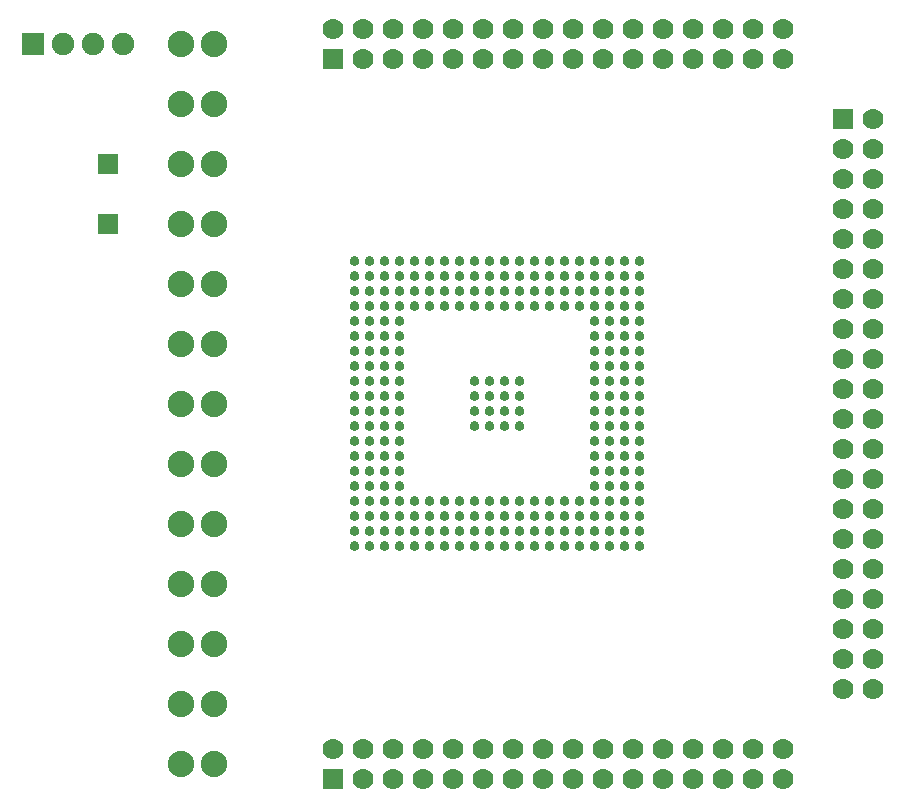
<source format=gts>
G04 Layer: TopSolderMaskLayer*
G04 EasyEDA v5.9.42, Mon, 25 Mar 2019 10:54:48 GMT*
G04 c4031608a2914fe59fb431af2816202f*
G04 Gerber Generator version 0.2*
G04 Scale: 100 percent, Rotated: No, Reflected: No *
G04 Dimensions in inches *
G04 leading zeros omitted , absolute positions ,2 integer and 4 decimal *
%FSLAX24Y24*%
%MOIN*%
G90*
G70D02*

%ADD21R,0.070000X0.070000*%
%ADD22R,0.074929X0.074929*%
%ADD23C,0.074929*%
%ADD24C,0.088000*%
%ADD25C,0.070000*%

%LPD*%
G36*
G01X13223Y19715D02*
G01X13205Y19715D01*
G01X13185Y19719D01*
G01X13168Y19725D01*
G01X13150Y19732D01*
G01X13132Y19742D01*
G01X13118Y19755D01*
G01X13103Y19769D01*
G01X13092Y19784D01*
G01X13081Y19801D01*
G01X13073Y19819D01*
G01X13068Y19836D01*
G01X13064Y19855D01*
G01X13064Y19876D01*
G01X13064Y19894D01*
G01X13068Y19913D01*
G01X13073Y19932D01*
G01X13081Y19950D01*
G01X13092Y19967D01*
G01X13103Y19982D01*
G01X13118Y19996D01*
G01X13132Y20007D01*
G01X13150Y20017D01*
G01X13168Y20026D01*
G01X13185Y20032D01*
G01X13205Y20034D01*
G01X13223Y20036D01*
G01X13243Y20034D01*
G01X13263Y20032D01*
G01X13281Y20026D01*
G01X13298Y20017D01*
G01X13315Y20007D01*
G01X13331Y19996D01*
G01X13344Y19982D01*
G01X13356Y19967D01*
G01X13367Y19950D01*
G01X13375Y19932D01*
G01X13380Y19913D01*
G01X13384Y19894D01*
G01X13385Y19876D01*
G01X13384Y19855D01*
G01X13380Y19836D01*
G01X13375Y19819D01*
G01X13367Y19801D01*
G01X13356Y19784D01*
G01X13344Y19769D01*
G01X13331Y19755D01*
G01X13315Y19742D01*
G01X13298Y19732D01*
G01X13281Y19725D01*
G01X13263Y19719D01*
G01X13243Y19715D01*
G01X13223Y19715D01*
G37*
G36*
G01X13723Y19715D02*
G01X13705Y19715D01*
G01X13685Y19719D01*
G01X13668Y19725D01*
G01X13650Y19732D01*
G01X13632Y19742D01*
G01X13618Y19755D01*
G01X13603Y19769D01*
G01X13592Y19784D01*
G01X13581Y19801D01*
G01X13573Y19819D01*
G01X13568Y19836D01*
G01X13564Y19855D01*
G01X13564Y19876D01*
G01X13564Y19894D01*
G01X13568Y19913D01*
G01X13573Y19932D01*
G01X13581Y19950D01*
G01X13592Y19967D01*
G01X13603Y19982D01*
G01X13618Y19996D01*
G01X13632Y20007D01*
G01X13650Y20017D01*
G01X13668Y20026D01*
G01X13685Y20032D01*
G01X13705Y20034D01*
G01X13723Y20036D01*
G01X13743Y20034D01*
G01X13763Y20032D01*
G01X13781Y20026D01*
G01X13798Y20017D01*
G01X13815Y20007D01*
G01X13831Y19996D01*
G01X13844Y19982D01*
G01X13856Y19967D01*
G01X13867Y19950D01*
G01X13875Y19932D01*
G01X13880Y19913D01*
G01X13884Y19894D01*
G01X13885Y19876D01*
G01X13884Y19855D01*
G01X13880Y19836D01*
G01X13875Y19819D01*
G01X13867Y19801D01*
G01X13856Y19784D01*
G01X13844Y19769D01*
G01X13831Y19755D01*
G01X13815Y19742D01*
G01X13798Y19732D01*
G01X13781Y19725D01*
G01X13763Y19719D01*
G01X13743Y19715D01*
G01X13723Y19715D01*
G37*
G36*
G01X14223Y19715D02*
G01X14205Y19715D01*
G01X14185Y19719D01*
G01X14168Y19725D01*
G01X14150Y19732D01*
G01X14132Y19742D01*
G01X14118Y19755D01*
G01X14103Y19769D01*
G01X14092Y19784D01*
G01X14081Y19801D01*
G01X14073Y19819D01*
G01X14068Y19836D01*
G01X14064Y19855D01*
G01X14064Y19876D01*
G01X14064Y19894D01*
G01X14068Y19913D01*
G01X14073Y19932D01*
G01X14081Y19950D01*
G01X14092Y19967D01*
G01X14103Y19982D01*
G01X14118Y19996D01*
G01X14132Y20007D01*
G01X14150Y20017D01*
G01X14168Y20026D01*
G01X14185Y20032D01*
G01X14205Y20034D01*
G01X14223Y20036D01*
G01X14243Y20034D01*
G01X14263Y20032D01*
G01X14281Y20026D01*
G01X14298Y20017D01*
G01X14315Y20007D01*
G01X14331Y19996D01*
G01X14344Y19982D01*
G01X14356Y19967D01*
G01X14367Y19950D01*
G01X14375Y19932D01*
G01X14380Y19913D01*
G01X14384Y19894D01*
G01X14385Y19876D01*
G01X14384Y19855D01*
G01X14380Y19836D01*
G01X14375Y19819D01*
G01X14367Y19801D01*
G01X14356Y19784D01*
G01X14344Y19769D01*
G01X14331Y19755D01*
G01X14315Y19742D01*
G01X14298Y19732D01*
G01X14281Y19725D01*
G01X14263Y19719D01*
G01X14243Y19715D01*
G01X14223Y19715D01*
G37*
G36*
G01X14723Y19715D02*
G01X14705Y19715D01*
G01X14685Y19719D01*
G01X14668Y19725D01*
G01X14650Y19732D01*
G01X14632Y19742D01*
G01X14618Y19755D01*
G01X14603Y19769D01*
G01X14592Y19784D01*
G01X14581Y19801D01*
G01X14573Y19819D01*
G01X14568Y19836D01*
G01X14564Y19855D01*
G01X14564Y19876D01*
G01X14564Y19894D01*
G01X14568Y19913D01*
G01X14573Y19932D01*
G01X14581Y19950D01*
G01X14592Y19967D01*
G01X14603Y19982D01*
G01X14618Y19996D01*
G01X14632Y20007D01*
G01X14650Y20017D01*
G01X14668Y20026D01*
G01X14685Y20032D01*
G01X14705Y20034D01*
G01X14723Y20036D01*
G01X14743Y20034D01*
G01X14763Y20032D01*
G01X14781Y20026D01*
G01X14798Y20017D01*
G01X14815Y20007D01*
G01X14831Y19996D01*
G01X14844Y19982D01*
G01X14856Y19967D01*
G01X14867Y19950D01*
G01X14875Y19932D01*
G01X14880Y19913D01*
G01X14884Y19894D01*
G01X14885Y19876D01*
G01X14884Y19855D01*
G01X14880Y19836D01*
G01X14875Y19819D01*
G01X14867Y19801D01*
G01X14856Y19784D01*
G01X14844Y19769D01*
G01X14831Y19755D01*
G01X14815Y19742D01*
G01X14798Y19732D01*
G01X14781Y19725D01*
G01X14763Y19719D01*
G01X14743Y19715D01*
G01X14723Y19715D01*
G37*
G36*
G01X15223Y19715D02*
G01X15205Y19715D01*
G01X15185Y19719D01*
G01X15168Y19725D01*
G01X15150Y19732D01*
G01X15132Y19742D01*
G01X15118Y19755D01*
G01X15103Y19769D01*
G01X15092Y19784D01*
G01X15081Y19801D01*
G01X15073Y19819D01*
G01X15068Y19836D01*
G01X15064Y19855D01*
G01X15064Y19876D01*
G01X15064Y19894D01*
G01X15068Y19913D01*
G01X15073Y19932D01*
G01X15081Y19950D01*
G01X15092Y19967D01*
G01X15103Y19982D01*
G01X15118Y19996D01*
G01X15132Y20007D01*
G01X15150Y20017D01*
G01X15168Y20026D01*
G01X15185Y20032D01*
G01X15205Y20034D01*
G01X15223Y20036D01*
G01X15243Y20034D01*
G01X15263Y20032D01*
G01X15281Y20026D01*
G01X15298Y20017D01*
G01X15315Y20007D01*
G01X15331Y19996D01*
G01X15344Y19982D01*
G01X15356Y19967D01*
G01X15367Y19950D01*
G01X15375Y19932D01*
G01X15380Y19913D01*
G01X15384Y19894D01*
G01X15385Y19876D01*
G01X15384Y19855D01*
G01X15380Y19836D01*
G01X15375Y19819D01*
G01X15367Y19801D01*
G01X15356Y19784D01*
G01X15344Y19769D01*
G01X15331Y19755D01*
G01X15315Y19742D01*
G01X15298Y19732D01*
G01X15281Y19725D01*
G01X15263Y19719D01*
G01X15243Y19715D01*
G01X15223Y19715D01*
G37*
G36*
G01X15723Y19715D02*
G01X15705Y19715D01*
G01X15685Y19719D01*
G01X15668Y19725D01*
G01X15650Y19732D01*
G01X15632Y19742D01*
G01X15618Y19755D01*
G01X15603Y19769D01*
G01X15592Y19784D01*
G01X15581Y19801D01*
G01X15573Y19819D01*
G01X15568Y19836D01*
G01X15564Y19855D01*
G01X15564Y19876D01*
G01X15564Y19894D01*
G01X15568Y19913D01*
G01X15573Y19932D01*
G01X15581Y19950D01*
G01X15592Y19967D01*
G01X15603Y19982D01*
G01X15618Y19996D01*
G01X15632Y20007D01*
G01X15650Y20017D01*
G01X15668Y20026D01*
G01X15685Y20032D01*
G01X15705Y20034D01*
G01X15723Y20036D01*
G01X15743Y20034D01*
G01X15763Y20032D01*
G01X15781Y20026D01*
G01X15798Y20017D01*
G01X15815Y20007D01*
G01X15831Y19996D01*
G01X15844Y19982D01*
G01X15856Y19967D01*
G01X15867Y19950D01*
G01X15875Y19932D01*
G01X15880Y19913D01*
G01X15884Y19894D01*
G01X15885Y19876D01*
G01X15884Y19855D01*
G01X15880Y19836D01*
G01X15875Y19819D01*
G01X15867Y19801D01*
G01X15856Y19784D01*
G01X15844Y19769D01*
G01X15831Y19755D01*
G01X15815Y19742D01*
G01X15798Y19732D01*
G01X15781Y19725D01*
G01X15763Y19719D01*
G01X15743Y19715D01*
G01X15723Y19715D01*
G37*
G36*
G01X16223Y19715D02*
G01X16205Y19715D01*
G01X16185Y19719D01*
G01X16168Y19725D01*
G01X16150Y19732D01*
G01X16132Y19742D01*
G01X16118Y19755D01*
G01X16103Y19769D01*
G01X16092Y19784D01*
G01X16081Y19801D01*
G01X16073Y19819D01*
G01X16068Y19836D01*
G01X16064Y19855D01*
G01X16064Y19876D01*
G01X16064Y19894D01*
G01X16068Y19913D01*
G01X16073Y19932D01*
G01X16081Y19950D01*
G01X16092Y19967D01*
G01X16103Y19982D01*
G01X16118Y19996D01*
G01X16132Y20007D01*
G01X16150Y20017D01*
G01X16168Y20026D01*
G01X16185Y20032D01*
G01X16205Y20034D01*
G01X16223Y20036D01*
G01X16243Y20034D01*
G01X16263Y20032D01*
G01X16281Y20026D01*
G01X16298Y20017D01*
G01X16315Y20007D01*
G01X16331Y19996D01*
G01X16344Y19982D01*
G01X16356Y19967D01*
G01X16367Y19950D01*
G01X16375Y19932D01*
G01X16380Y19913D01*
G01X16384Y19894D01*
G01X16385Y19876D01*
G01X16384Y19855D01*
G01X16380Y19836D01*
G01X16375Y19819D01*
G01X16367Y19801D01*
G01X16356Y19784D01*
G01X16344Y19769D01*
G01X16331Y19755D01*
G01X16315Y19742D01*
G01X16298Y19732D01*
G01X16281Y19725D01*
G01X16263Y19719D01*
G01X16243Y19715D01*
G01X16223Y19715D01*
G37*
G36*
G01X16723Y19715D02*
G01X16705Y19715D01*
G01X16685Y19719D01*
G01X16668Y19725D01*
G01X16650Y19732D01*
G01X16632Y19742D01*
G01X16618Y19755D01*
G01X16603Y19769D01*
G01X16592Y19784D01*
G01X16581Y19801D01*
G01X16573Y19819D01*
G01X16568Y19836D01*
G01X16564Y19855D01*
G01X16564Y19876D01*
G01X16564Y19894D01*
G01X16568Y19913D01*
G01X16573Y19932D01*
G01X16581Y19950D01*
G01X16592Y19967D01*
G01X16603Y19982D01*
G01X16618Y19996D01*
G01X16632Y20007D01*
G01X16650Y20017D01*
G01X16668Y20026D01*
G01X16685Y20032D01*
G01X16705Y20034D01*
G01X16723Y20036D01*
G01X16743Y20034D01*
G01X16763Y20032D01*
G01X16781Y20026D01*
G01X16798Y20017D01*
G01X16815Y20007D01*
G01X16831Y19996D01*
G01X16844Y19982D01*
G01X16856Y19967D01*
G01X16867Y19950D01*
G01X16875Y19932D01*
G01X16880Y19913D01*
G01X16884Y19894D01*
G01X16885Y19876D01*
G01X16884Y19855D01*
G01X16880Y19836D01*
G01X16875Y19819D01*
G01X16867Y19801D01*
G01X16856Y19784D01*
G01X16844Y19769D01*
G01X16831Y19755D01*
G01X16815Y19742D01*
G01X16798Y19732D01*
G01X16781Y19725D01*
G01X16763Y19719D01*
G01X16743Y19715D01*
G01X16723Y19715D01*
G37*
G36*
G01X17223Y19715D02*
G01X17205Y19715D01*
G01X17185Y19719D01*
G01X17168Y19725D01*
G01X17150Y19732D01*
G01X17132Y19742D01*
G01X17118Y19755D01*
G01X17103Y19769D01*
G01X17092Y19784D01*
G01X17081Y19801D01*
G01X17073Y19819D01*
G01X17068Y19836D01*
G01X17064Y19855D01*
G01X17064Y19876D01*
G01X17064Y19894D01*
G01X17068Y19913D01*
G01X17073Y19932D01*
G01X17081Y19950D01*
G01X17092Y19967D01*
G01X17103Y19982D01*
G01X17118Y19996D01*
G01X17132Y20007D01*
G01X17150Y20017D01*
G01X17168Y20026D01*
G01X17185Y20032D01*
G01X17205Y20034D01*
G01X17223Y20036D01*
G01X17243Y20034D01*
G01X17263Y20032D01*
G01X17281Y20026D01*
G01X17298Y20017D01*
G01X17315Y20007D01*
G01X17331Y19996D01*
G01X17344Y19982D01*
G01X17356Y19967D01*
G01X17367Y19950D01*
G01X17375Y19932D01*
G01X17380Y19913D01*
G01X17384Y19894D01*
G01X17385Y19876D01*
G01X17384Y19855D01*
G01X17380Y19836D01*
G01X17375Y19819D01*
G01X17367Y19801D01*
G01X17356Y19784D01*
G01X17344Y19769D01*
G01X17331Y19755D01*
G01X17315Y19742D01*
G01X17298Y19732D01*
G01X17281Y19725D01*
G01X17263Y19719D01*
G01X17243Y19715D01*
G01X17223Y19715D01*
G37*
G36*
G01X17723Y19715D02*
G01X17705Y19715D01*
G01X17685Y19719D01*
G01X17668Y19725D01*
G01X17650Y19732D01*
G01X17632Y19742D01*
G01X17618Y19755D01*
G01X17603Y19769D01*
G01X17592Y19784D01*
G01X17581Y19801D01*
G01X17573Y19819D01*
G01X17568Y19836D01*
G01X17564Y19855D01*
G01X17564Y19876D01*
G01X17564Y19894D01*
G01X17568Y19913D01*
G01X17573Y19932D01*
G01X17581Y19950D01*
G01X17592Y19967D01*
G01X17603Y19982D01*
G01X17618Y19996D01*
G01X17632Y20007D01*
G01X17650Y20017D01*
G01X17668Y20026D01*
G01X17685Y20032D01*
G01X17705Y20034D01*
G01X17723Y20036D01*
G01X17743Y20034D01*
G01X17763Y20032D01*
G01X17781Y20026D01*
G01X17798Y20017D01*
G01X17815Y20007D01*
G01X17831Y19996D01*
G01X17844Y19982D01*
G01X17856Y19967D01*
G01X17867Y19950D01*
G01X17875Y19932D01*
G01X17880Y19913D01*
G01X17884Y19894D01*
G01X17885Y19876D01*
G01X17884Y19855D01*
G01X17880Y19836D01*
G01X17875Y19819D01*
G01X17867Y19801D01*
G01X17856Y19784D01*
G01X17844Y19769D01*
G01X17831Y19755D01*
G01X17815Y19742D01*
G01X17798Y19732D01*
G01X17781Y19725D01*
G01X17763Y19719D01*
G01X17743Y19715D01*
G01X17723Y19715D01*
G37*
G36*
G01X18223Y19715D02*
G01X18205Y19715D01*
G01X18185Y19719D01*
G01X18168Y19725D01*
G01X18150Y19732D01*
G01X18132Y19742D01*
G01X18118Y19755D01*
G01X18103Y19769D01*
G01X18092Y19784D01*
G01X18081Y19801D01*
G01X18073Y19819D01*
G01X18068Y19836D01*
G01X18064Y19855D01*
G01X18064Y19876D01*
G01X18064Y19894D01*
G01X18068Y19913D01*
G01X18073Y19932D01*
G01X18081Y19950D01*
G01X18092Y19967D01*
G01X18103Y19982D01*
G01X18118Y19996D01*
G01X18132Y20007D01*
G01X18150Y20017D01*
G01X18168Y20026D01*
G01X18185Y20032D01*
G01X18205Y20034D01*
G01X18223Y20036D01*
G01X18243Y20034D01*
G01X18263Y20032D01*
G01X18281Y20026D01*
G01X18298Y20017D01*
G01X18315Y20007D01*
G01X18331Y19996D01*
G01X18344Y19982D01*
G01X18356Y19967D01*
G01X18367Y19950D01*
G01X18375Y19932D01*
G01X18380Y19913D01*
G01X18384Y19894D01*
G01X18385Y19876D01*
G01X18384Y19855D01*
G01X18380Y19836D01*
G01X18375Y19819D01*
G01X18367Y19801D01*
G01X18356Y19784D01*
G01X18344Y19769D01*
G01X18331Y19755D01*
G01X18315Y19742D01*
G01X18298Y19732D01*
G01X18281Y19725D01*
G01X18263Y19719D01*
G01X18243Y19715D01*
G01X18223Y19715D01*
G37*
G36*
G01X18723Y19715D02*
G01X18705Y19715D01*
G01X18685Y19719D01*
G01X18668Y19725D01*
G01X18650Y19732D01*
G01X18632Y19742D01*
G01X18618Y19755D01*
G01X18603Y19769D01*
G01X18592Y19784D01*
G01X18581Y19801D01*
G01X18573Y19819D01*
G01X18568Y19836D01*
G01X18564Y19855D01*
G01X18564Y19876D01*
G01X18564Y19894D01*
G01X18568Y19913D01*
G01X18573Y19932D01*
G01X18581Y19950D01*
G01X18592Y19967D01*
G01X18603Y19982D01*
G01X18618Y19996D01*
G01X18632Y20007D01*
G01X18650Y20017D01*
G01X18668Y20026D01*
G01X18685Y20032D01*
G01X18705Y20034D01*
G01X18723Y20036D01*
G01X18743Y20034D01*
G01X18763Y20032D01*
G01X18781Y20026D01*
G01X18798Y20017D01*
G01X18815Y20007D01*
G01X18831Y19996D01*
G01X18844Y19982D01*
G01X18856Y19967D01*
G01X18867Y19950D01*
G01X18875Y19932D01*
G01X18880Y19913D01*
G01X18884Y19894D01*
G01X18885Y19876D01*
G01X18884Y19855D01*
G01X18880Y19836D01*
G01X18875Y19819D01*
G01X18867Y19801D01*
G01X18856Y19784D01*
G01X18844Y19769D01*
G01X18831Y19755D01*
G01X18815Y19742D01*
G01X18798Y19732D01*
G01X18781Y19725D01*
G01X18763Y19719D01*
G01X18743Y19715D01*
G01X18723Y19715D01*
G37*
G36*
G01X19223Y19715D02*
G01X19205Y19715D01*
G01X19185Y19719D01*
G01X19168Y19725D01*
G01X19150Y19732D01*
G01X19132Y19742D01*
G01X19118Y19755D01*
G01X19103Y19769D01*
G01X19092Y19784D01*
G01X19081Y19801D01*
G01X19073Y19819D01*
G01X19068Y19836D01*
G01X19064Y19855D01*
G01X19064Y19876D01*
G01X19064Y19894D01*
G01X19068Y19913D01*
G01X19073Y19932D01*
G01X19081Y19950D01*
G01X19092Y19967D01*
G01X19103Y19982D01*
G01X19118Y19996D01*
G01X19132Y20007D01*
G01X19150Y20017D01*
G01X19168Y20026D01*
G01X19185Y20032D01*
G01X19205Y20034D01*
G01X19223Y20036D01*
G01X19243Y20034D01*
G01X19263Y20032D01*
G01X19281Y20026D01*
G01X19298Y20017D01*
G01X19315Y20007D01*
G01X19331Y19996D01*
G01X19344Y19982D01*
G01X19356Y19967D01*
G01X19367Y19950D01*
G01X19375Y19932D01*
G01X19380Y19913D01*
G01X19384Y19894D01*
G01X19385Y19876D01*
G01X19384Y19855D01*
G01X19380Y19836D01*
G01X19375Y19819D01*
G01X19367Y19801D01*
G01X19356Y19784D01*
G01X19344Y19769D01*
G01X19331Y19755D01*
G01X19315Y19742D01*
G01X19298Y19732D01*
G01X19281Y19725D01*
G01X19263Y19719D01*
G01X19243Y19715D01*
G01X19223Y19715D01*
G37*
G36*
G01X19723Y19715D02*
G01X19705Y19715D01*
G01X19685Y19719D01*
G01X19668Y19725D01*
G01X19650Y19732D01*
G01X19632Y19742D01*
G01X19618Y19755D01*
G01X19603Y19769D01*
G01X19592Y19784D01*
G01X19581Y19801D01*
G01X19573Y19819D01*
G01X19568Y19836D01*
G01X19564Y19855D01*
G01X19564Y19876D01*
G01X19564Y19894D01*
G01X19568Y19913D01*
G01X19573Y19932D01*
G01X19581Y19950D01*
G01X19592Y19967D01*
G01X19603Y19982D01*
G01X19618Y19996D01*
G01X19632Y20007D01*
G01X19650Y20017D01*
G01X19668Y20026D01*
G01X19685Y20032D01*
G01X19705Y20034D01*
G01X19723Y20036D01*
G01X19743Y20034D01*
G01X19763Y20032D01*
G01X19781Y20026D01*
G01X19798Y20017D01*
G01X19815Y20007D01*
G01X19831Y19996D01*
G01X19844Y19982D01*
G01X19856Y19967D01*
G01X19867Y19950D01*
G01X19873Y19932D01*
G01X19880Y19913D01*
G01X19884Y19894D01*
G01X19885Y19876D01*
G01X19884Y19855D01*
G01X19880Y19836D01*
G01X19873Y19819D01*
G01X19867Y19801D01*
G01X19856Y19784D01*
G01X19844Y19769D01*
G01X19831Y19755D01*
G01X19815Y19742D01*
G01X19798Y19732D01*
G01X19781Y19725D01*
G01X19763Y19719D01*
G01X19743Y19715D01*
G01X19723Y19715D01*
G37*
G36*
G01X20223Y19715D02*
G01X20205Y19715D01*
G01X20185Y19719D01*
G01X20168Y19725D01*
G01X20150Y19732D01*
G01X20132Y19742D01*
G01X20118Y19755D01*
G01X20103Y19769D01*
G01X20092Y19784D01*
G01X20081Y19801D01*
G01X20073Y19819D01*
G01X20068Y19836D01*
G01X20064Y19855D01*
G01X20064Y19876D01*
G01X20064Y19894D01*
G01X20068Y19913D01*
G01X20073Y19932D01*
G01X20081Y19950D01*
G01X20092Y19967D01*
G01X20103Y19982D01*
G01X20118Y19996D01*
G01X20132Y20007D01*
G01X20150Y20017D01*
G01X20168Y20026D01*
G01X20185Y20032D01*
G01X20205Y20034D01*
G01X20223Y20036D01*
G01X20243Y20034D01*
G01X20263Y20032D01*
G01X20281Y20026D01*
G01X20298Y20017D01*
G01X20315Y20007D01*
G01X20331Y19996D01*
G01X20344Y19982D01*
G01X20356Y19967D01*
G01X20367Y19950D01*
G01X20373Y19932D01*
G01X20380Y19913D01*
G01X20384Y19894D01*
G01X20385Y19876D01*
G01X20384Y19855D01*
G01X20380Y19836D01*
G01X20373Y19819D01*
G01X20367Y19801D01*
G01X20356Y19784D01*
G01X20344Y19769D01*
G01X20331Y19755D01*
G01X20315Y19742D01*
G01X20298Y19732D01*
G01X20281Y19725D01*
G01X20263Y19719D01*
G01X20243Y19715D01*
G01X20223Y19715D01*
G37*
G36*
G01X20723Y19715D02*
G01X20705Y19715D01*
G01X20685Y19719D01*
G01X20668Y19725D01*
G01X20650Y19732D01*
G01X20632Y19742D01*
G01X20618Y19755D01*
G01X20603Y19769D01*
G01X20592Y19784D01*
G01X20581Y19801D01*
G01X20573Y19819D01*
G01X20568Y19836D01*
G01X20564Y19855D01*
G01X20564Y19876D01*
G01X20564Y19894D01*
G01X20568Y19913D01*
G01X20573Y19932D01*
G01X20581Y19950D01*
G01X20592Y19967D01*
G01X20603Y19982D01*
G01X20618Y19996D01*
G01X20632Y20007D01*
G01X20650Y20017D01*
G01X20668Y20026D01*
G01X20685Y20032D01*
G01X20705Y20034D01*
G01X20723Y20036D01*
G01X20743Y20034D01*
G01X20763Y20032D01*
G01X20781Y20026D01*
G01X20798Y20017D01*
G01X20815Y20007D01*
G01X20831Y19996D01*
G01X20844Y19982D01*
G01X20856Y19967D01*
G01X20867Y19950D01*
G01X20873Y19932D01*
G01X20880Y19913D01*
G01X20884Y19894D01*
G01X20885Y19876D01*
G01X20884Y19855D01*
G01X20880Y19836D01*
G01X20873Y19819D01*
G01X20867Y19801D01*
G01X20856Y19784D01*
G01X20844Y19769D01*
G01X20831Y19755D01*
G01X20815Y19742D01*
G01X20798Y19732D01*
G01X20781Y19725D01*
G01X20763Y19719D01*
G01X20743Y19715D01*
G01X20723Y19715D01*
G37*
G36*
G01X21223Y19715D02*
G01X21205Y19715D01*
G01X21185Y19719D01*
G01X21168Y19725D01*
G01X21150Y19732D01*
G01X21132Y19742D01*
G01X21118Y19755D01*
G01X21103Y19769D01*
G01X21092Y19784D01*
G01X21081Y19801D01*
G01X21073Y19819D01*
G01X21068Y19836D01*
G01X21064Y19855D01*
G01X21064Y19876D01*
G01X21064Y19894D01*
G01X21068Y19913D01*
G01X21073Y19932D01*
G01X21081Y19950D01*
G01X21092Y19967D01*
G01X21103Y19982D01*
G01X21118Y19996D01*
G01X21132Y20007D01*
G01X21150Y20017D01*
G01X21168Y20026D01*
G01X21185Y20032D01*
G01X21205Y20034D01*
G01X21223Y20036D01*
G01X21243Y20034D01*
G01X21263Y20032D01*
G01X21281Y20026D01*
G01X21298Y20017D01*
G01X21315Y20007D01*
G01X21331Y19996D01*
G01X21344Y19982D01*
G01X21356Y19967D01*
G01X21367Y19950D01*
G01X21373Y19932D01*
G01X21380Y19913D01*
G01X21384Y19894D01*
G01X21385Y19876D01*
G01X21384Y19855D01*
G01X21380Y19836D01*
G01X21373Y19819D01*
G01X21367Y19801D01*
G01X21356Y19784D01*
G01X21344Y19769D01*
G01X21331Y19755D01*
G01X21315Y19742D01*
G01X21298Y19732D01*
G01X21281Y19725D01*
G01X21263Y19719D01*
G01X21243Y19715D01*
G01X21223Y19715D01*
G37*
G36*
G01X21723Y19715D02*
G01X21705Y19715D01*
G01X21685Y19719D01*
G01X21668Y19725D01*
G01X21650Y19732D01*
G01X21632Y19742D01*
G01X21618Y19755D01*
G01X21603Y19769D01*
G01X21592Y19784D01*
G01X21581Y19801D01*
G01X21573Y19819D01*
G01X21568Y19836D01*
G01X21564Y19855D01*
G01X21564Y19876D01*
G01X21564Y19894D01*
G01X21568Y19913D01*
G01X21573Y19932D01*
G01X21581Y19950D01*
G01X21592Y19967D01*
G01X21603Y19982D01*
G01X21618Y19996D01*
G01X21632Y20007D01*
G01X21650Y20017D01*
G01X21668Y20026D01*
G01X21685Y20032D01*
G01X21705Y20034D01*
G01X21723Y20036D01*
G01X21743Y20034D01*
G01X21763Y20032D01*
G01X21781Y20026D01*
G01X21798Y20017D01*
G01X21815Y20007D01*
G01X21831Y19996D01*
G01X21844Y19982D01*
G01X21856Y19967D01*
G01X21867Y19950D01*
G01X21873Y19932D01*
G01X21880Y19913D01*
G01X21884Y19894D01*
G01X21885Y19876D01*
G01X21884Y19855D01*
G01X21880Y19836D01*
G01X21873Y19819D01*
G01X21867Y19801D01*
G01X21856Y19784D01*
G01X21844Y19769D01*
G01X21831Y19755D01*
G01X21815Y19742D01*
G01X21798Y19732D01*
G01X21781Y19725D01*
G01X21763Y19719D01*
G01X21743Y19715D01*
G01X21723Y19715D01*
G37*
G36*
G01X22223Y19715D02*
G01X22205Y19715D01*
G01X22185Y19719D01*
G01X22168Y19725D01*
G01X22150Y19732D01*
G01X22132Y19742D01*
G01X22118Y19755D01*
G01X22103Y19769D01*
G01X22092Y19784D01*
G01X22081Y19801D01*
G01X22073Y19819D01*
G01X22068Y19836D01*
G01X22064Y19855D01*
G01X22064Y19876D01*
G01X22064Y19894D01*
G01X22068Y19913D01*
G01X22073Y19932D01*
G01X22081Y19950D01*
G01X22092Y19967D01*
G01X22103Y19982D01*
G01X22118Y19996D01*
G01X22132Y20007D01*
G01X22150Y20017D01*
G01X22168Y20026D01*
G01X22185Y20032D01*
G01X22205Y20034D01*
G01X22223Y20036D01*
G01X22243Y20034D01*
G01X22263Y20032D01*
G01X22281Y20026D01*
G01X22298Y20017D01*
G01X22315Y20007D01*
G01X22331Y19996D01*
G01X22344Y19982D01*
G01X22356Y19967D01*
G01X22367Y19950D01*
G01X22373Y19932D01*
G01X22380Y19913D01*
G01X22384Y19894D01*
G01X22385Y19876D01*
G01X22384Y19855D01*
G01X22380Y19836D01*
G01X22373Y19819D01*
G01X22367Y19801D01*
G01X22356Y19784D01*
G01X22344Y19769D01*
G01X22331Y19755D01*
G01X22315Y19742D01*
G01X22298Y19732D01*
G01X22281Y19725D01*
G01X22263Y19719D01*
G01X22243Y19715D01*
G01X22223Y19715D01*
G37*
G36*
G01X22723Y19715D02*
G01X22705Y19715D01*
G01X22685Y19719D01*
G01X22668Y19725D01*
G01X22650Y19732D01*
G01X22632Y19742D01*
G01X22618Y19755D01*
G01X22603Y19769D01*
G01X22592Y19784D01*
G01X22581Y19801D01*
G01X22573Y19819D01*
G01X22568Y19836D01*
G01X22564Y19855D01*
G01X22564Y19876D01*
G01X22564Y19894D01*
G01X22568Y19913D01*
G01X22573Y19932D01*
G01X22581Y19950D01*
G01X22592Y19967D01*
G01X22603Y19982D01*
G01X22618Y19996D01*
G01X22632Y20007D01*
G01X22650Y20017D01*
G01X22668Y20026D01*
G01X22685Y20032D01*
G01X22705Y20034D01*
G01X22723Y20036D01*
G01X22743Y20034D01*
G01X22763Y20032D01*
G01X22781Y20026D01*
G01X22798Y20017D01*
G01X22815Y20007D01*
G01X22831Y19996D01*
G01X22844Y19982D01*
G01X22856Y19967D01*
G01X22867Y19950D01*
G01X22873Y19932D01*
G01X22880Y19913D01*
G01X22884Y19894D01*
G01X22885Y19876D01*
G01X22884Y19855D01*
G01X22880Y19836D01*
G01X22873Y19819D01*
G01X22867Y19801D01*
G01X22856Y19784D01*
G01X22844Y19769D01*
G01X22831Y19755D01*
G01X22815Y19742D01*
G01X22798Y19732D01*
G01X22781Y19725D01*
G01X22763Y19719D01*
G01X22743Y19715D01*
G01X22723Y19715D01*
G37*
G36*
G01X13223Y19215D02*
G01X13205Y19215D01*
G01X13185Y19219D01*
G01X13168Y19225D01*
G01X13150Y19232D01*
G01X13132Y19242D01*
G01X13118Y19255D01*
G01X13103Y19269D01*
G01X13092Y19284D01*
G01X13081Y19301D01*
G01X13073Y19319D01*
G01X13068Y19336D01*
G01X13064Y19355D01*
G01X13064Y19376D01*
G01X13064Y19394D01*
G01X13068Y19413D01*
G01X13073Y19432D01*
G01X13081Y19450D01*
G01X13092Y19467D01*
G01X13103Y19482D01*
G01X13118Y19496D01*
G01X13132Y19507D01*
G01X13150Y19517D01*
G01X13168Y19526D01*
G01X13185Y19532D01*
G01X13205Y19534D01*
G01X13223Y19536D01*
G01X13243Y19534D01*
G01X13263Y19532D01*
G01X13281Y19526D01*
G01X13298Y19517D01*
G01X13315Y19507D01*
G01X13331Y19496D01*
G01X13344Y19482D01*
G01X13356Y19467D01*
G01X13367Y19450D01*
G01X13375Y19432D01*
G01X13380Y19413D01*
G01X13384Y19394D01*
G01X13385Y19376D01*
G01X13384Y19355D01*
G01X13380Y19336D01*
G01X13375Y19319D01*
G01X13367Y19301D01*
G01X13356Y19284D01*
G01X13344Y19269D01*
G01X13331Y19255D01*
G01X13315Y19242D01*
G01X13298Y19232D01*
G01X13281Y19225D01*
G01X13263Y19219D01*
G01X13243Y19215D01*
G01X13223Y19215D01*
G37*
G36*
G01X13723Y19215D02*
G01X13705Y19215D01*
G01X13685Y19219D01*
G01X13668Y19225D01*
G01X13650Y19232D01*
G01X13632Y19242D01*
G01X13618Y19255D01*
G01X13603Y19269D01*
G01X13592Y19284D01*
G01X13581Y19301D01*
G01X13573Y19319D01*
G01X13568Y19336D01*
G01X13564Y19355D01*
G01X13564Y19376D01*
G01X13564Y19394D01*
G01X13568Y19413D01*
G01X13573Y19432D01*
G01X13581Y19450D01*
G01X13592Y19467D01*
G01X13603Y19482D01*
G01X13618Y19496D01*
G01X13632Y19507D01*
G01X13650Y19517D01*
G01X13668Y19526D01*
G01X13685Y19532D01*
G01X13705Y19534D01*
G01X13723Y19536D01*
G01X13743Y19534D01*
G01X13763Y19532D01*
G01X13781Y19526D01*
G01X13798Y19517D01*
G01X13815Y19507D01*
G01X13831Y19496D01*
G01X13844Y19482D01*
G01X13856Y19467D01*
G01X13867Y19450D01*
G01X13875Y19432D01*
G01X13880Y19413D01*
G01X13884Y19394D01*
G01X13885Y19376D01*
G01X13884Y19355D01*
G01X13880Y19336D01*
G01X13875Y19319D01*
G01X13867Y19301D01*
G01X13856Y19284D01*
G01X13844Y19269D01*
G01X13831Y19255D01*
G01X13815Y19242D01*
G01X13798Y19232D01*
G01X13781Y19225D01*
G01X13763Y19219D01*
G01X13743Y19215D01*
G01X13723Y19215D01*
G37*
G36*
G01X14223Y19215D02*
G01X14205Y19215D01*
G01X14185Y19219D01*
G01X14168Y19225D01*
G01X14150Y19232D01*
G01X14132Y19242D01*
G01X14118Y19255D01*
G01X14103Y19269D01*
G01X14092Y19284D01*
G01X14081Y19301D01*
G01X14073Y19319D01*
G01X14068Y19336D01*
G01X14064Y19355D01*
G01X14064Y19376D01*
G01X14064Y19394D01*
G01X14068Y19413D01*
G01X14073Y19432D01*
G01X14081Y19450D01*
G01X14092Y19467D01*
G01X14103Y19482D01*
G01X14118Y19496D01*
G01X14132Y19507D01*
G01X14150Y19517D01*
G01X14168Y19526D01*
G01X14185Y19532D01*
G01X14205Y19534D01*
G01X14223Y19536D01*
G01X14243Y19534D01*
G01X14263Y19532D01*
G01X14281Y19526D01*
G01X14298Y19517D01*
G01X14315Y19507D01*
G01X14331Y19496D01*
G01X14344Y19482D01*
G01X14356Y19467D01*
G01X14367Y19450D01*
G01X14375Y19432D01*
G01X14380Y19413D01*
G01X14384Y19394D01*
G01X14385Y19376D01*
G01X14384Y19355D01*
G01X14380Y19336D01*
G01X14375Y19319D01*
G01X14367Y19301D01*
G01X14356Y19284D01*
G01X14344Y19269D01*
G01X14331Y19255D01*
G01X14315Y19242D01*
G01X14298Y19232D01*
G01X14281Y19225D01*
G01X14263Y19219D01*
G01X14243Y19215D01*
G01X14223Y19215D01*
G37*
G36*
G01X14723Y19215D02*
G01X14705Y19215D01*
G01X14685Y19219D01*
G01X14668Y19225D01*
G01X14650Y19232D01*
G01X14632Y19242D01*
G01X14618Y19255D01*
G01X14603Y19269D01*
G01X14592Y19284D01*
G01X14581Y19301D01*
G01X14573Y19319D01*
G01X14568Y19336D01*
G01X14564Y19355D01*
G01X14564Y19376D01*
G01X14564Y19394D01*
G01X14568Y19413D01*
G01X14573Y19432D01*
G01X14581Y19450D01*
G01X14592Y19467D01*
G01X14603Y19482D01*
G01X14618Y19496D01*
G01X14632Y19507D01*
G01X14650Y19517D01*
G01X14668Y19526D01*
G01X14685Y19532D01*
G01X14705Y19534D01*
G01X14723Y19536D01*
G01X14743Y19534D01*
G01X14763Y19532D01*
G01X14781Y19526D01*
G01X14798Y19517D01*
G01X14815Y19507D01*
G01X14831Y19496D01*
G01X14844Y19482D01*
G01X14856Y19467D01*
G01X14867Y19450D01*
G01X14875Y19432D01*
G01X14880Y19413D01*
G01X14884Y19394D01*
G01X14885Y19376D01*
G01X14884Y19355D01*
G01X14880Y19336D01*
G01X14875Y19319D01*
G01X14867Y19301D01*
G01X14856Y19284D01*
G01X14844Y19269D01*
G01X14831Y19255D01*
G01X14815Y19242D01*
G01X14798Y19232D01*
G01X14781Y19225D01*
G01X14763Y19219D01*
G01X14743Y19215D01*
G01X14723Y19215D01*
G37*
G36*
G01X15223Y19215D02*
G01X15205Y19215D01*
G01X15185Y19219D01*
G01X15168Y19225D01*
G01X15150Y19232D01*
G01X15132Y19242D01*
G01X15118Y19255D01*
G01X15103Y19269D01*
G01X15092Y19284D01*
G01X15081Y19301D01*
G01X15073Y19319D01*
G01X15068Y19336D01*
G01X15064Y19355D01*
G01X15064Y19376D01*
G01X15064Y19394D01*
G01X15068Y19413D01*
G01X15073Y19432D01*
G01X15081Y19450D01*
G01X15092Y19467D01*
G01X15103Y19482D01*
G01X15118Y19496D01*
G01X15132Y19507D01*
G01X15150Y19517D01*
G01X15168Y19526D01*
G01X15185Y19532D01*
G01X15205Y19534D01*
G01X15223Y19536D01*
G01X15243Y19534D01*
G01X15263Y19532D01*
G01X15281Y19526D01*
G01X15298Y19517D01*
G01X15315Y19507D01*
G01X15331Y19496D01*
G01X15344Y19482D01*
G01X15356Y19467D01*
G01X15367Y19450D01*
G01X15375Y19432D01*
G01X15380Y19413D01*
G01X15384Y19394D01*
G01X15385Y19376D01*
G01X15384Y19355D01*
G01X15380Y19336D01*
G01X15375Y19319D01*
G01X15367Y19301D01*
G01X15356Y19284D01*
G01X15344Y19269D01*
G01X15331Y19255D01*
G01X15315Y19242D01*
G01X15298Y19232D01*
G01X15281Y19225D01*
G01X15263Y19219D01*
G01X15243Y19215D01*
G01X15223Y19215D01*
G37*
G36*
G01X15723Y19215D02*
G01X15705Y19215D01*
G01X15685Y19219D01*
G01X15668Y19225D01*
G01X15650Y19232D01*
G01X15632Y19242D01*
G01X15618Y19255D01*
G01X15603Y19269D01*
G01X15592Y19284D01*
G01X15581Y19301D01*
G01X15573Y19319D01*
G01X15568Y19336D01*
G01X15564Y19355D01*
G01X15564Y19376D01*
G01X15564Y19394D01*
G01X15568Y19413D01*
G01X15573Y19432D01*
G01X15581Y19450D01*
G01X15592Y19467D01*
G01X15603Y19482D01*
G01X15618Y19496D01*
G01X15632Y19507D01*
G01X15650Y19517D01*
G01X15668Y19526D01*
G01X15685Y19532D01*
G01X15705Y19534D01*
G01X15723Y19536D01*
G01X15743Y19534D01*
G01X15763Y19532D01*
G01X15781Y19526D01*
G01X15798Y19517D01*
G01X15815Y19507D01*
G01X15831Y19496D01*
G01X15844Y19482D01*
G01X15856Y19467D01*
G01X15867Y19450D01*
G01X15875Y19432D01*
G01X15880Y19413D01*
G01X15884Y19394D01*
G01X15885Y19376D01*
G01X15884Y19355D01*
G01X15880Y19336D01*
G01X15875Y19319D01*
G01X15867Y19301D01*
G01X15856Y19284D01*
G01X15844Y19269D01*
G01X15831Y19255D01*
G01X15815Y19242D01*
G01X15798Y19232D01*
G01X15781Y19225D01*
G01X15763Y19219D01*
G01X15743Y19215D01*
G01X15723Y19215D01*
G37*
G36*
G01X16223Y19215D02*
G01X16205Y19215D01*
G01X16185Y19219D01*
G01X16168Y19225D01*
G01X16150Y19232D01*
G01X16132Y19242D01*
G01X16118Y19255D01*
G01X16103Y19269D01*
G01X16092Y19284D01*
G01X16081Y19301D01*
G01X16073Y19319D01*
G01X16068Y19336D01*
G01X16064Y19355D01*
G01X16064Y19376D01*
G01X16064Y19394D01*
G01X16068Y19413D01*
G01X16073Y19432D01*
G01X16081Y19450D01*
G01X16092Y19467D01*
G01X16103Y19482D01*
G01X16118Y19496D01*
G01X16132Y19507D01*
G01X16150Y19517D01*
G01X16168Y19526D01*
G01X16185Y19532D01*
G01X16205Y19534D01*
G01X16223Y19536D01*
G01X16243Y19534D01*
G01X16263Y19532D01*
G01X16281Y19526D01*
G01X16298Y19517D01*
G01X16315Y19507D01*
G01X16331Y19496D01*
G01X16344Y19482D01*
G01X16356Y19467D01*
G01X16367Y19450D01*
G01X16375Y19432D01*
G01X16380Y19413D01*
G01X16384Y19394D01*
G01X16385Y19376D01*
G01X16384Y19355D01*
G01X16380Y19336D01*
G01X16375Y19319D01*
G01X16367Y19301D01*
G01X16356Y19284D01*
G01X16344Y19269D01*
G01X16331Y19255D01*
G01X16315Y19242D01*
G01X16298Y19232D01*
G01X16281Y19225D01*
G01X16263Y19219D01*
G01X16243Y19215D01*
G01X16223Y19215D01*
G37*
G36*
G01X16723Y19215D02*
G01X16705Y19215D01*
G01X16685Y19219D01*
G01X16668Y19225D01*
G01X16650Y19232D01*
G01X16632Y19242D01*
G01X16618Y19255D01*
G01X16603Y19269D01*
G01X16592Y19284D01*
G01X16581Y19301D01*
G01X16573Y19319D01*
G01X16568Y19336D01*
G01X16564Y19355D01*
G01X16564Y19376D01*
G01X16564Y19394D01*
G01X16568Y19413D01*
G01X16573Y19432D01*
G01X16581Y19450D01*
G01X16592Y19467D01*
G01X16603Y19482D01*
G01X16618Y19496D01*
G01X16632Y19507D01*
G01X16650Y19517D01*
G01X16668Y19526D01*
G01X16685Y19532D01*
G01X16705Y19534D01*
G01X16723Y19536D01*
G01X16743Y19534D01*
G01X16763Y19532D01*
G01X16781Y19526D01*
G01X16798Y19517D01*
G01X16815Y19507D01*
G01X16831Y19496D01*
G01X16844Y19482D01*
G01X16856Y19467D01*
G01X16867Y19450D01*
G01X16875Y19432D01*
G01X16880Y19413D01*
G01X16884Y19394D01*
G01X16885Y19376D01*
G01X16884Y19355D01*
G01X16880Y19336D01*
G01X16875Y19319D01*
G01X16867Y19301D01*
G01X16856Y19284D01*
G01X16844Y19269D01*
G01X16831Y19255D01*
G01X16815Y19242D01*
G01X16798Y19232D01*
G01X16781Y19225D01*
G01X16763Y19219D01*
G01X16743Y19215D01*
G01X16723Y19215D01*
G37*
G36*
G01X17223Y19215D02*
G01X17205Y19215D01*
G01X17185Y19219D01*
G01X17168Y19225D01*
G01X17150Y19232D01*
G01X17132Y19242D01*
G01X17118Y19255D01*
G01X17103Y19269D01*
G01X17092Y19284D01*
G01X17081Y19301D01*
G01X17073Y19319D01*
G01X17068Y19336D01*
G01X17064Y19355D01*
G01X17064Y19376D01*
G01X17064Y19394D01*
G01X17068Y19413D01*
G01X17073Y19432D01*
G01X17081Y19450D01*
G01X17092Y19467D01*
G01X17103Y19482D01*
G01X17118Y19496D01*
G01X17132Y19507D01*
G01X17150Y19517D01*
G01X17168Y19526D01*
G01X17185Y19532D01*
G01X17205Y19534D01*
G01X17223Y19536D01*
G01X17243Y19534D01*
G01X17263Y19532D01*
G01X17281Y19526D01*
G01X17298Y19517D01*
G01X17315Y19507D01*
G01X17331Y19496D01*
G01X17344Y19482D01*
G01X17356Y19467D01*
G01X17367Y19450D01*
G01X17375Y19432D01*
G01X17380Y19413D01*
G01X17384Y19394D01*
G01X17385Y19376D01*
G01X17384Y19355D01*
G01X17380Y19336D01*
G01X17375Y19319D01*
G01X17367Y19301D01*
G01X17356Y19284D01*
G01X17344Y19269D01*
G01X17331Y19255D01*
G01X17315Y19242D01*
G01X17298Y19232D01*
G01X17281Y19225D01*
G01X17263Y19219D01*
G01X17243Y19215D01*
G01X17223Y19215D01*
G37*
G36*
G01X17723Y19215D02*
G01X17705Y19215D01*
G01X17685Y19219D01*
G01X17668Y19225D01*
G01X17650Y19232D01*
G01X17632Y19242D01*
G01X17618Y19255D01*
G01X17603Y19269D01*
G01X17592Y19284D01*
G01X17581Y19301D01*
G01X17573Y19319D01*
G01X17568Y19336D01*
G01X17564Y19355D01*
G01X17564Y19376D01*
G01X17564Y19394D01*
G01X17568Y19413D01*
G01X17573Y19432D01*
G01X17581Y19450D01*
G01X17592Y19467D01*
G01X17603Y19482D01*
G01X17618Y19496D01*
G01X17632Y19507D01*
G01X17650Y19517D01*
G01X17668Y19526D01*
G01X17685Y19532D01*
G01X17705Y19534D01*
G01X17723Y19536D01*
G01X17743Y19534D01*
G01X17763Y19532D01*
G01X17781Y19526D01*
G01X17798Y19517D01*
G01X17815Y19507D01*
G01X17831Y19496D01*
G01X17844Y19482D01*
G01X17856Y19467D01*
G01X17867Y19450D01*
G01X17875Y19432D01*
G01X17880Y19413D01*
G01X17884Y19394D01*
G01X17885Y19376D01*
G01X17884Y19355D01*
G01X17880Y19336D01*
G01X17875Y19319D01*
G01X17867Y19301D01*
G01X17856Y19284D01*
G01X17844Y19269D01*
G01X17831Y19255D01*
G01X17815Y19242D01*
G01X17798Y19232D01*
G01X17781Y19225D01*
G01X17763Y19219D01*
G01X17743Y19215D01*
G01X17723Y19215D01*
G37*
G36*
G01X18223Y19215D02*
G01X18205Y19215D01*
G01X18185Y19219D01*
G01X18168Y19225D01*
G01X18150Y19232D01*
G01X18132Y19242D01*
G01X18118Y19255D01*
G01X18103Y19269D01*
G01X18092Y19284D01*
G01X18081Y19301D01*
G01X18073Y19319D01*
G01X18068Y19336D01*
G01X18064Y19355D01*
G01X18064Y19376D01*
G01X18064Y19394D01*
G01X18068Y19413D01*
G01X18073Y19432D01*
G01X18081Y19450D01*
G01X18092Y19467D01*
G01X18103Y19482D01*
G01X18118Y19496D01*
G01X18132Y19507D01*
G01X18150Y19517D01*
G01X18168Y19526D01*
G01X18185Y19532D01*
G01X18205Y19534D01*
G01X18223Y19536D01*
G01X18243Y19534D01*
G01X18263Y19532D01*
G01X18281Y19526D01*
G01X18298Y19517D01*
G01X18315Y19507D01*
G01X18331Y19496D01*
G01X18344Y19482D01*
G01X18356Y19467D01*
G01X18367Y19450D01*
G01X18375Y19432D01*
G01X18380Y19413D01*
G01X18384Y19394D01*
G01X18385Y19376D01*
G01X18384Y19355D01*
G01X18380Y19336D01*
G01X18375Y19319D01*
G01X18367Y19301D01*
G01X18356Y19284D01*
G01X18344Y19269D01*
G01X18331Y19255D01*
G01X18315Y19242D01*
G01X18298Y19232D01*
G01X18281Y19225D01*
G01X18263Y19219D01*
G01X18243Y19215D01*
G01X18223Y19215D01*
G37*
G36*
G01X18723Y19215D02*
G01X18705Y19215D01*
G01X18685Y19219D01*
G01X18668Y19225D01*
G01X18650Y19232D01*
G01X18632Y19242D01*
G01X18618Y19255D01*
G01X18603Y19269D01*
G01X18592Y19284D01*
G01X18581Y19301D01*
G01X18573Y19319D01*
G01X18568Y19336D01*
G01X18564Y19355D01*
G01X18564Y19376D01*
G01X18564Y19394D01*
G01X18568Y19413D01*
G01X18573Y19432D01*
G01X18581Y19450D01*
G01X18592Y19467D01*
G01X18603Y19482D01*
G01X18618Y19496D01*
G01X18632Y19507D01*
G01X18650Y19517D01*
G01X18668Y19526D01*
G01X18685Y19532D01*
G01X18705Y19534D01*
G01X18723Y19536D01*
G01X18743Y19534D01*
G01X18763Y19532D01*
G01X18781Y19526D01*
G01X18798Y19517D01*
G01X18815Y19507D01*
G01X18831Y19496D01*
G01X18844Y19482D01*
G01X18856Y19467D01*
G01X18867Y19450D01*
G01X18875Y19432D01*
G01X18880Y19413D01*
G01X18884Y19394D01*
G01X18885Y19376D01*
G01X18884Y19355D01*
G01X18880Y19336D01*
G01X18875Y19319D01*
G01X18867Y19301D01*
G01X18856Y19284D01*
G01X18844Y19269D01*
G01X18831Y19255D01*
G01X18815Y19242D01*
G01X18798Y19232D01*
G01X18781Y19225D01*
G01X18763Y19219D01*
G01X18743Y19215D01*
G01X18723Y19215D01*
G37*
G36*
G01X19223Y19215D02*
G01X19205Y19215D01*
G01X19185Y19219D01*
G01X19168Y19225D01*
G01X19150Y19232D01*
G01X19132Y19242D01*
G01X19118Y19255D01*
G01X19103Y19269D01*
G01X19092Y19284D01*
G01X19081Y19301D01*
G01X19073Y19319D01*
G01X19068Y19336D01*
G01X19064Y19355D01*
G01X19064Y19376D01*
G01X19064Y19394D01*
G01X19068Y19413D01*
G01X19073Y19432D01*
G01X19081Y19450D01*
G01X19092Y19467D01*
G01X19103Y19482D01*
G01X19118Y19496D01*
G01X19132Y19507D01*
G01X19150Y19517D01*
G01X19168Y19526D01*
G01X19185Y19532D01*
G01X19205Y19534D01*
G01X19223Y19536D01*
G01X19243Y19534D01*
G01X19263Y19532D01*
G01X19281Y19526D01*
G01X19298Y19517D01*
G01X19315Y19507D01*
G01X19331Y19496D01*
G01X19344Y19482D01*
G01X19356Y19467D01*
G01X19367Y19450D01*
G01X19375Y19432D01*
G01X19380Y19413D01*
G01X19384Y19394D01*
G01X19385Y19376D01*
G01X19384Y19355D01*
G01X19380Y19336D01*
G01X19375Y19319D01*
G01X19367Y19301D01*
G01X19356Y19284D01*
G01X19344Y19269D01*
G01X19331Y19255D01*
G01X19315Y19242D01*
G01X19298Y19232D01*
G01X19281Y19225D01*
G01X19263Y19219D01*
G01X19243Y19215D01*
G01X19223Y19215D01*
G37*
G36*
G01X19723Y19215D02*
G01X19705Y19215D01*
G01X19685Y19219D01*
G01X19668Y19225D01*
G01X19650Y19232D01*
G01X19632Y19242D01*
G01X19618Y19255D01*
G01X19603Y19269D01*
G01X19592Y19284D01*
G01X19581Y19301D01*
G01X19573Y19319D01*
G01X19568Y19336D01*
G01X19564Y19355D01*
G01X19564Y19376D01*
G01X19564Y19394D01*
G01X19568Y19413D01*
G01X19573Y19432D01*
G01X19581Y19450D01*
G01X19592Y19467D01*
G01X19603Y19482D01*
G01X19618Y19496D01*
G01X19632Y19507D01*
G01X19650Y19517D01*
G01X19668Y19526D01*
G01X19685Y19532D01*
G01X19705Y19534D01*
G01X19723Y19536D01*
G01X19743Y19534D01*
G01X19763Y19532D01*
G01X19781Y19526D01*
G01X19798Y19517D01*
G01X19815Y19507D01*
G01X19831Y19496D01*
G01X19844Y19482D01*
G01X19856Y19467D01*
G01X19867Y19450D01*
G01X19873Y19432D01*
G01X19880Y19413D01*
G01X19884Y19394D01*
G01X19885Y19376D01*
G01X19884Y19355D01*
G01X19880Y19336D01*
G01X19873Y19319D01*
G01X19867Y19301D01*
G01X19856Y19284D01*
G01X19844Y19269D01*
G01X19831Y19255D01*
G01X19815Y19242D01*
G01X19798Y19232D01*
G01X19781Y19225D01*
G01X19763Y19219D01*
G01X19743Y19215D01*
G01X19723Y19215D01*
G37*
G36*
G01X20223Y19215D02*
G01X20205Y19215D01*
G01X20185Y19219D01*
G01X20168Y19225D01*
G01X20150Y19232D01*
G01X20132Y19242D01*
G01X20118Y19255D01*
G01X20103Y19269D01*
G01X20092Y19284D01*
G01X20081Y19301D01*
G01X20073Y19319D01*
G01X20068Y19336D01*
G01X20064Y19355D01*
G01X20064Y19376D01*
G01X20064Y19394D01*
G01X20068Y19413D01*
G01X20073Y19432D01*
G01X20081Y19450D01*
G01X20092Y19467D01*
G01X20103Y19482D01*
G01X20118Y19496D01*
G01X20132Y19507D01*
G01X20150Y19517D01*
G01X20168Y19526D01*
G01X20185Y19532D01*
G01X20205Y19534D01*
G01X20223Y19536D01*
G01X20243Y19534D01*
G01X20263Y19532D01*
G01X20281Y19526D01*
G01X20298Y19517D01*
G01X20315Y19507D01*
G01X20331Y19496D01*
G01X20344Y19482D01*
G01X20356Y19467D01*
G01X20367Y19450D01*
G01X20373Y19432D01*
G01X20380Y19413D01*
G01X20384Y19394D01*
G01X20385Y19376D01*
G01X20384Y19355D01*
G01X20380Y19336D01*
G01X20373Y19319D01*
G01X20367Y19301D01*
G01X20356Y19284D01*
G01X20344Y19269D01*
G01X20331Y19255D01*
G01X20315Y19242D01*
G01X20298Y19232D01*
G01X20281Y19225D01*
G01X20263Y19219D01*
G01X20243Y19215D01*
G01X20223Y19215D01*
G37*
G36*
G01X20723Y19215D02*
G01X20705Y19215D01*
G01X20685Y19219D01*
G01X20668Y19225D01*
G01X20650Y19232D01*
G01X20632Y19242D01*
G01X20618Y19255D01*
G01X20603Y19269D01*
G01X20592Y19284D01*
G01X20581Y19301D01*
G01X20573Y19319D01*
G01X20568Y19336D01*
G01X20564Y19355D01*
G01X20564Y19376D01*
G01X20564Y19394D01*
G01X20568Y19413D01*
G01X20573Y19432D01*
G01X20581Y19450D01*
G01X20592Y19467D01*
G01X20603Y19482D01*
G01X20618Y19496D01*
G01X20632Y19507D01*
G01X20650Y19517D01*
G01X20668Y19526D01*
G01X20685Y19532D01*
G01X20705Y19534D01*
G01X20723Y19536D01*
G01X20743Y19534D01*
G01X20763Y19532D01*
G01X20781Y19526D01*
G01X20798Y19517D01*
G01X20815Y19507D01*
G01X20831Y19496D01*
G01X20844Y19482D01*
G01X20856Y19467D01*
G01X20867Y19450D01*
G01X20873Y19432D01*
G01X20880Y19413D01*
G01X20884Y19394D01*
G01X20885Y19376D01*
G01X20884Y19355D01*
G01X20880Y19336D01*
G01X20873Y19319D01*
G01X20867Y19301D01*
G01X20856Y19284D01*
G01X20844Y19269D01*
G01X20831Y19255D01*
G01X20815Y19242D01*
G01X20798Y19232D01*
G01X20781Y19225D01*
G01X20763Y19219D01*
G01X20743Y19215D01*
G01X20723Y19215D01*
G37*
G36*
G01X21223Y19215D02*
G01X21205Y19215D01*
G01X21185Y19219D01*
G01X21168Y19225D01*
G01X21150Y19232D01*
G01X21132Y19242D01*
G01X21118Y19255D01*
G01X21103Y19269D01*
G01X21092Y19284D01*
G01X21081Y19301D01*
G01X21073Y19319D01*
G01X21068Y19336D01*
G01X21064Y19355D01*
G01X21064Y19376D01*
G01X21064Y19394D01*
G01X21068Y19413D01*
G01X21073Y19432D01*
G01X21081Y19450D01*
G01X21092Y19467D01*
G01X21103Y19482D01*
G01X21118Y19496D01*
G01X21132Y19507D01*
G01X21150Y19517D01*
G01X21168Y19526D01*
G01X21185Y19532D01*
G01X21205Y19534D01*
G01X21223Y19536D01*
G01X21243Y19534D01*
G01X21263Y19532D01*
G01X21281Y19526D01*
G01X21298Y19517D01*
G01X21315Y19507D01*
G01X21331Y19496D01*
G01X21344Y19482D01*
G01X21356Y19467D01*
G01X21367Y19450D01*
G01X21373Y19432D01*
G01X21380Y19413D01*
G01X21384Y19394D01*
G01X21385Y19376D01*
G01X21384Y19355D01*
G01X21380Y19336D01*
G01X21373Y19319D01*
G01X21367Y19301D01*
G01X21356Y19284D01*
G01X21344Y19269D01*
G01X21331Y19255D01*
G01X21315Y19242D01*
G01X21298Y19232D01*
G01X21281Y19225D01*
G01X21263Y19219D01*
G01X21243Y19215D01*
G01X21223Y19215D01*
G37*
G36*
G01X21723Y19215D02*
G01X21705Y19215D01*
G01X21685Y19219D01*
G01X21668Y19225D01*
G01X21650Y19232D01*
G01X21632Y19242D01*
G01X21618Y19255D01*
G01X21603Y19269D01*
G01X21592Y19284D01*
G01X21581Y19301D01*
G01X21573Y19319D01*
G01X21568Y19336D01*
G01X21564Y19355D01*
G01X21564Y19376D01*
G01X21564Y19394D01*
G01X21568Y19413D01*
G01X21573Y19432D01*
G01X21581Y19450D01*
G01X21592Y19467D01*
G01X21603Y19482D01*
G01X21618Y19496D01*
G01X21632Y19507D01*
G01X21650Y19517D01*
G01X21668Y19526D01*
G01X21685Y19532D01*
G01X21705Y19534D01*
G01X21723Y19536D01*
G01X21743Y19534D01*
G01X21763Y19532D01*
G01X21781Y19526D01*
G01X21798Y19517D01*
G01X21815Y19507D01*
G01X21831Y19496D01*
G01X21844Y19482D01*
G01X21856Y19467D01*
G01X21867Y19450D01*
G01X21873Y19432D01*
G01X21880Y19413D01*
G01X21884Y19394D01*
G01X21885Y19376D01*
G01X21884Y19355D01*
G01X21880Y19336D01*
G01X21873Y19319D01*
G01X21867Y19301D01*
G01X21856Y19284D01*
G01X21844Y19269D01*
G01X21831Y19255D01*
G01X21815Y19242D01*
G01X21798Y19232D01*
G01X21781Y19225D01*
G01X21763Y19219D01*
G01X21743Y19215D01*
G01X21723Y19215D01*
G37*
G36*
G01X22223Y19215D02*
G01X22205Y19215D01*
G01X22185Y19219D01*
G01X22168Y19225D01*
G01X22150Y19232D01*
G01X22132Y19242D01*
G01X22118Y19255D01*
G01X22103Y19269D01*
G01X22092Y19284D01*
G01X22081Y19301D01*
G01X22073Y19319D01*
G01X22068Y19336D01*
G01X22064Y19355D01*
G01X22064Y19376D01*
G01X22064Y19394D01*
G01X22068Y19413D01*
G01X22073Y19432D01*
G01X22081Y19450D01*
G01X22092Y19467D01*
G01X22103Y19482D01*
G01X22118Y19496D01*
G01X22132Y19507D01*
G01X22150Y19517D01*
G01X22168Y19526D01*
G01X22185Y19532D01*
G01X22205Y19534D01*
G01X22223Y19536D01*
G01X22243Y19534D01*
G01X22263Y19532D01*
G01X22281Y19526D01*
G01X22298Y19517D01*
G01X22315Y19507D01*
G01X22331Y19496D01*
G01X22344Y19482D01*
G01X22356Y19467D01*
G01X22367Y19450D01*
G01X22373Y19432D01*
G01X22380Y19413D01*
G01X22384Y19394D01*
G01X22385Y19376D01*
G01X22384Y19355D01*
G01X22380Y19336D01*
G01X22373Y19319D01*
G01X22367Y19301D01*
G01X22356Y19284D01*
G01X22344Y19269D01*
G01X22331Y19255D01*
G01X22315Y19242D01*
G01X22298Y19232D01*
G01X22281Y19225D01*
G01X22263Y19219D01*
G01X22243Y19215D01*
G01X22223Y19215D01*
G37*
G36*
G01X22723Y19215D02*
G01X22705Y19215D01*
G01X22685Y19219D01*
G01X22668Y19225D01*
G01X22650Y19232D01*
G01X22632Y19242D01*
G01X22618Y19255D01*
G01X22603Y19269D01*
G01X22592Y19284D01*
G01X22581Y19301D01*
G01X22573Y19319D01*
G01X22568Y19336D01*
G01X22564Y19355D01*
G01X22564Y19376D01*
G01X22564Y19394D01*
G01X22568Y19413D01*
G01X22573Y19432D01*
G01X22581Y19450D01*
G01X22592Y19467D01*
G01X22603Y19482D01*
G01X22618Y19496D01*
G01X22632Y19507D01*
G01X22650Y19517D01*
G01X22668Y19526D01*
G01X22685Y19532D01*
G01X22705Y19534D01*
G01X22723Y19536D01*
G01X22743Y19534D01*
G01X22763Y19532D01*
G01X22781Y19526D01*
G01X22798Y19517D01*
G01X22815Y19507D01*
G01X22831Y19496D01*
G01X22844Y19482D01*
G01X22856Y19467D01*
G01X22867Y19450D01*
G01X22873Y19432D01*
G01X22880Y19413D01*
G01X22884Y19394D01*
G01X22885Y19376D01*
G01X22884Y19355D01*
G01X22880Y19336D01*
G01X22873Y19319D01*
G01X22867Y19301D01*
G01X22856Y19284D01*
G01X22844Y19269D01*
G01X22831Y19255D01*
G01X22815Y19242D01*
G01X22798Y19232D01*
G01X22781Y19225D01*
G01X22763Y19219D01*
G01X22743Y19215D01*
G01X22723Y19215D01*
G37*
G36*
G01X13223Y18715D02*
G01X13205Y18715D01*
G01X13185Y18719D01*
G01X13168Y18725D01*
G01X13150Y18732D01*
G01X13132Y18742D01*
G01X13118Y18755D01*
G01X13103Y18769D01*
G01X13092Y18784D01*
G01X13081Y18801D01*
G01X13073Y18819D01*
G01X13068Y18836D01*
G01X13064Y18855D01*
G01X13064Y18876D01*
G01X13064Y18894D01*
G01X13068Y18913D01*
G01X13073Y18932D01*
G01X13081Y18950D01*
G01X13092Y18967D01*
G01X13103Y18982D01*
G01X13118Y18996D01*
G01X13132Y19007D01*
G01X13150Y19017D01*
G01X13168Y19026D01*
G01X13185Y19032D01*
G01X13205Y19034D01*
G01X13223Y19036D01*
G01X13243Y19034D01*
G01X13263Y19032D01*
G01X13281Y19026D01*
G01X13298Y19017D01*
G01X13315Y19007D01*
G01X13331Y18996D01*
G01X13344Y18982D01*
G01X13356Y18967D01*
G01X13367Y18950D01*
G01X13375Y18932D01*
G01X13380Y18913D01*
G01X13384Y18894D01*
G01X13385Y18876D01*
G01X13384Y18855D01*
G01X13380Y18836D01*
G01X13375Y18819D01*
G01X13367Y18801D01*
G01X13356Y18784D01*
G01X13344Y18769D01*
G01X13331Y18755D01*
G01X13315Y18742D01*
G01X13298Y18732D01*
G01X13281Y18725D01*
G01X13263Y18719D01*
G01X13243Y18715D01*
G01X13223Y18715D01*
G37*
G36*
G01X13723Y18715D02*
G01X13705Y18715D01*
G01X13685Y18719D01*
G01X13668Y18725D01*
G01X13650Y18732D01*
G01X13632Y18742D01*
G01X13618Y18755D01*
G01X13603Y18769D01*
G01X13592Y18784D01*
G01X13581Y18801D01*
G01X13573Y18819D01*
G01X13568Y18836D01*
G01X13564Y18855D01*
G01X13564Y18876D01*
G01X13564Y18894D01*
G01X13568Y18913D01*
G01X13573Y18932D01*
G01X13581Y18950D01*
G01X13592Y18967D01*
G01X13603Y18982D01*
G01X13618Y18996D01*
G01X13632Y19007D01*
G01X13650Y19017D01*
G01X13668Y19026D01*
G01X13685Y19032D01*
G01X13705Y19034D01*
G01X13723Y19036D01*
G01X13743Y19034D01*
G01X13763Y19032D01*
G01X13781Y19026D01*
G01X13798Y19017D01*
G01X13815Y19007D01*
G01X13831Y18996D01*
G01X13844Y18982D01*
G01X13856Y18967D01*
G01X13867Y18950D01*
G01X13875Y18932D01*
G01X13880Y18913D01*
G01X13884Y18894D01*
G01X13885Y18876D01*
G01X13884Y18855D01*
G01X13880Y18836D01*
G01X13875Y18819D01*
G01X13867Y18801D01*
G01X13856Y18784D01*
G01X13844Y18769D01*
G01X13831Y18755D01*
G01X13815Y18742D01*
G01X13798Y18732D01*
G01X13781Y18725D01*
G01X13763Y18719D01*
G01X13743Y18715D01*
G01X13723Y18715D01*
G37*
G36*
G01X14223Y18715D02*
G01X14205Y18715D01*
G01X14185Y18719D01*
G01X14168Y18725D01*
G01X14150Y18732D01*
G01X14132Y18742D01*
G01X14118Y18755D01*
G01X14103Y18769D01*
G01X14092Y18784D01*
G01X14081Y18801D01*
G01X14073Y18819D01*
G01X14068Y18836D01*
G01X14064Y18855D01*
G01X14064Y18876D01*
G01X14064Y18894D01*
G01X14068Y18913D01*
G01X14073Y18932D01*
G01X14081Y18950D01*
G01X14092Y18967D01*
G01X14103Y18982D01*
G01X14118Y18996D01*
G01X14132Y19007D01*
G01X14150Y19017D01*
G01X14168Y19026D01*
G01X14185Y19032D01*
G01X14205Y19034D01*
G01X14223Y19036D01*
G01X14243Y19034D01*
G01X14263Y19032D01*
G01X14281Y19026D01*
G01X14298Y19017D01*
G01X14315Y19007D01*
G01X14331Y18996D01*
G01X14344Y18982D01*
G01X14356Y18967D01*
G01X14367Y18950D01*
G01X14375Y18932D01*
G01X14380Y18913D01*
G01X14384Y18894D01*
G01X14385Y18876D01*
G01X14384Y18855D01*
G01X14380Y18836D01*
G01X14375Y18819D01*
G01X14367Y18801D01*
G01X14356Y18784D01*
G01X14344Y18769D01*
G01X14331Y18755D01*
G01X14315Y18742D01*
G01X14298Y18732D01*
G01X14281Y18725D01*
G01X14263Y18719D01*
G01X14243Y18715D01*
G01X14223Y18715D01*
G37*
G36*
G01X14723Y18715D02*
G01X14705Y18715D01*
G01X14685Y18719D01*
G01X14668Y18725D01*
G01X14650Y18732D01*
G01X14632Y18742D01*
G01X14618Y18755D01*
G01X14603Y18769D01*
G01X14592Y18784D01*
G01X14581Y18801D01*
G01X14573Y18819D01*
G01X14568Y18836D01*
G01X14564Y18855D01*
G01X14564Y18876D01*
G01X14564Y18894D01*
G01X14568Y18913D01*
G01X14573Y18932D01*
G01X14581Y18950D01*
G01X14592Y18967D01*
G01X14603Y18982D01*
G01X14618Y18996D01*
G01X14632Y19007D01*
G01X14650Y19017D01*
G01X14668Y19026D01*
G01X14685Y19032D01*
G01X14705Y19034D01*
G01X14723Y19036D01*
G01X14743Y19034D01*
G01X14763Y19032D01*
G01X14781Y19026D01*
G01X14798Y19017D01*
G01X14815Y19007D01*
G01X14831Y18996D01*
G01X14844Y18982D01*
G01X14856Y18967D01*
G01X14867Y18950D01*
G01X14875Y18932D01*
G01X14880Y18913D01*
G01X14884Y18894D01*
G01X14885Y18876D01*
G01X14884Y18855D01*
G01X14880Y18836D01*
G01X14875Y18819D01*
G01X14867Y18801D01*
G01X14856Y18784D01*
G01X14844Y18769D01*
G01X14831Y18755D01*
G01X14815Y18742D01*
G01X14798Y18732D01*
G01X14781Y18725D01*
G01X14763Y18719D01*
G01X14743Y18715D01*
G01X14723Y18715D01*
G37*
G36*
G01X15223Y18715D02*
G01X15205Y18715D01*
G01X15185Y18719D01*
G01X15168Y18725D01*
G01X15150Y18732D01*
G01X15132Y18742D01*
G01X15118Y18755D01*
G01X15103Y18769D01*
G01X15092Y18784D01*
G01X15081Y18801D01*
G01X15073Y18819D01*
G01X15068Y18836D01*
G01X15064Y18855D01*
G01X15064Y18876D01*
G01X15064Y18894D01*
G01X15068Y18913D01*
G01X15073Y18932D01*
G01X15081Y18950D01*
G01X15092Y18967D01*
G01X15103Y18982D01*
G01X15118Y18996D01*
G01X15132Y19007D01*
G01X15150Y19017D01*
G01X15168Y19026D01*
G01X15185Y19032D01*
G01X15205Y19034D01*
G01X15223Y19036D01*
G01X15243Y19034D01*
G01X15263Y19032D01*
G01X15281Y19026D01*
G01X15298Y19017D01*
G01X15315Y19007D01*
G01X15331Y18996D01*
G01X15344Y18982D01*
G01X15356Y18967D01*
G01X15367Y18950D01*
G01X15375Y18932D01*
G01X15380Y18913D01*
G01X15384Y18894D01*
G01X15385Y18876D01*
G01X15384Y18855D01*
G01X15380Y18836D01*
G01X15375Y18819D01*
G01X15367Y18801D01*
G01X15356Y18784D01*
G01X15344Y18769D01*
G01X15331Y18755D01*
G01X15315Y18742D01*
G01X15298Y18732D01*
G01X15281Y18725D01*
G01X15263Y18719D01*
G01X15243Y18715D01*
G01X15223Y18715D01*
G37*
G36*
G01X15723Y18715D02*
G01X15705Y18715D01*
G01X15685Y18719D01*
G01X15668Y18725D01*
G01X15650Y18732D01*
G01X15632Y18742D01*
G01X15618Y18755D01*
G01X15603Y18769D01*
G01X15592Y18784D01*
G01X15581Y18801D01*
G01X15573Y18819D01*
G01X15568Y18836D01*
G01X15564Y18855D01*
G01X15564Y18876D01*
G01X15564Y18894D01*
G01X15568Y18913D01*
G01X15573Y18932D01*
G01X15581Y18950D01*
G01X15592Y18967D01*
G01X15603Y18982D01*
G01X15618Y18996D01*
G01X15632Y19007D01*
G01X15650Y19017D01*
G01X15668Y19026D01*
G01X15685Y19032D01*
G01X15705Y19034D01*
G01X15723Y19036D01*
G01X15743Y19034D01*
G01X15763Y19032D01*
G01X15781Y19026D01*
G01X15798Y19017D01*
G01X15815Y19007D01*
G01X15831Y18996D01*
G01X15844Y18982D01*
G01X15856Y18967D01*
G01X15867Y18950D01*
G01X15875Y18932D01*
G01X15880Y18913D01*
G01X15884Y18894D01*
G01X15885Y18876D01*
G01X15884Y18855D01*
G01X15880Y18836D01*
G01X15875Y18819D01*
G01X15867Y18801D01*
G01X15856Y18784D01*
G01X15844Y18769D01*
G01X15831Y18755D01*
G01X15815Y18742D01*
G01X15798Y18732D01*
G01X15781Y18725D01*
G01X15763Y18719D01*
G01X15743Y18715D01*
G01X15723Y18715D01*
G37*
G36*
G01X16223Y18715D02*
G01X16205Y18715D01*
G01X16185Y18719D01*
G01X16168Y18725D01*
G01X16150Y18732D01*
G01X16132Y18742D01*
G01X16118Y18755D01*
G01X16103Y18769D01*
G01X16092Y18784D01*
G01X16081Y18801D01*
G01X16073Y18819D01*
G01X16068Y18836D01*
G01X16064Y18855D01*
G01X16064Y18876D01*
G01X16064Y18894D01*
G01X16068Y18913D01*
G01X16073Y18932D01*
G01X16081Y18950D01*
G01X16092Y18967D01*
G01X16103Y18982D01*
G01X16118Y18996D01*
G01X16132Y19007D01*
G01X16150Y19017D01*
G01X16168Y19026D01*
G01X16185Y19032D01*
G01X16205Y19034D01*
G01X16223Y19036D01*
G01X16243Y19034D01*
G01X16263Y19032D01*
G01X16281Y19026D01*
G01X16298Y19017D01*
G01X16315Y19007D01*
G01X16331Y18996D01*
G01X16344Y18982D01*
G01X16356Y18967D01*
G01X16367Y18950D01*
G01X16375Y18932D01*
G01X16380Y18913D01*
G01X16384Y18894D01*
G01X16385Y18876D01*
G01X16384Y18855D01*
G01X16380Y18836D01*
G01X16375Y18819D01*
G01X16367Y18801D01*
G01X16356Y18784D01*
G01X16344Y18769D01*
G01X16331Y18755D01*
G01X16315Y18742D01*
G01X16298Y18732D01*
G01X16281Y18725D01*
G01X16263Y18719D01*
G01X16243Y18715D01*
G01X16223Y18715D01*
G37*
G36*
G01X16723Y18715D02*
G01X16705Y18715D01*
G01X16685Y18719D01*
G01X16668Y18725D01*
G01X16650Y18732D01*
G01X16632Y18742D01*
G01X16618Y18755D01*
G01X16603Y18769D01*
G01X16592Y18784D01*
G01X16581Y18801D01*
G01X16573Y18819D01*
G01X16568Y18836D01*
G01X16564Y18855D01*
G01X16564Y18876D01*
G01X16564Y18894D01*
G01X16568Y18913D01*
G01X16573Y18932D01*
G01X16581Y18950D01*
G01X16592Y18967D01*
G01X16603Y18982D01*
G01X16618Y18996D01*
G01X16632Y19007D01*
G01X16650Y19017D01*
G01X16668Y19026D01*
G01X16685Y19032D01*
G01X16705Y19034D01*
G01X16723Y19036D01*
G01X16743Y19034D01*
G01X16763Y19032D01*
G01X16781Y19026D01*
G01X16798Y19017D01*
G01X16815Y19007D01*
G01X16831Y18996D01*
G01X16844Y18982D01*
G01X16856Y18967D01*
G01X16867Y18950D01*
G01X16875Y18932D01*
G01X16880Y18913D01*
G01X16884Y18894D01*
G01X16885Y18876D01*
G01X16884Y18855D01*
G01X16880Y18836D01*
G01X16875Y18819D01*
G01X16867Y18801D01*
G01X16856Y18784D01*
G01X16844Y18769D01*
G01X16831Y18755D01*
G01X16815Y18742D01*
G01X16798Y18732D01*
G01X16781Y18725D01*
G01X16763Y18719D01*
G01X16743Y18715D01*
G01X16723Y18715D01*
G37*
G36*
G01X17223Y18715D02*
G01X17205Y18715D01*
G01X17185Y18719D01*
G01X17168Y18725D01*
G01X17150Y18732D01*
G01X17132Y18742D01*
G01X17118Y18755D01*
G01X17103Y18769D01*
G01X17092Y18784D01*
G01X17081Y18801D01*
G01X17073Y18819D01*
G01X17068Y18836D01*
G01X17064Y18855D01*
G01X17064Y18876D01*
G01X17064Y18894D01*
G01X17068Y18913D01*
G01X17073Y18932D01*
G01X17081Y18950D01*
G01X17092Y18967D01*
G01X17103Y18982D01*
G01X17118Y18996D01*
G01X17132Y19007D01*
G01X17150Y19017D01*
G01X17168Y19026D01*
G01X17185Y19032D01*
G01X17205Y19034D01*
G01X17223Y19036D01*
G01X17243Y19034D01*
G01X17263Y19032D01*
G01X17281Y19026D01*
G01X17298Y19017D01*
G01X17315Y19007D01*
G01X17331Y18996D01*
G01X17344Y18982D01*
G01X17356Y18967D01*
G01X17367Y18950D01*
G01X17375Y18932D01*
G01X17380Y18913D01*
G01X17384Y18894D01*
G01X17385Y18876D01*
G01X17384Y18855D01*
G01X17380Y18836D01*
G01X17375Y18819D01*
G01X17367Y18801D01*
G01X17356Y18784D01*
G01X17344Y18769D01*
G01X17331Y18755D01*
G01X17315Y18742D01*
G01X17298Y18732D01*
G01X17281Y18725D01*
G01X17263Y18719D01*
G01X17243Y18715D01*
G01X17223Y18715D01*
G37*
G36*
G01X17723Y18715D02*
G01X17705Y18715D01*
G01X17685Y18719D01*
G01X17668Y18725D01*
G01X17650Y18732D01*
G01X17632Y18742D01*
G01X17618Y18755D01*
G01X17603Y18769D01*
G01X17592Y18784D01*
G01X17581Y18801D01*
G01X17573Y18819D01*
G01X17568Y18836D01*
G01X17564Y18855D01*
G01X17564Y18876D01*
G01X17564Y18894D01*
G01X17568Y18913D01*
G01X17573Y18932D01*
G01X17581Y18950D01*
G01X17592Y18967D01*
G01X17603Y18982D01*
G01X17618Y18996D01*
G01X17632Y19007D01*
G01X17650Y19017D01*
G01X17668Y19026D01*
G01X17685Y19032D01*
G01X17705Y19034D01*
G01X17723Y19036D01*
G01X17743Y19034D01*
G01X17763Y19032D01*
G01X17781Y19026D01*
G01X17798Y19017D01*
G01X17815Y19007D01*
G01X17831Y18996D01*
G01X17844Y18982D01*
G01X17856Y18967D01*
G01X17867Y18950D01*
G01X17875Y18932D01*
G01X17880Y18913D01*
G01X17884Y18894D01*
G01X17885Y18876D01*
G01X17884Y18855D01*
G01X17880Y18836D01*
G01X17875Y18819D01*
G01X17867Y18801D01*
G01X17856Y18784D01*
G01X17844Y18769D01*
G01X17831Y18755D01*
G01X17815Y18742D01*
G01X17798Y18732D01*
G01X17781Y18725D01*
G01X17763Y18719D01*
G01X17743Y18715D01*
G01X17723Y18715D01*
G37*
G36*
G01X18223Y18715D02*
G01X18205Y18715D01*
G01X18185Y18719D01*
G01X18168Y18725D01*
G01X18150Y18732D01*
G01X18132Y18742D01*
G01X18118Y18755D01*
G01X18103Y18769D01*
G01X18092Y18784D01*
G01X18081Y18801D01*
G01X18073Y18819D01*
G01X18068Y18836D01*
G01X18064Y18855D01*
G01X18064Y18876D01*
G01X18064Y18894D01*
G01X18068Y18913D01*
G01X18073Y18932D01*
G01X18081Y18950D01*
G01X18092Y18967D01*
G01X18103Y18982D01*
G01X18118Y18996D01*
G01X18132Y19007D01*
G01X18150Y19017D01*
G01X18168Y19026D01*
G01X18185Y19032D01*
G01X18205Y19034D01*
G01X18223Y19036D01*
G01X18243Y19034D01*
G01X18263Y19032D01*
G01X18281Y19026D01*
G01X18298Y19017D01*
G01X18315Y19007D01*
G01X18331Y18996D01*
G01X18344Y18982D01*
G01X18356Y18967D01*
G01X18367Y18950D01*
G01X18375Y18932D01*
G01X18380Y18913D01*
G01X18384Y18894D01*
G01X18385Y18876D01*
G01X18384Y18855D01*
G01X18380Y18836D01*
G01X18375Y18819D01*
G01X18367Y18801D01*
G01X18356Y18784D01*
G01X18344Y18769D01*
G01X18331Y18755D01*
G01X18315Y18742D01*
G01X18298Y18732D01*
G01X18281Y18725D01*
G01X18263Y18719D01*
G01X18243Y18715D01*
G01X18223Y18715D01*
G37*
G36*
G01X18723Y18715D02*
G01X18705Y18715D01*
G01X18685Y18719D01*
G01X18668Y18725D01*
G01X18650Y18732D01*
G01X18632Y18742D01*
G01X18618Y18755D01*
G01X18603Y18769D01*
G01X18592Y18784D01*
G01X18581Y18801D01*
G01X18573Y18819D01*
G01X18568Y18836D01*
G01X18564Y18855D01*
G01X18564Y18876D01*
G01X18564Y18894D01*
G01X18568Y18913D01*
G01X18573Y18932D01*
G01X18581Y18950D01*
G01X18592Y18967D01*
G01X18603Y18982D01*
G01X18618Y18996D01*
G01X18632Y19007D01*
G01X18650Y19017D01*
G01X18668Y19026D01*
G01X18685Y19032D01*
G01X18705Y19034D01*
G01X18723Y19036D01*
G01X18743Y19034D01*
G01X18763Y19032D01*
G01X18781Y19026D01*
G01X18798Y19017D01*
G01X18815Y19007D01*
G01X18831Y18996D01*
G01X18844Y18982D01*
G01X18856Y18967D01*
G01X18867Y18950D01*
G01X18875Y18932D01*
G01X18880Y18913D01*
G01X18884Y18894D01*
G01X18885Y18876D01*
G01X18884Y18855D01*
G01X18880Y18836D01*
G01X18875Y18819D01*
G01X18867Y18801D01*
G01X18856Y18784D01*
G01X18844Y18769D01*
G01X18831Y18755D01*
G01X18815Y18742D01*
G01X18798Y18732D01*
G01X18781Y18725D01*
G01X18763Y18719D01*
G01X18743Y18715D01*
G01X18723Y18715D01*
G37*
G36*
G01X19223Y18715D02*
G01X19205Y18715D01*
G01X19185Y18719D01*
G01X19168Y18725D01*
G01X19150Y18732D01*
G01X19132Y18742D01*
G01X19118Y18755D01*
G01X19103Y18769D01*
G01X19092Y18784D01*
G01X19081Y18801D01*
G01X19073Y18819D01*
G01X19068Y18836D01*
G01X19064Y18855D01*
G01X19064Y18876D01*
G01X19064Y18894D01*
G01X19068Y18913D01*
G01X19073Y18932D01*
G01X19081Y18950D01*
G01X19092Y18967D01*
G01X19103Y18982D01*
G01X19118Y18996D01*
G01X19132Y19007D01*
G01X19150Y19017D01*
G01X19168Y19026D01*
G01X19185Y19032D01*
G01X19205Y19034D01*
G01X19223Y19036D01*
G01X19243Y19034D01*
G01X19263Y19032D01*
G01X19281Y19026D01*
G01X19298Y19017D01*
G01X19315Y19007D01*
G01X19331Y18996D01*
G01X19344Y18982D01*
G01X19356Y18967D01*
G01X19367Y18950D01*
G01X19375Y18932D01*
G01X19380Y18913D01*
G01X19384Y18894D01*
G01X19385Y18876D01*
G01X19384Y18855D01*
G01X19380Y18836D01*
G01X19375Y18819D01*
G01X19367Y18801D01*
G01X19356Y18784D01*
G01X19344Y18769D01*
G01X19331Y18755D01*
G01X19315Y18742D01*
G01X19298Y18732D01*
G01X19281Y18725D01*
G01X19263Y18719D01*
G01X19243Y18715D01*
G01X19223Y18715D01*
G37*
G36*
G01X19723Y18715D02*
G01X19705Y18715D01*
G01X19685Y18719D01*
G01X19668Y18725D01*
G01X19650Y18732D01*
G01X19632Y18742D01*
G01X19618Y18755D01*
G01X19603Y18769D01*
G01X19592Y18784D01*
G01X19581Y18801D01*
G01X19573Y18819D01*
G01X19568Y18836D01*
G01X19564Y18855D01*
G01X19564Y18876D01*
G01X19564Y18894D01*
G01X19568Y18913D01*
G01X19573Y18932D01*
G01X19581Y18950D01*
G01X19592Y18967D01*
G01X19603Y18982D01*
G01X19618Y18996D01*
G01X19632Y19007D01*
G01X19650Y19017D01*
G01X19668Y19026D01*
G01X19685Y19032D01*
G01X19705Y19034D01*
G01X19723Y19036D01*
G01X19743Y19034D01*
G01X19763Y19032D01*
G01X19781Y19026D01*
G01X19798Y19017D01*
G01X19815Y19007D01*
G01X19831Y18996D01*
G01X19844Y18982D01*
G01X19856Y18967D01*
G01X19867Y18950D01*
G01X19873Y18932D01*
G01X19880Y18913D01*
G01X19884Y18894D01*
G01X19885Y18876D01*
G01X19884Y18855D01*
G01X19880Y18836D01*
G01X19873Y18819D01*
G01X19867Y18801D01*
G01X19856Y18784D01*
G01X19844Y18769D01*
G01X19831Y18755D01*
G01X19815Y18742D01*
G01X19798Y18732D01*
G01X19781Y18725D01*
G01X19763Y18719D01*
G01X19743Y18715D01*
G01X19723Y18715D01*
G37*
G36*
G01X20223Y18715D02*
G01X20205Y18715D01*
G01X20185Y18719D01*
G01X20168Y18725D01*
G01X20150Y18732D01*
G01X20132Y18742D01*
G01X20118Y18755D01*
G01X20103Y18769D01*
G01X20092Y18784D01*
G01X20081Y18801D01*
G01X20073Y18819D01*
G01X20068Y18836D01*
G01X20064Y18855D01*
G01X20064Y18876D01*
G01X20064Y18894D01*
G01X20068Y18913D01*
G01X20073Y18932D01*
G01X20081Y18950D01*
G01X20092Y18967D01*
G01X20103Y18982D01*
G01X20118Y18996D01*
G01X20132Y19007D01*
G01X20150Y19017D01*
G01X20168Y19026D01*
G01X20185Y19032D01*
G01X20205Y19034D01*
G01X20223Y19036D01*
G01X20243Y19034D01*
G01X20263Y19032D01*
G01X20281Y19026D01*
G01X20298Y19017D01*
G01X20315Y19007D01*
G01X20331Y18996D01*
G01X20344Y18982D01*
G01X20356Y18967D01*
G01X20367Y18950D01*
G01X20373Y18932D01*
G01X20380Y18913D01*
G01X20384Y18894D01*
G01X20385Y18876D01*
G01X20384Y18855D01*
G01X20380Y18836D01*
G01X20373Y18819D01*
G01X20367Y18801D01*
G01X20356Y18784D01*
G01X20344Y18769D01*
G01X20331Y18755D01*
G01X20315Y18742D01*
G01X20298Y18732D01*
G01X20281Y18725D01*
G01X20263Y18719D01*
G01X20243Y18715D01*
G01X20223Y18715D01*
G37*
G36*
G01X20723Y18715D02*
G01X20705Y18715D01*
G01X20685Y18719D01*
G01X20668Y18725D01*
G01X20650Y18732D01*
G01X20632Y18742D01*
G01X20618Y18755D01*
G01X20603Y18769D01*
G01X20592Y18784D01*
G01X20581Y18801D01*
G01X20573Y18819D01*
G01X20568Y18836D01*
G01X20564Y18855D01*
G01X20564Y18876D01*
G01X20564Y18894D01*
G01X20568Y18913D01*
G01X20573Y18932D01*
G01X20581Y18950D01*
G01X20592Y18967D01*
G01X20603Y18982D01*
G01X20618Y18996D01*
G01X20632Y19007D01*
G01X20650Y19017D01*
G01X20668Y19026D01*
G01X20685Y19032D01*
G01X20705Y19034D01*
G01X20723Y19036D01*
G01X20743Y19034D01*
G01X20763Y19032D01*
G01X20781Y19026D01*
G01X20798Y19017D01*
G01X20815Y19007D01*
G01X20831Y18996D01*
G01X20844Y18982D01*
G01X20856Y18967D01*
G01X20867Y18950D01*
G01X20873Y18932D01*
G01X20880Y18913D01*
G01X20884Y18894D01*
G01X20885Y18876D01*
G01X20884Y18855D01*
G01X20880Y18836D01*
G01X20873Y18819D01*
G01X20867Y18801D01*
G01X20856Y18784D01*
G01X20844Y18769D01*
G01X20831Y18755D01*
G01X20815Y18742D01*
G01X20798Y18732D01*
G01X20781Y18725D01*
G01X20763Y18719D01*
G01X20743Y18715D01*
G01X20723Y18715D01*
G37*
G36*
G01X21223Y18715D02*
G01X21205Y18715D01*
G01X21185Y18719D01*
G01X21168Y18725D01*
G01X21150Y18732D01*
G01X21132Y18742D01*
G01X21118Y18755D01*
G01X21103Y18769D01*
G01X21092Y18784D01*
G01X21081Y18801D01*
G01X21073Y18819D01*
G01X21068Y18836D01*
G01X21064Y18855D01*
G01X21064Y18876D01*
G01X21064Y18894D01*
G01X21068Y18913D01*
G01X21073Y18932D01*
G01X21081Y18950D01*
G01X21092Y18967D01*
G01X21103Y18982D01*
G01X21118Y18996D01*
G01X21132Y19007D01*
G01X21150Y19017D01*
G01X21168Y19026D01*
G01X21185Y19032D01*
G01X21205Y19034D01*
G01X21223Y19036D01*
G01X21243Y19034D01*
G01X21263Y19032D01*
G01X21281Y19026D01*
G01X21298Y19017D01*
G01X21315Y19007D01*
G01X21331Y18996D01*
G01X21344Y18982D01*
G01X21356Y18967D01*
G01X21367Y18950D01*
G01X21373Y18932D01*
G01X21380Y18913D01*
G01X21384Y18894D01*
G01X21385Y18876D01*
G01X21384Y18855D01*
G01X21380Y18836D01*
G01X21373Y18819D01*
G01X21367Y18801D01*
G01X21356Y18784D01*
G01X21344Y18769D01*
G01X21331Y18755D01*
G01X21315Y18742D01*
G01X21298Y18732D01*
G01X21281Y18725D01*
G01X21263Y18719D01*
G01X21243Y18715D01*
G01X21223Y18715D01*
G37*
G36*
G01X21723Y18715D02*
G01X21705Y18715D01*
G01X21685Y18719D01*
G01X21668Y18725D01*
G01X21650Y18732D01*
G01X21632Y18742D01*
G01X21618Y18755D01*
G01X21603Y18769D01*
G01X21592Y18784D01*
G01X21581Y18801D01*
G01X21573Y18819D01*
G01X21568Y18836D01*
G01X21564Y18855D01*
G01X21564Y18876D01*
G01X21564Y18894D01*
G01X21568Y18913D01*
G01X21573Y18932D01*
G01X21581Y18950D01*
G01X21592Y18967D01*
G01X21603Y18982D01*
G01X21618Y18996D01*
G01X21632Y19007D01*
G01X21650Y19017D01*
G01X21668Y19026D01*
G01X21685Y19032D01*
G01X21705Y19034D01*
G01X21723Y19036D01*
G01X21743Y19034D01*
G01X21763Y19032D01*
G01X21781Y19026D01*
G01X21798Y19017D01*
G01X21815Y19007D01*
G01X21831Y18996D01*
G01X21844Y18982D01*
G01X21856Y18967D01*
G01X21867Y18950D01*
G01X21873Y18932D01*
G01X21880Y18913D01*
G01X21884Y18894D01*
G01X21885Y18876D01*
G01X21884Y18855D01*
G01X21880Y18836D01*
G01X21873Y18819D01*
G01X21867Y18801D01*
G01X21856Y18784D01*
G01X21844Y18769D01*
G01X21831Y18755D01*
G01X21815Y18742D01*
G01X21798Y18732D01*
G01X21781Y18725D01*
G01X21763Y18719D01*
G01X21743Y18715D01*
G01X21723Y18715D01*
G37*
G36*
G01X22223Y18715D02*
G01X22205Y18715D01*
G01X22185Y18719D01*
G01X22168Y18725D01*
G01X22150Y18732D01*
G01X22132Y18742D01*
G01X22118Y18755D01*
G01X22103Y18769D01*
G01X22092Y18784D01*
G01X22081Y18801D01*
G01X22073Y18819D01*
G01X22068Y18836D01*
G01X22064Y18855D01*
G01X22064Y18876D01*
G01X22064Y18894D01*
G01X22068Y18913D01*
G01X22073Y18932D01*
G01X22081Y18950D01*
G01X22092Y18967D01*
G01X22103Y18982D01*
G01X22118Y18996D01*
G01X22132Y19007D01*
G01X22150Y19017D01*
G01X22168Y19026D01*
G01X22185Y19032D01*
G01X22205Y19034D01*
G01X22223Y19036D01*
G01X22243Y19034D01*
G01X22263Y19032D01*
G01X22281Y19026D01*
G01X22298Y19017D01*
G01X22315Y19007D01*
G01X22331Y18996D01*
G01X22344Y18982D01*
G01X22356Y18967D01*
G01X22367Y18950D01*
G01X22373Y18932D01*
G01X22380Y18913D01*
G01X22384Y18894D01*
G01X22385Y18876D01*
G01X22384Y18855D01*
G01X22380Y18836D01*
G01X22373Y18819D01*
G01X22367Y18801D01*
G01X22356Y18784D01*
G01X22344Y18769D01*
G01X22331Y18755D01*
G01X22315Y18742D01*
G01X22298Y18732D01*
G01X22281Y18725D01*
G01X22263Y18719D01*
G01X22243Y18715D01*
G01X22223Y18715D01*
G37*
G36*
G01X22723Y18715D02*
G01X22705Y18715D01*
G01X22685Y18719D01*
G01X22668Y18725D01*
G01X22650Y18732D01*
G01X22632Y18742D01*
G01X22618Y18755D01*
G01X22603Y18769D01*
G01X22592Y18784D01*
G01X22581Y18801D01*
G01X22573Y18819D01*
G01X22568Y18836D01*
G01X22564Y18855D01*
G01X22564Y18876D01*
G01X22564Y18894D01*
G01X22568Y18913D01*
G01X22573Y18932D01*
G01X22581Y18950D01*
G01X22592Y18967D01*
G01X22603Y18982D01*
G01X22618Y18996D01*
G01X22632Y19007D01*
G01X22650Y19017D01*
G01X22668Y19026D01*
G01X22685Y19032D01*
G01X22705Y19034D01*
G01X22723Y19036D01*
G01X22743Y19034D01*
G01X22763Y19032D01*
G01X22781Y19026D01*
G01X22798Y19017D01*
G01X22815Y19007D01*
G01X22831Y18996D01*
G01X22844Y18982D01*
G01X22856Y18967D01*
G01X22867Y18950D01*
G01X22873Y18932D01*
G01X22880Y18913D01*
G01X22884Y18894D01*
G01X22885Y18876D01*
G01X22884Y18855D01*
G01X22880Y18836D01*
G01X22873Y18819D01*
G01X22867Y18801D01*
G01X22856Y18784D01*
G01X22844Y18769D01*
G01X22831Y18755D01*
G01X22815Y18742D01*
G01X22798Y18732D01*
G01X22781Y18725D01*
G01X22763Y18719D01*
G01X22743Y18715D01*
G01X22723Y18715D01*
G37*
G36*
G01X13223Y18215D02*
G01X13205Y18215D01*
G01X13185Y18219D01*
G01X13168Y18225D01*
G01X13150Y18232D01*
G01X13132Y18242D01*
G01X13118Y18255D01*
G01X13103Y18269D01*
G01X13092Y18284D01*
G01X13081Y18301D01*
G01X13073Y18319D01*
G01X13068Y18336D01*
G01X13064Y18355D01*
G01X13064Y18376D01*
G01X13064Y18394D01*
G01X13068Y18413D01*
G01X13073Y18432D01*
G01X13081Y18450D01*
G01X13092Y18467D01*
G01X13103Y18482D01*
G01X13118Y18496D01*
G01X13132Y18507D01*
G01X13150Y18517D01*
G01X13168Y18526D01*
G01X13185Y18532D01*
G01X13205Y18534D01*
G01X13223Y18536D01*
G01X13243Y18534D01*
G01X13263Y18532D01*
G01X13281Y18526D01*
G01X13298Y18517D01*
G01X13315Y18507D01*
G01X13331Y18496D01*
G01X13344Y18482D01*
G01X13356Y18467D01*
G01X13367Y18450D01*
G01X13375Y18432D01*
G01X13380Y18413D01*
G01X13384Y18394D01*
G01X13385Y18376D01*
G01X13384Y18355D01*
G01X13380Y18336D01*
G01X13375Y18319D01*
G01X13367Y18301D01*
G01X13356Y18284D01*
G01X13344Y18269D01*
G01X13331Y18255D01*
G01X13315Y18242D01*
G01X13298Y18232D01*
G01X13281Y18225D01*
G01X13263Y18219D01*
G01X13243Y18215D01*
G01X13223Y18215D01*
G37*
G36*
G01X13723Y18215D02*
G01X13705Y18215D01*
G01X13685Y18219D01*
G01X13668Y18225D01*
G01X13650Y18232D01*
G01X13632Y18242D01*
G01X13618Y18255D01*
G01X13603Y18269D01*
G01X13592Y18284D01*
G01X13581Y18301D01*
G01X13573Y18319D01*
G01X13568Y18336D01*
G01X13564Y18355D01*
G01X13564Y18376D01*
G01X13564Y18394D01*
G01X13568Y18413D01*
G01X13573Y18432D01*
G01X13581Y18450D01*
G01X13592Y18467D01*
G01X13603Y18482D01*
G01X13618Y18496D01*
G01X13632Y18507D01*
G01X13650Y18517D01*
G01X13668Y18526D01*
G01X13685Y18532D01*
G01X13705Y18534D01*
G01X13723Y18536D01*
G01X13743Y18534D01*
G01X13763Y18532D01*
G01X13781Y18526D01*
G01X13798Y18517D01*
G01X13815Y18507D01*
G01X13831Y18496D01*
G01X13844Y18482D01*
G01X13856Y18467D01*
G01X13867Y18450D01*
G01X13875Y18432D01*
G01X13880Y18413D01*
G01X13884Y18394D01*
G01X13885Y18376D01*
G01X13884Y18355D01*
G01X13880Y18336D01*
G01X13875Y18319D01*
G01X13867Y18301D01*
G01X13856Y18284D01*
G01X13844Y18269D01*
G01X13831Y18255D01*
G01X13815Y18242D01*
G01X13798Y18232D01*
G01X13781Y18225D01*
G01X13763Y18219D01*
G01X13743Y18215D01*
G01X13723Y18215D01*
G37*
G36*
G01X14223Y18215D02*
G01X14205Y18215D01*
G01X14185Y18219D01*
G01X14168Y18225D01*
G01X14150Y18232D01*
G01X14132Y18242D01*
G01X14118Y18255D01*
G01X14103Y18269D01*
G01X14092Y18284D01*
G01X14081Y18301D01*
G01X14073Y18319D01*
G01X14068Y18336D01*
G01X14064Y18355D01*
G01X14064Y18376D01*
G01X14064Y18394D01*
G01X14068Y18413D01*
G01X14073Y18432D01*
G01X14081Y18450D01*
G01X14092Y18467D01*
G01X14103Y18482D01*
G01X14118Y18496D01*
G01X14132Y18507D01*
G01X14150Y18517D01*
G01X14168Y18526D01*
G01X14185Y18532D01*
G01X14205Y18534D01*
G01X14223Y18536D01*
G01X14243Y18534D01*
G01X14263Y18532D01*
G01X14281Y18526D01*
G01X14298Y18517D01*
G01X14315Y18507D01*
G01X14331Y18496D01*
G01X14344Y18482D01*
G01X14356Y18467D01*
G01X14367Y18450D01*
G01X14375Y18432D01*
G01X14380Y18413D01*
G01X14384Y18394D01*
G01X14385Y18376D01*
G01X14384Y18355D01*
G01X14380Y18336D01*
G01X14375Y18319D01*
G01X14367Y18301D01*
G01X14356Y18284D01*
G01X14344Y18269D01*
G01X14331Y18255D01*
G01X14315Y18242D01*
G01X14298Y18232D01*
G01X14281Y18225D01*
G01X14263Y18219D01*
G01X14243Y18215D01*
G01X14223Y18215D01*
G37*
G36*
G01X14723Y18215D02*
G01X14705Y18215D01*
G01X14685Y18219D01*
G01X14668Y18225D01*
G01X14650Y18232D01*
G01X14632Y18242D01*
G01X14618Y18255D01*
G01X14603Y18269D01*
G01X14592Y18284D01*
G01X14581Y18301D01*
G01X14573Y18319D01*
G01X14568Y18336D01*
G01X14564Y18355D01*
G01X14564Y18376D01*
G01X14564Y18394D01*
G01X14568Y18413D01*
G01X14573Y18432D01*
G01X14581Y18450D01*
G01X14592Y18467D01*
G01X14603Y18482D01*
G01X14618Y18496D01*
G01X14632Y18507D01*
G01X14650Y18517D01*
G01X14668Y18526D01*
G01X14685Y18532D01*
G01X14705Y18534D01*
G01X14723Y18536D01*
G01X14743Y18534D01*
G01X14763Y18532D01*
G01X14781Y18526D01*
G01X14798Y18517D01*
G01X14815Y18507D01*
G01X14831Y18496D01*
G01X14844Y18482D01*
G01X14856Y18467D01*
G01X14867Y18450D01*
G01X14875Y18432D01*
G01X14880Y18413D01*
G01X14884Y18394D01*
G01X14885Y18376D01*
G01X14884Y18355D01*
G01X14880Y18336D01*
G01X14875Y18319D01*
G01X14867Y18301D01*
G01X14856Y18284D01*
G01X14844Y18269D01*
G01X14831Y18255D01*
G01X14815Y18242D01*
G01X14798Y18232D01*
G01X14781Y18225D01*
G01X14763Y18219D01*
G01X14743Y18215D01*
G01X14723Y18215D01*
G37*
G36*
G01X15223Y18215D02*
G01X15205Y18215D01*
G01X15185Y18219D01*
G01X15168Y18225D01*
G01X15150Y18232D01*
G01X15132Y18242D01*
G01X15118Y18255D01*
G01X15103Y18269D01*
G01X15092Y18284D01*
G01X15081Y18301D01*
G01X15073Y18319D01*
G01X15068Y18336D01*
G01X15064Y18355D01*
G01X15064Y18376D01*
G01X15064Y18394D01*
G01X15068Y18413D01*
G01X15073Y18432D01*
G01X15081Y18450D01*
G01X15092Y18467D01*
G01X15103Y18482D01*
G01X15118Y18496D01*
G01X15132Y18507D01*
G01X15150Y18517D01*
G01X15168Y18526D01*
G01X15185Y18532D01*
G01X15205Y18534D01*
G01X15223Y18536D01*
G01X15243Y18534D01*
G01X15263Y18532D01*
G01X15281Y18526D01*
G01X15298Y18517D01*
G01X15315Y18507D01*
G01X15331Y18496D01*
G01X15344Y18482D01*
G01X15356Y18467D01*
G01X15367Y18450D01*
G01X15375Y18432D01*
G01X15380Y18413D01*
G01X15384Y18394D01*
G01X15385Y18376D01*
G01X15384Y18355D01*
G01X15380Y18336D01*
G01X15375Y18319D01*
G01X15367Y18301D01*
G01X15356Y18284D01*
G01X15344Y18269D01*
G01X15331Y18255D01*
G01X15315Y18242D01*
G01X15298Y18232D01*
G01X15281Y18225D01*
G01X15263Y18219D01*
G01X15243Y18215D01*
G01X15223Y18215D01*
G37*
G36*
G01X15723Y18215D02*
G01X15705Y18215D01*
G01X15685Y18219D01*
G01X15668Y18225D01*
G01X15650Y18232D01*
G01X15632Y18242D01*
G01X15618Y18255D01*
G01X15603Y18269D01*
G01X15592Y18284D01*
G01X15581Y18301D01*
G01X15573Y18319D01*
G01X15568Y18336D01*
G01X15564Y18355D01*
G01X15564Y18376D01*
G01X15564Y18394D01*
G01X15568Y18413D01*
G01X15573Y18432D01*
G01X15581Y18450D01*
G01X15592Y18467D01*
G01X15603Y18482D01*
G01X15618Y18496D01*
G01X15632Y18507D01*
G01X15650Y18517D01*
G01X15668Y18526D01*
G01X15685Y18532D01*
G01X15705Y18534D01*
G01X15723Y18536D01*
G01X15743Y18534D01*
G01X15763Y18532D01*
G01X15781Y18526D01*
G01X15798Y18517D01*
G01X15815Y18507D01*
G01X15831Y18496D01*
G01X15844Y18482D01*
G01X15856Y18467D01*
G01X15867Y18450D01*
G01X15875Y18432D01*
G01X15880Y18413D01*
G01X15884Y18394D01*
G01X15885Y18376D01*
G01X15884Y18355D01*
G01X15880Y18336D01*
G01X15875Y18319D01*
G01X15867Y18301D01*
G01X15856Y18284D01*
G01X15844Y18269D01*
G01X15831Y18255D01*
G01X15815Y18242D01*
G01X15798Y18232D01*
G01X15781Y18225D01*
G01X15763Y18219D01*
G01X15743Y18215D01*
G01X15723Y18215D01*
G37*
G36*
G01X16223Y18215D02*
G01X16205Y18215D01*
G01X16185Y18219D01*
G01X16168Y18225D01*
G01X16150Y18232D01*
G01X16132Y18242D01*
G01X16118Y18255D01*
G01X16103Y18269D01*
G01X16092Y18284D01*
G01X16081Y18301D01*
G01X16073Y18319D01*
G01X16068Y18336D01*
G01X16064Y18355D01*
G01X16064Y18376D01*
G01X16064Y18394D01*
G01X16068Y18413D01*
G01X16073Y18432D01*
G01X16081Y18450D01*
G01X16092Y18467D01*
G01X16103Y18482D01*
G01X16118Y18496D01*
G01X16132Y18507D01*
G01X16150Y18517D01*
G01X16168Y18526D01*
G01X16185Y18532D01*
G01X16205Y18534D01*
G01X16223Y18536D01*
G01X16243Y18534D01*
G01X16263Y18532D01*
G01X16281Y18526D01*
G01X16298Y18517D01*
G01X16315Y18507D01*
G01X16331Y18496D01*
G01X16344Y18482D01*
G01X16356Y18467D01*
G01X16367Y18450D01*
G01X16375Y18432D01*
G01X16380Y18413D01*
G01X16384Y18394D01*
G01X16385Y18376D01*
G01X16384Y18355D01*
G01X16380Y18336D01*
G01X16375Y18319D01*
G01X16367Y18301D01*
G01X16356Y18284D01*
G01X16344Y18269D01*
G01X16331Y18255D01*
G01X16315Y18242D01*
G01X16298Y18232D01*
G01X16281Y18225D01*
G01X16263Y18219D01*
G01X16243Y18215D01*
G01X16223Y18215D01*
G37*
G36*
G01X16723Y18215D02*
G01X16705Y18215D01*
G01X16685Y18219D01*
G01X16668Y18225D01*
G01X16650Y18232D01*
G01X16632Y18242D01*
G01X16618Y18255D01*
G01X16603Y18269D01*
G01X16592Y18284D01*
G01X16581Y18301D01*
G01X16573Y18319D01*
G01X16568Y18336D01*
G01X16564Y18355D01*
G01X16564Y18376D01*
G01X16564Y18394D01*
G01X16568Y18413D01*
G01X16573Y18432D01*
G01X16581Y18450D01*
G01X16592Y18467D01*
G01X16603Y18482D01*
G01X16618Y18496D01*
G01X16632Y18507D01*
G01X16650Y18517D01*
G01X16668Y18526D01*
G01X16685Y18532D01*
G01X16705Y18534D01*
G01X16723Y18536D01*
G01X16743Y18534D01*
G01X16763Y18532D01*
G01X16781Y18526D01*
G01X16798Y18517D01*
G01X16815Y18507D01*
G01X16831Y18496D01*
G01X16844Y18482D01*
G01X16856Y18467D01*
G01X16867Y18450D01*
G01X16875Y18432D01*
G01X16880Y18413D01*
G01X16884Y18394D01*
G01X16885Y18376D01*
G01X16884Y18355D01*
G01X16880Y18336D01*
G01X16875Y18319D01*
G01X16867Y18301D01*
G01X16856Y18284D01*
G01X16844Y18269D01*
G01X16831Y18255D01*
G01X16815Y18242D01*
G01X16798Y18232D01*
G01X16781Y18225D01*
G01X16763Y18219D01*
G01X16743Y18215D01*
G01X16723Y18215D01*
G37*
G36*
G01X17223Y18215D02*
G01X17205Y18215D01*
G01X17185Y18219D01*
G01X17168Y18225D01*
G01X17150Y18232D01*
G01X17132Y18242D01*
G01X17118Y18255D01*
G01X17103Y18269D01*
G01X17092Y18284D01*
G01X17081Y18301D01*
G01X17073Y18319D01*
G01X17068Y18336D01*
G01X17064Y18355D01*
G01X17064Y18376D01*
G01X17064Y18394D01*
G01X17068Y18413D01*
G01X17073Y18432D01*
G01X17081Y18450D01*
G01X17092Y18467D01*
G01X17103Y18482D01*
G01X17118Y18496D01*
G01X17132Y18507D01*
G01X17150Y18517D01*
G01X17168Y18526D01*
G01X17185Y18532D01*
G01X17205Y18534D01*
G01X17223Y18536D01*
G01X17243Y18534D01*
G01X17263Y18532D01*
G01X17281Y18526D01*
G01X17298Y18517D01*
G01X17315Y18507D01*
G01X17331Y18496D01*
G01X17344Y18482D01*
G01X17356Y18467D01*
G01X17367Y18450D01*
G01X17375Y18432D01*
G01X17380Y18413D01*
G01X17384Y18394D01*
G01X17385Y18376D01*
G01X17384Y18355D01*
G01X17380Y18336D01*
G01X17375Y18319D01*
G01X17367Y18301D01*
G01X17356Y18284D01*
G01X17344Y18269D01*
G01X17331Y18255D01*
G01X17315Y18242D01*
G01X17298Y18232D01*
G01X17281Y18225D01*
G01X17263Y18219D01*
G01X17243Y18215D01*
G01X17223Y18215D01*
G37*
G36*
G01X17723Y18215D02*
G01X17705Y18215D01*
G01X17685Y18219D01*
G01X17668Y18225D01*
G01X17650Y18232D01*
G01X17632Y18242D01*
G01X17618Y18255D01*
G01X17603Y18269D01*
G01X17592Y18284D01*
G01X17581Y18301D01*
G01X17573Y18319D01*
G01X17568Y18336D01*
G01X17564Y18355D01*
G01X17564Y18376D01*
G01X17564Y18394D01*
G01X17568Y18413D01*
G01X17573Y18432D01*
G01X17581Y18450D01*
G01X17592Y18467D01*
G01X17603Y18482D01*
G01X17618Y18496D01*
G01X17632Y18507D01*
G01X17650Y18517D01*
G01X17668Y18526D01*
G01X17685Y18532D01*
G01X17705Y18534D01*
G01X17723Y18536D01*
G01X17743Y18534D01*
G01X17763Y18532D01*
G01X17781Y18526D01*
G01X17798Y18517D01*
G01X17815Y18507D01*
G01X17831Y18496D01*
G01X17844Y18482D01*
G01X17856Y18467D01*
G01X17867Y18450D01*
G01X17875Y18432D01*
G01X17880Y18413D01*
G01X17884Y18394D01*
G01X17885Y18376D01*
G01X17884Y18355D01*
G01X17880Y18336D01*
G01X17875Y18319D01*
G01X17867Y18301D01*
G01X17856Y18284D01*
G01X17844Y18269D01*
G01X17831Y18255D01*
G01X17815Y18242D01*
G01X17798Y18232D01*
G01X17781Y18225D01*
G01X17763Y18219D01*
G01X17743Y18215D01*
G01X17723Y18215D01*
G37*
G36*
G01X18223Y18215D02*
G01X18205Y18215D01*
G01X18185Y18219D01*
G01X18168Y18225D01*
G01X18150Y18232D01*
G01X18132Y18242D01*
G01X18118Y18255D01*
G01X18103Y18269D01*
G01X18092Y18284D01*
G01X18081Y18301D01*
G01X18073Y18319D01*
G01X18068Y18336D01*
G01X18064Y18355D01*
G01X18064Y18376D01*
G01X18064Y18394D01*
G01X18068Y18413D01*
G01X18073Y18432D01*
G01X18081Y18450D01*
G01X18092Y18467D01*
G01X18103Y18482D01*
G01X18118Y18496D01*
G01X18132Y18507D01*
G01X18150Y18517D01*
G01X18168Y18526D01*
G01X18185Y18532D01*
G01X18205Y18534D01*
G01X18223Y18536D01*
G01X18243Y18534D01*
G01X18263Y18532D01*
G01X18281Y18526D01*
G01X18298Y18517D01*
G01X18315Y18507D01*
G01X18331Y18496D01*
G01X18344Y18482D01*
G01X18356Y18467D01*
G01X18367Y18450D01*
G01X18375Y18432D01*
G01X18380Y18413D01*
G01X18384Y18394D01*
G01X18385Y18376D01*
G01X18384Y18355D01*
G01X18380Y18336D01*
G01X18375Y18319D01*
G01X18367Y18301D01*
G01X18356Y18284D01*
G01X18344Y18269D01*
G01X18331Y18255D01*
G01X18315Y18242D01*
G01X18298Y18232D01*
G01X18281Y18225D01*
G01X18263Y18219D01*
G01X18243Y18215D01*
G01X18223Y18215D01*
G37*
G36*
G01X18723Y18215D02*
G01X18705Y18215D01*
G01X18685Y18219D01*
G01X18668Y18225D01*
G01X18650Y18232D01*
G01X18632Y18242D01*
G01X18618Y18255D01*
G01X18603Y18269D01*
G01X18592Y18284D01*
G01X18581Y18301D01*
G01X18573Y18319D01*
G01X18568Y18336D01*
G01X18564Y18355D01*
G01X18564Y18376D01*
G01X18564Y18394D01*
G01X18568Y18413D01*
G01X18573Y18432D01*
G01X18581Y18450D01*
G01X18592Y18467D01*
G01X18603Y18482D01*
G01X18618Y18496D01*
G01X18632Y18507D01*
G01X18650Y18517D01*
G01X18668Y18526D01*
G01X18685Y18532D01*
G01X18705Y18534D01*
G01X18723Y18536D01*
G01X18743Y18534D01*
G01X18763Y18532D01*
G01X18781Y18526D01*
G01X18798Y18517D01*
G01X18815Y18507D01*
G01X18831Y18496D01*
G01X18844Y18482D01*
G01X18856Y18467D01*
G01X18867Y18450D01*
G01X18875Y18432D01*
G01X18880Y18413D01*
G01X18884Y18394D01*
G01X18885Y18376D01*
G01X18884Y18355D01*
G01X18880Y18336D01*
G01X18875Y18319D01*
G01X18867Y18301D01*
G01X18856Y18284D01*
G01X18844Y18269D01*
G01X18831Y18255D01*
G01X18815Y18242D01*
G01X18798Y18232D01*
G01X18781Y18225D01*
G01X18763Y18219D01*
G01X18743Y18215D01*
G01X18723Y18215D01*
G37*
G36*
G01X19223Y18215D02*
G01X19205Y18215D01*
G01X19185Y18219D01*
G01X19168Y18225D01*
G01X19150Y18232D01*
G01X19132Y18242D01*
G01X19118Y18255D01*
G01X19103Y18269D01*
G01X19092Y18284D01*
G01X19081Y18301D01*
G01X19073Y18319D01*
G01X19068Y18336D01*
G01X19064Y18355D01*
G01X19064Y18376D01*
G01X19064Y18394D01*
G01X19068Y18413D01*
G01X19073Y18432D01*
G01X19081Y18450D01*
G01X19092Y18467D01*
G01X19103Y18482D01*
G01X19118Y18496D01*
G01X19132Y18507D01*
G01X19150Y18517D01*
G01X19168Y18526D01*
G01X19185Y18532D01*
G01X19205Y18534D01*
G01X19223Y18536D01*
G01X19243Y18534D01*
G01X19263Y18532D01*
G01X19281Y18526D01*
G01X19298Y18517D01*
G01X19315Y18507D01*
G01X19331Y18496D01*
G01X19344Y18482D01*
G01X19356Y18467D01*
G01X19367Y18450D01*
G01X19375Y18432D01*
G01X19380Y18413D01*
G01X19384Y18394D01*
G01X19385Y18376D01*
G01X19384Y18355D01*
G01X19380Y18336D01*
G01X19375Y18319D01*
G01X19367Y18301D01*
G01X19356Y18284D01*
G01X19344Y18269D01*
G01X19331Y18255D01*
G01X19315Y18242D01*
G01X19298Y18232D01*
G01X19281Y18225D01*
G01X19263Y18219D01*
G01X19243Y18215D01*
G01X19223Y18215D01*
G37*
G36*
G01X19723Y18215D02*
G01X19705Y18215D01*
G01X19685Y18219D01*
G01X19668Y18225D01*
G01X19650Y18232D01*
G01X19632Y18242D01*
G01X19618Y18255D01*
G01X19603Y18269D01*
G01X19592Y18284D01*
G01X19581Y18301D01*
G01X19573Y18319D01*
G01X19568Y18336D01*
G01X19564Y18355D01*
G01X19564Y18376D01*
G01X19564Y18394D01*
G01X19568Y18413D01*
G01X19573Y18432D01*
G01X19581Y18450D01*
G01X19592Y18467D01*
G01X19603Y18482D01*
G01X19618Y18496D01*
G01X19632Y18507D01*
G01X19650Y18517D01*
G01X19668Y18526D01*
G01X19685Y18532D01*
G01X19705Y18534D01*
G01X19723Y18536D01*
G01X19743Y18534D01*
G01X19763Y18532D01*
G01X19781Y18526D01*
G01X19798Y18517D01*
G01X19815Y18507D01*
G01X19831Y18496D01*
G01X19844Y18482D01*
G01X19856Y18467D01*
G01X19867Y18450D01*
G01X19873Y18432D01*
G01X19880Y18413D01*
G01X19884Y18394D01*
G01X19885Y18376D01*
G01X19884Y18355D01*
G01X19880Y18336D01*
G01X19873Y18319D01*
G01X19867Y18301D01*
G01X19856Y18284D01*
G01X19844Y18269D01*
G01X19831Y18255D01*
G01X19815Y18242D01*
G01X19798Y18232D01*
G01X19781Y18225D01*
G01X19763Y18219D01*
G01X19743Y18215D01*
G01X19723Y18215D01*
G37*
G36*
G01X20223Y18215D02*
G01X20205Y18215D01*
G01X20185Y18219D01*
G01X20168Y18225D01*
G01X20150Y18232D01*
G01X20132Y18242D01*
G01X20118Y18255D01*
G01X20103Y18269D01*
G01X20092Y18284D01*
G01X20081Y18301D01*
G01X20073Y18319D01*
G01X20068Y18336D01*
G01X20064Y18355D01*
G01X20064Y18376D01*
G01X20064Y18394D01*
G01X20068Y18413D01*
G01X20073Y18432D01*
G01X20081Y18450D01*
G01X20092Y18467D01*
G01X20103Y18482D01*
G01X20118Y18496D01*
G01X20132Y18507D01*
G01X20150Y18517D01*
G01X20168Y18526D01*
G01X20185Y18532D01*
G01X20205Y18534D01*
G01X20223Y18536D01*
G01X20243Y18534D01*
G01X20263Y18532D01*
G01X20281Y18526D01*
G01X20298Y18517D01*
G01X20315Y18507D01*
G01X20331Y18496D01*
G01X20344Y18482D01*
G01X20356Y18467D01*
G01X20367Y18450D01*
G01X20373Y18432D01*
G01X20380Y18413D01*
G01X20384Y18394D01*
G01X20385Y18376D01*
G01X20384Y18355D01*
G01X20380Y18336D01*
G01X20373Y18319D01*
G01X20367Y18301D01*
G01X20356Y18284D01*
G01X20344Y18269D01*
G01X20331Y18255D01*
G01X20315Y18242D01*
G01X20298Y18232D01*
G01X20281Y18225D01*
G01X20263Y18219D01*
G01X20243Y18215D01*
G01X20223Y18215D01*
G37*
G36*
G01X20723Y18215D02*
G01X20705Y18215D01*
G01X20685Y18219D01*
G01X20668Y18225D01*
G01X20650Y18232D01*
G01X20632Y18242D01*
G01X20618Y18255D01*
G01X20603Y18269D01*
G01X20592Y18284D01*
G01X20581Y18301D01*
G01X20573Y18319D01*
G01X20568Y18336D01*
G01X20564Y18355D01*
G01X20564Y18376D01*
G01X20564Y18394D01*
G01X20568Y18413D01*
G01X20573Y18432D01*
G01X20581Y18450D01*
G01X20592Y18467D01*
G01X20603Y18482D01*
G01X20618Y18496D01*
G01X20632Y18507D01*
G01X20650Y18517D01*
G01X20668Y18526D01*
G01X20685Y18532D01*
G01X20705Y18534D01*
G01X20723Y18536D01*
G01X20743Y18534D01*
G01X20763Y18532D01*
G01X20781Y18526D01*
G01X20798Y18517D01*
G01X20815Y18507D01*
G01X20831Y18496D01*
G01X20844Y18482D01*
G01X20856Y18467D01*
G01X20867Y18450D01*
G01X20873Y18432D01*
G01X20880Y18413D01*
G01X20884Y18394D01*
G01X20885Y18376D01*
G01X20884Y18355D01*
G01X20880Y18336D01*
G01X20873Y18319D01*
G01X20867Y18301D01*
G01X20856Y18284D01*
G01X20844Y18269D01*
G01X20831Y18255D01*
G01X20815Y18242D01*
G01X20798Y18232D01*
G01X20781Y18225D01*
G01X20763Y18219D01*
G01X20743Y18215D01*
G01X20723Y18215D01*
G37*
G36*
G01X21223Y18215D02*
G01X21205Y18215D01*
G01X21185Y18219D01*
G01X21168Y18225D01*
G01X21150Y18232D01*
G01X21132Y18242D01*
G01X21118Y18255D01*
G01X21103Y18269D01*
G01X21092Y18284D01*
G01X21081Y18301D01*
G01X21073Y18319D01*
G01X21068Y18336D01*
G01X21064Y18355D01*
G01X21064Y18376D01*
G01X21064Y18394D01*
G01X21068Y18413D01*
G01X21073Y18432D01*
G01X21081Y18450D01*
G01X21092Y18467D01*
G01X21103Y18482D01*
G01X21118Y18496D01*
G01X21132Y18507D01*
G01X21150Y18517D01*
G01X21168Y18526D01*
G01X21185Y18532D01*
G01X21205Y18534D01*
G01X21223Y18536D01*
G01X21243Y18534D01*
G01X21263Y18532D01*
G01X21281Y18526D01*
G01X21298Y18517D01*
G01X21315Y18507D01*
G01X21331Y18496D01*
G01X21344Y18482D01*
G01X21356Y18467D01*
G01X21367Y18450D01*
G01X21373Y18432D01*
G01X21380Y18413D01*
G01X21384Y18394D01*
G01X21385Y18376D01*
G01X21384Y18355D01*
G01X21380Y18336D01*
G01X21373Y18319D01*
G01X21367Y18301D01*
G01X21356Y18284D01*
G01X21344Y18269D01*
G01X21331Y18255D01*
G01X21315Y18242D01*
G01X21298Y18232D01*
G01X21281Y18225D01*
G01X21263Y18219D01*
G01X21243Y18215D01*
G01X21223Y18215D01*
G37*
G36*
G01X21723Y18215D02*
G01X21705Y18215D01*
G01X21685Y18219D01*
G01X21668Y18225D01*
G01X21650Y18232D01*
G01X21632Y18242D01*
G01X21618Y18255D01*
G01X21603Y18269D01*
G01X21592Y18284D01*
G01X21581Y18301D01*
G01X21573Y18319D01*
G01X21568Y18336D01*
G01X21564Y18355D01*
G01X21564Y18376D01*
G01X21564Y18394D01*
G01X21568Y18413D01*
G01X21573Y18432D01*
G01X21581Y18450D01*
G01X21592Y18467D01*
G01X21603Y18482D01*
G01X21618Y18496D01*
G01X21632Y18507D01*
G01X21650Y18517D01*
G01X21668Y18526D01*
G01X21685Y18532D01*
G01X21705Y18534D01*
G01X21723Y18536D01*
G01X21743Y18534D01*
G01X21763Y18532D01*
G01X21781Y18526D01*
G01X21798Y18517D01*
G01X21815Y18507D01*
G01X21831Y18496D01*
G01X21844Y18482D01*
G01X21856Y18467D01*
G01X21867Y18450D01*
G01X21873Y18432D01*
G01X21880Y18413D01*
G01X21884Y18394D01*
G01X21885Y18376D01*
G01X21884Y18355D01*
G01X21880Y18336D01*
G01X21873Y18319D01*
G01X21867Y18301D01*
G01X21856Y18284D01*
G01X21844Y18269D01*
G01X21831Y18255D01*
G01X21815Y18242D01*
G01X21798Y18232D01*
G01X21781Y18225D01*
G01X21763Y18219D01*
G01X21743Y18215D01*
G01X21723Y18215D01*
G37*
G36*
G01X22223Y18215D02*
G01X22205Y18215D01*
G01X22185Y18219D01*
G01X22168Y18225D01*
G01X22150Y18232D01*
G01X22132Y18242D01*
G01X22118Y18255D01*
G01X22103Y18269D01*
G01X22092Y18284D01*
G01X22081Y18301D01*
G01X22073Y18319D01*
G01X22068Y18336D01*
G01X22064Y18355D01*
G01X22064Y18376D01*
G01X22064Y18394D01*
G01X22068Y18413D01*
G01X22073Y18432D01*
G01X22081Y18450D01*
G01X22092Y18467D01*
G01X22103Y18482D01*
G01X22118Y18496D01*
G01X22132Y18507D01*
G01X22150Y18517D01*
G01X22168Y18526D01*
G01X22185Y18532D01*
G01X22205Y18534D01*
G01X22223Y18536D01*
G01X22243Y18534D01*
G01X22263Y18532D01*
G01X22281Y18526D01*
G01X22298Y18517D01*
G01X22315Y18507D01*
G01X22331Y18496D01*
G01X22344Y18482D01*
G01X22356Y18467D01*
G01X22367Y18450D01*
G01X22373Y18432D01*
G01X22380Y18413D01*
G01X22384Y18394D01*
G01X22385Y18376D01*
G01X22384Y18355D01*
G01X22380Y18336D01*
G01X22373Y18319D01*
G01X22367Y18301D01*
G01X22356Y18284D01*
G01X22344Y18269D01*
G01X22331Y18255D01*
G01X22315Y18242D01*
G01X22298Y18232D01*
G01X22281Y18225D01*
G01X22263Y18219D01*
G01X22243Y18215D01*
G01X22223Y18215D01*
G37*
G36*
G01X22723Y18215D02*
G01X22705Y18215D01*
G01X22685Y18219D01*
G01X22668Y18225D01*
G01X22650Y18232D01*
G01X22632Y18242D01*
G01X22618Y18255D01*
G01X22603Y18269D01*
G01X22592Y18284D01*
G01X22581Y18301D01*
G01X22573Y18319D01*
G01X22568Y18336D01*
G01X22564Y18355D01*
G01X22564Y18376D01*
G01X22564Y18394D01*
G01X22568Y18413D01*
G01X22573Y18432D01*
G01X22581Y18450D01*
G01X22592Y18467D01*
G01X22603Y18482D01*
G01X22618Y18496D01*
G01X22632Y18507D01*
G01X22650Y18517D01*
G01X22668Y18526D01*
G01X22685Y18532D01*
G01X22705Y18534D01*
G01X22723Y18536D01*
G01X22743Y18534D01*
G01X22763Y18532D01*
G01X22781Y18526D01*
G01X22798Y18517D01*
G01X22815Y18507D01*
G01X22831Y18496D01*
G01X22844Y18482D01*
G01X22856Y18467D01*
G01X22867Y18450D01*
G01X22873Y18432D01*
G01X22880Y18413D01*
G01X22884Y18394D01*
G01X22885Y18376D01*
G01X22884Y18355D01*
G01X22880Y18336D01*
G01X22873Y18319D01*
G01X22867Y18301D01*
G01X22856Y18284D01*
G01X22844Y18269D01*
G01X22831Y18255D01*
G01X22815Y18242D01*
G01X22798Y18232D01*
G01X22781Y18225D01*
G01X22763Y18219D01*
G01X22743Y18215D01*
G01X22723Y18215D01*
G37*
G36*
G01X13223Y17715D02*
G01X13205Y17715D01*
G01X13185Y17719D01*
G01X13168Y17725D01*
G01X13150Y17732D01*
G01X13132Y17742D01*
G01X13118Y17755D01*
G01X13103Y17769D01*
G01X13092Y17784D01*
G01X13081Y17801D01*
G01X13073Y17819D01*
G01X13068Y17836D01*
G01X13064Y17855D01*
G01X13064Y17876D01*
G01X13064Y17894D01*
G01X13068Y17913D01*
G01X13073Y17932D01*
G01X13081Y17950D01*
G01X13092Y17967D01*
G01X13103Y17982D01*
G01X13118Y17996D01*
G01X13132Y18007D01*
G01X13150Y18017D01*
G01X13168Y18026D01*
G01X13185Y18032D01*
G01X13205Y18034D01*
G01X13223Y18036D01*
G01X13243Y18034D01*
G01X13263Y18032D01*
G01X13281Y18026D01*
G01X13298Y18017D01*
G01X13315Y18007D01*
G01X13331Y17996D01*
G01X13344Y17982D01*
G01X13356Y17967D01*
G01X13367Y17950D01*
G01X13375Y17932D01*
G01X13380Y17913D01*
G01X13384Y17894D01*
G01X13385Y17876D01*
G01X13384Y17855D01*
G01X13380Y17836D01*
G01X13375Y17819D01*
G01X13367Y17801D01*
G01X13356Y17784D01*
G01X13344Y17769D01*
G01X13331Y17755D01*
G01X13315Y17742D01*
G01X13298Y17732D01*
G01X13281Y17725D01*
G01X13263Y17719D01*
G01X13243Y17715D01*
G01X13223Y17715D01*
G37*
G36*
G01X13723Y17715D02*
G01X13705Y17715D01*
G01X13685Y17719D01*
G01X13668Y17725D01*
G01X13650Y17732D01*
G01X13632Y17742D01*
G01X13618Y17755D01*
G01X13603Y17769D01*
G01X13592Y17784D01*
G01X13581Y17801D01*
G01X13573Y17819D01*
G01X13568Y17836D01*
G01X13564Y17855D01*
G01X13564Y17876D01*
G01X13564Y17894D01*
G01X13568Y17913D01*
G01X13573Y17932D01*
G01X13581Y17950D01*
G01X13592Y17967D01*
G01X13603Y17982D01*
G01X13618Y17996D01*
G01X13632Y18007D01*
G01X13650Y18017D01*
G01X13668Y18026D01*
G01X13685Y18032D01*
G01X13705Y18034D01*
G01X13723Y18036D01*
G01X13743Y18034D01*
G01X13763Y18032D01*
G01X13781Y18026D01*
G01X13798Y18017D01*
G01X13815Y18007D01*
G01X13831Y17996D01*
G01X13844Y17982D01*
G01X13856Y17967D01*
G01X13867Y17950D01*
G01X13875Y17932D01*
G01X13880Y17913D01*
G01X13884Y17894D01*
G01X13885Y17876D01*
G01X13884Y17855D01*
G01X13880Y17836D01*
G01X13875Y17819D01*
G01X13867Y17801D01*
G01X13856Y17784D01*
G01X13844Y17769D01*
G01X13831Y17755D01*
G01X13815Y17742D01*
G01X13798Y17732D01*
G01X13781Y17725D01*
G01X13763Y17719D01*
G01X13743Y17715D01*
G01X13723Y17715D01*
G37*
G36*
G01X14223Y17715D02*
G01X14205Y17715D01*
G01X14185Y17719D01*
G01X14168Y17725D01*
G01X14150Y17732D01*
G01X14132Y17742D01*
G01X14118Y17755D01*
G01X14103Y17769D01*
G01X14092Y17784D01*
G01X14081Y17801D01*
G01X14073Y17819D01*
G01X14068Y17836D01*
G01X14064Y17855D01*
G01X14064Y17876D01*
G01X14064Y17894D01*
G01X14068Y17913D01*
G01X14073Y17932D01*
G01X14081Y17950D01*
G01X14092Y17967D01*
G01X14103Y17982D01*
G01X14118Y17996D01*
G01X14132Y18007D01*
G01X14150Y18017D01*
G01X14168Y18026D01*
G01X14185Y18032D01*
G01X14205Y18034D01*
G01X14223Y18036D01*
G01X14243Y18034D01*
G01X14263Y18032D01*
G01X14281Y18026D01*
G01X14298Y18017D01*
G01X14315Y18007D01*
G01X14331Y17996D01*
G01X14344Y17982D01*
G01X14356Y17967D01*
G01X14367Y17950D01*
G01X14375Y17932D01*
G01X14380Y17913D01*
G01X14384Y17894D01*
G01X14385Y17876D01*
G01X14384Y17855D01*
G01X14380Y17836D01*
G01X14375Y17819D01*
G01X14367Y17801D01*
G01X14356Y17784D01*
G01X14344Y17769D01*
G01X14331Y17755D01*
G01X14315Y17742D01*
G01X14298Y17732D01*
G01X14281Y17725D01*
G01X14263Y17719D01*
G01X14243Y17715D01*
G01X14223Y17715D01*
G37*
G36*
G01X14723Y17715D02*
G01X14705Y17715D01*
G01X14685Y17719D01*
G01X14668Y17725D01*
G01X14650Y17732D01*
G01X14632Y17742D01*
G01X14618Y17755D01*
G01X14603Y17769D01*
G01X14592Y17784D01*
G01X14581Y17801D01*
G01X14573Y17819D01*
G01X14568Y17836D01*
G01X14564Y17855D01*
G01X14564Y17876D01*
G01X14564Y17894D01*
G01X14568Y17913D01*
G01X14573Y17932D01*
G01X14581Y17950D01*
G01X14592Y17967D01*
G01X14603Y17982D01*
G01X14618Y17996D01*
G01X14632Y18007D01*
G01X14650Y18017D01*
G01X14668Y18026D01*
G01X14685Y18032D01*
G01X14705Y18034D01*
G01X14723Y18036D01*
G01X14743Y18034D01*
G01X14763Y18032D01*
G01X14781Y18026D01*
G01X14798Y18017D01*
G01X14815Y18007D01*
G01X14831Y17996D01*
G01X14844Y17982D01*
G01X14856Y17967D01*
G01X14867Y17950D01*
G01X14875Y17932D01*
G01X14880Y17913D01*
G01X14884Y17894D01*
G01X14885Y17876D01*
G01X14884Y17855D01*
G01X14880Y17836D01*
G01X14875Y17819D01*
G01X14867Y17801D01*
G01X14856Y17784D01*
G01X14844Y17769D01*
G01X14831Y17755D01*
G01X14815Y17742D01*
G01X14798Y17732D01*
G01X14781Y17725D01*
G01X14763Y17719D01*
G01X14743Y17715D01*
G01X14723Y17715D01*
G37*
G36*
G01X21223Y17715D02*
G01X21205Y17715D01*
G01X21185Y17719D01*
G01X21168Y17725D01*
G01X21150Y17732D01*
G01X21132Y17742D01*
G01X21118Y17755D01*
G01X21103Y17769D01*
G01X21092Y17784D01*
G01X21081Y17801D01*
G01X21073Y17819D01*
G01X21068Y17836D01*
G01X21064Y17855D01*
G01X21064Y17876D01*
G01X21064Y17894D01*
G01X21068Y17913D01*
G01X21073Y17932D01*
G01X21081Y17950D01*
G01X21092Y17967D01*
G01X21103Y17982D01*
G01X21118Y17996D01*
G01X21132Y18007D01*
G01X21150Y18017D01*
G01X21168Y18026D01*
G01X21185Y18032D01*
G01X21205Y18034D01*
G01X21223Y18036D01*
G01X21243Y18034D01*
G01X21263Y18032D01*
G01X21281Y18026D01*
G01X21298Y18017D01*
G01X21315Y18007D01*
G01X21331Y17996D01*
G01X21344Y17982D01*
G01X21356Y17967D01*
G01X21367Y17950D01*
G01X21373Y17932D01*
G01X21380Y17913D01*
G01X21384Y17894D01*
G01X21385Y17876D01*
G01X21384Y17855D01*
G01X21380Y17836D01*
G01X21373Y17819D01*
G01X21367Y17801D01*
G01X21356Y17784D01*
G01X21344Y17769D01*
G01X21331Y17755D01*
G01X21315Y17742D01*
G01X21298Y17732D01*
G01X21281Y17725D01*
G01X21263Y17719D01*
G01X21243Y17715D01*
G01X21223Y17715D01*
G37*
G36*
G01X21723Y17715D02*
G01X21705Y17715D01*
G01X21685Y17719D01*
G01X21668Y17725D01*
G01X21650Y17732D01*
G01X21632Y17742D01*
G01X21618Y17755D01*
G01X21603Y17769D01*
G01X21592Y17784D01*
G01X21581Y17801D01*
G01X21573Y17819D01*
G01X21568Y17836D01*
G01X21564Y17855D01*
G01X21564Y17876D01*
G01X21564Y17894D01*
G01X21568Y17913D01*
G01X21573Y17932D01*
G01X21581Y17950D01*
G01X21592Y17967D01*
G01X21603Y17982D01*
G01X21618Y17996D01*
G01X21632Y18007D01*
G01X21650Y18017D01*
G01X21668Y18026D01*
G01X21685Y18032D01*
G01X21705Y18034D01*
G01X21723Y18036D01*
G01X21743Y18034D01*
G01X21763Y18032D01*
G01X21781Y18026D01*
G01X21798Y18017D01*
G01X21815Y18007D01*
G01X21831Y17996D01*
G01X21844Y17982D01*
G01X21856Y17967D01*
G01X21867Y17950D01*
G01X21873Y17932D01*
G01X21880Y17913D01*
G01X21884Y17894D01*
G01X21885Y17876D01*
G01X21884Y17855D01*
G01X21880Y17836D01*
G01X21873Y17819D01*
G01X21867Y17801D01*
G01X21856Y17784D01*
G01X21844Y17769D01*
G01X21831Y17755D01*
G01X21815Y17742D01*
G01X21798Y17732D01*
G01X21781Y17725D01*
G01X21763Y17719D01*
G01X21743Y17715D01*
G01X21723Y17715D01*
G37*
G36*
G01X22223Y17715D02*
G01X22205Y17715D01*
G01X22185Y17719D01*
G01X22168Y17725D01*
G01X22150Y17732D01*
G01X22132Y17742D01*
G01X22118Y17755D01*
G01X22103Y17769D01*
G01X22092Y17784D01*
G01X22081Y17801D01*
G01X22073Y17819D01*
G01X22068Y17836D01*
G01X22064Y17855D01*
G01X22064Y17876D01*
G01X22064Y17894D01*
G01X22068Y17913D01*
G01X22073Y17932D01*
G01X22081Y17950D01*
G01X22092Y17967D01*
G01X22103Y17982D01*
G01X22118Y17996D01*
G01X22132Y18007D01*
G01X22150Y18017D01*
G01X22168Y18026D01*
G01X22185Y18032D01*
G01X22205Y18034D01*
G01X22223Y18036D01*
G01X22243Y18034D01*
G01X22263Y18032D01*
G01X22281Y18026D01*
G01X22298Y18017D01*
G01X22315Y18007D01*
G01X22331Y17996D01*
G01X22344Y17982D01*
G01X22356Y17967D01*
G01X22367Y17950D01*
G01X22373Y17932D01*
G01X22380Y17913D01*
G01X22384Y17894D01*
G01X22385Y17876D01*
G01X22384Y17855D01*
G01X22380Y17836D01*
G01X22373Y17819D01*
G01X22367Y17801D01*
G01X22356Y17784D01*
G01X22344Y17769D01*
G01X22331Y17755D01*
G01X22315Y17742D01*
G01X22298Y17732D01*
G01X22281Y17725D01*
G01X22263Y17719D01*
G01X22243Y17715D01*
G01X22223Y17715D01*
G37*
G36*
G01X22723Y17715D02*
G01X22705Y17715D01*
G01X22685Y17719D01*
G01X22668Y17725D01*
G01X22650Y17732D01*
G01X22632Y17742D01*
G01X22618Y17755D01*
G01X22603Y17769D01*
G01X22592Y17784D01*
G01X22581Y17801D01*
G01X22573Y17819D01*
G01X22568Y17836D01*
G01X22564Y17855D01*
G01X22564Y17876D01*
G01X22564Y17894D01*
G01X22568Y17913D01*
G01X22573Y17932D01*
G01X22581Y17950D01*
G01X22592Y17967D01*
G01X22603Y17982D01*
G01X22618Y17996D01*
G01X22632Y18007D01*
G01X22650Y18017D01*
G01X22668Y18026D01*
G01X22685Y18032D01*
G01X22705Y18034D01*
G01X22723Y18036D01*
G01X22743Y18034D01*
G01X22763Y18032D01*
G01X22781Y18026D01*
G01X22798Y18017D01*
G01X22815Y18007D01*
G01X22831Y17996D01*
G01X22844Y17982D01*
G01X22856Y17967D01*
G01X22867Y17950D01*
G01X22873Y17932D01*
G01X22880Y17913D01*
G01X22884Y17894D01*
G01X22885Y17876D01*
G01X22884Y17855D01*
G01X22880Y17836D01*
G01X22873Y17819D01*
G01X22867Y17801D01*
G01X22856Y17784D01*
G01X22844Y17769D01*
G01X22831Y17755D01*
G01X22815Y17742D01*
G01X22798Y17732D01*
G01X22781Y17725D01*
G01X22763Y17719D01*
G01X22743Y17715D01*
G01X22723Y17715D01*
G37*
G36*
G01X13223Y17215D02*
G01X13205Y17215D01*
G01X13185Y17219D01*
G01X13168Y17225D01*
G01X13150Y17232D01*
G01X13132Y17242D01*
G01X13118Y17255D01*
G01X13103Y17269D01*
G01X13092Y17284D01*
G01X13081Y17301D01*
G01X13073Y17319D01*
G01X13068Y17336D01*
G01X13064Y17355D01*
G01X13064Y17376D01*
G01X13064Y17394D01*
G01X13068Y17413D01*
G01X13073Y17432D01*
G01X13081Y17450D01*
G01X13092Y17467D01*
G01X13103Y17482D01*
G01X13118Y17496D01*
G01X13132Y17507D01*
G01X13150Y17517D01*
G01X13168Y17526D01*
G01X13185Y17532D01*
G01X13205Y17534D01*
G01X13223Y17536D01*
G01X13243Y17534D01*
G01X13263Y17532D01*
G01X13281Y17526D01*
G01X13298Y17517D01*
G01X13315Y17507D01*
G01X13331Y17496D01*
G01X13344Y17482D01*
G01X13356Y17467D01*
G01X13367Y17450D01*
G01X13375Y17432D01*
G01X13380Y17413D01*
G01X13384Y17394D01*
G01X13385Y17376D01*
G01X13384Y17355D01*
G01X13380Y17336D01*
G01X13375Y17319D01*
G01X13367Y17301D01*
G01X13356Y17284D01*
G01X13344Y17269D01*
G01X13331Y17255D01*
G01X13315Y17242D01*
G01X13298Y17232D01*
G01X13281Y17225D01*
G01X13263Y17219D01*
G01X13243Y17215D01*
G01X13223Y17215D01*
G37*
G36*
G01X13723Y17215D02*
G01X13705Y17215D01*
G01X13685Y17219D01*
G01X13668Y17225D01*
G01X13650Y17232D01*
G01X13632Y17242D01*
G01X13618Y17255D01*
G01X13603Y17269D01*
G01X13592Y17284D01*
G01X13581Y17301D01*
G01X13573Y17319D01*
G01X13568Y17336D01*
G01X13564Y17355D01*
G01X13564Y17376D01*
G01X13564Y17394D01*
G01X13568Y17413D01*
G01X13573Y17432D01*
G01X13581Y17450D01*
G01X13592Y17467D01*
G01X13603Y17482D01*
G01X13618Y17496D01*
G01X13632Y17507D01*
G01X13650Y17517D01*
G01X13668Y17526D01*
G01X13685Y17532D01*
G01X13705Y17534D01*
G01X13723Y17536D01*
G01X13743Y17534D01*
G01X13763Y17532D01*
G01X13781Y17526D01*
G01X13798Y17517D01*
G01X13815Y17507D01*
G01X13831Y17496D01*
G01X13844Y17482D01*
G01X13856Y17467D01*
G01X13867Y17450D01*
G01X13875Y17432D01*
G01X13880Y17413D01*
G01X13884Y17394D01*
G01X13885Y17376D01*
G01X13884Y17355D01*
G01X13880Y17336D01*
G01X13875Y17319D01*
G01X13867Y17301D01*
G01X13856Y17284D01*
G01X13844Y17269D01*
G01X13831Y17255D01*
G01X13815Y17242D01*
G01X13798Y17232D01*
G01X13781Y17225D01*
G01X13763Y17219D01*
G01X13743Y17215D01*
G01X13723Y17215D01*
G37*
G36*
G01X14223Y17215D02*
G01X14205Y17215D01*
G01X14185Y17219D01*
G01X14168Y17225D01*
G01X14150Y17232D01*
G01X14132Y17242D01*
G01X14118Y17255D01*
G01X14103Y17269D01*
G01X14092Y17284D01*
G01X14081Y17301D01*
G01X14073Y17319D01*
G01X14068Y17336D01*
G01X14064Y17355D01*
G01X14064Y17376D01*
G01X14064Y17394D01*
G01X14068Y17413D01*
G01X14073Y17432D01*
G01X14081Y17450D01*
G01X14092Y17467D01*
G01X14103Y17482D01*
G01X14118Y17496D01*
G01X14132Y17507D01*
G01X14150Y17517D01*
G01X14168Y17526D01*
G01X14185Y17532D01*
G01X14205Y17534D01*
G01X14223Y17536D01*
G01X14243Y17534D01*
G01X14263Y17532D01*
G01X14281Y17526D01*
G01X14298Y17517D01*
G01X14315Y17507D01*
G01X14331Y17496D01*
G01X14344Y17482D01*
G01X14356Y17467D01*
G01X14367Y17450D01*
G01X14375Y17432D01*
G01X14380Y17413D01*
G01X14384Y17394D01*
G01X14385Y17376D01*
G01X14384Y17355D01*
G01X14380Y17336D01*
G01X14375Y17319D01*
G01X14367Y17301D01*
G01X14356Y17284D01*
G01X14344Y17269D01*
G01X14331Y17255D01*
G01X14315Y17242D01*
G01X14298Y17232D01*
G01X14281Y17225D01*
G01X14263Y17219D01*
G01X14243Y17215D01*
G01X14223Y17215D01*
G37*
G36*
G01X14723Y17215D02*
G01X14705Y17215D01*
G01X14685Y17219D01*
G01X14668Y17225D01*
G01X14650Y17232D01*
G01X14632Y17242D01*
G01X14618Y17255D01*
G01X14603Y17269D01*
G01X14592Y17284D01*
G01X14581Y17301D01*
G01X14573Y17319D01*
G01X14568Y17336D01*
G01X14564Y17355D01*
G01X14564Y17376D01*
G01X14564Y17394D01*
G01X14568Y17413D01*
G01X14573Y17432D01*
G01X14581Y17450D01*
G01X14592Y17467D01*
G01X14603Y17482D01*
G01X14618Y17496D01*
G01X14632Y17507D01*
G01X14650Y17517D01*
G01X14668Y17526D01*
G01X14685Y17532D01*
G01X14705Y17534D01*
G01X14723Y17536D01*
G01X14743Y17534D01*
G01X14763Y17532D01*
G01X14781Y17526D01*
G01X14798Y17517D01*
G01X14815Y17507D01*
G01X14831Y17496D01*
G01X14844Y17482D01*
G01X14856Y17467D01*
G01X14867Y17450D01*
G01X14875Y17432D01*
G01X14880Y17413D01*
G01X14884Y17394D01*
G01X14885Y17376D01*
G01X14884Y17355D01*
G01X14880Y17336D01*
G01X14875Y17319D01*
G01X14867Y17301D01*
G01X14856Y17284D01*
G01X14844Y17269D01*
G01X14831Y17255D01*
G01X14815Y17242D01*
G01X14798Y17232D01*
G01X14781Y17225D01*
G01X14763Y17219D01*
G01X14743Y17215D01*
G01X14723Y17215D01*
G37*
G36*
G01X21223Y17215D02*
G01X21205Y17215D01*
G01X21185Y17219D01*
G01X21168Y17225D01*
G01X21150Y17232D01*
G01X21132Y17242D01*
G01X21118Y17255D01*
G01X21103Y17269D01*
G01X21092Y17284D01*
G01X21081Y17301D01*
G01X21073Y17319D01*
G01X21068Y17336D01*
G01X21064Y17355D01*
G01X21064Y17376D01*
G01X21064Y17394D01*
G01X21068Y17413D01*
G01X21073Y17432D01*
G01X21081Y17450D01*
G01X21092Y17467D01*
G01X21103Y17482D01*
G01X21118Y17496D01*
G01X21132Y17507D01*
G01X21150Y17517D01*
G01X21168Y17526D01*
G01X21185Y17532D01*
G01X21205Y17534D01*
G01X21223Y17536D01*
G01X21243Y17534D01*
G01X21263Y17532D01*
G01X21281Y17526D01*
G01X21298Y17517D01*
G01X21315Y17507D01*
G01X21331Y17496D01*
G01X21344Y17482D01*
G01X21356Y17467D01*
G01X21367Y17450D01*
G01X21373Y17432D01*
G01X21380Y17413D01*
G01X21384Y17394D01*
G01X21385Y17376D01*
G01X21384Y17355D01*
G01X21380Y17336D01*
G01X21373Y17319D01*
G01X21367Y17301D01*
G01X21356Y17284D01*
G01X21344Y17269D01*
G01X21331Y17255D01*
G01X21315Y17242D01*
G01X21298Y17232D01*
G01X21281Y17225D01*
G01X21263Y17219D01*
G01X21243Y17215D01*
G01X21223Y17215D01*
G37*
G36*
G01X21723Y17215D02*
G01X21705Y17215D01*
G01X21685Y17219D01*
G01X21668Y17225D01*
G01X21650Y17232D01*
G01X21632Y17242D01*
G01X21618Y17255D01*
G01X21603Y17269D01*
G01X21592Y17284D01*
G01X21581Y17301D01*
G01X21573Y17319D01*
G01X21568Y17336D01*
G01X21564Y17355D01*
G01X21564Y17376D01*
G01X21564Y17394D01*
G01X21568Y17413D01*
G01X21573Y17432D01*
G01X21581Y17450D01*
G01X21592Y17467D01*
G01X21603Y17482D01*
G01X21618Y17496D01*
G01X21632Y17507D01*
G01X21650Y17517D01*
G01X21668Y17526D01*
G01X21685Y17532D01*
G01X21705Y17534D01*
G01X21723Y17536D01*
G01X21743Y17534D01*
G01X21763Y17532D01*
G01X21781Y17526D01*
G01X21798Y17517D01*
G01X21815Y17507D01*
G01X21831Y17496D01*
G01X21844Y17482D01*
G01X21856Y17467D01*
G01X21867Y17450D01*
G01X21873Y17432D01*
G01X21880Y17413D01*
G01X21884Y17394D01*
G01X21885Y17376D01*
G01X21884Y17355D01*
G01X21880Y17336D01*
G01X21873Y17319D01*
G01X21867Y17301D01*
G01X21856Y17284D01*
G01X21844Y17269D01*
G01X21831Y17255D01*
G01X21815Y17242D01*
G01X21798Y17232D01*
G01X21781Y17225D01*
G01X21763Y17219D01*
G01X21743Y17215D01*
G01X21723Y17215D01*
G37*
G36*
G01X22223Y17215D02*
G01X22205Y17215D01*
G01X22185Y17219D01*
G01X22168Y17225D01*
G01X22150Y17232D01*
G01X22132Y17242D01*
G01X22118Y17255D01*
G01X22103Y17269D01*
G01X22092Y17284D01*
G01X22081Y17301D01*
G01X22073Y17319D01*
G01X22068Y17336D01*
G01X22064Y17355D01*
G01X22064Y17376D01*
G01X22064Y17394D01*
G01X22068Y17413D01*
G01X22073Y17432D01*
G01X22081Y17450D01*
G01X22092Y17467D01*
G01X22103Y17482D01*
G01X22118Y17496D01*
G01X22132Y17507D01*
G01X22150Y17517D01*
G01X22168Y17526D01*
G01X22185Y17532D01*
G01X22205Y17534D01*
G01X22223Y17536D01*
G01X22243Y17534D01*
G01X22263Y17532D01*
G01X22281Y17526D01*
G01X22298Y17517D01*
G01X22315Y17507D01*
G01X22331Y17496D01*
G01X22344Y17482D01*
G01X22356Y17467D01*
G01X22367Y17450D01*
G01X22373Y17432D01*
G01X22380Y17413D01*
G01X22384Y17394D01*
G01X22385Y17376D01*
G01X22384Y17355D01*
G01X22380Y17336D01*
G01X22373Y17319D01*
G01X22367Y17301D01*
G01X22356Y17284D01*
G01X22344Y17269D01*
G01X22331Y17255D01*
G01X22315Y17242D01*
G01X22298Y17232D01*
G01X22281Y17225D01*
G01X22263Y17219D01*
G01X22243Y17215D01*
G01X22223Y17215D01*
G37*
G36*
G01X22723Y17215D02*
G01X22705Y17215D01*
G01X22685Y17219D01*
G01X22668Y17225D01*
G01X22650Y17232D01*
G01X22632Y17242D01*
G01X22618Y17255D01*
G01X22603Y17269D01*
G01X22592Y17284D01*
G01X22581Y17301D01*
G01X22573Y17319D01*
G01X22568Y17336D01*
G01X22564Y17355D01*
G01X22564Y17376D01*
G01X22564Y17394D01*
G01X22568Y17413D01*
G01X22573Y17432D01*
G01X22581Y17450D01*
G01X22592Y17467D01*
G01X22603Y17482D01*
G01X22618Y17496D01*
G01X22632Y17507D01*
G01X22650Y17517D01*
G01X22668Y17526D01*
G01X22685Y17532D01*
G01X22705Y17534D01*
G01X22723Y17536D01*
G01X22743Y17534D01*
G01X22763Y17532D01*
G01X22781Y17526D01*
G01X22798Y17517D01*
G01X22815Y17507D01*
G01X22831Y17496D01*
G01X22844Y17482D01*
G01X22856Y17467D01*
G01X22867Y17450D01*
G01X22873Y17432D01*
G01X22880Y17413D01*
G01X22884Y17394D01*
G01X22885Y17376D01*
G01X22884Y17355D01*
G01X22880Y17336D01*
G01X22873Y17319D01*
G01X22867Y17301D01*
G01X22856Y17284D01*
G01X22844Y17269D01*
G01X22831Y17255D01*
G01X22815Y17242D01*
G01X22798Y17232D01*
G01X22781Y17225D01*
G01X22763Y17219D01*
G01X22743Y17215D01*
G01X22723Y17215D01*
G37*
G36*
G01X13223Y16715D02*
G01X13205Y16715D01*
G01X13185Y16719D01*
G01X13168Y16725D01*
G01X13150Y16732D01*
G01X13132Y16742D01*
G01X13118Y16755D01*
G01X13103Y16769D01*
G01X13092Y16784D01*
G01X13081Y16801D01*
G01X13073Y16819D01*
G01X13068Y16836D01*
G01X13064Y16855D01*
G01X13064Y16876D01*
G01X13064Y16894D01*
G01X13068Y16913D01*
G01X13073Y16932D01*
G01X13081Y16950D01*
G01X13092Y16967D01*
G01X13103Y16982D01*
G01X13118Y16996D01*
G01X13132Y17007D01*
G01X13150Y17017D01*
G01X13168Y17026D01*
G01X13185Y17032D01*
G01X13205Y17034D01*
G01X13223Y17036D01*
G01X13243Y17034D01*
G01X13263Y17032D01*
G01X13281Y17026D01*
G01X13298Y17017D01*
G01X13315Y17007D01*
G01X13331Y16996D01*
G01X13344Y16982D01*
G01X13356Y16967D01*
G01X13367Y16950D01*
G01X13375Y16932D01*
G01X13380Y16913D01*
G01X13384Y16894D01*
G01X13385Y16876D01*
G01X13384Y16855D01*
G01X13380Y16836D01*
G01X13375Y16819D01*
G01X13367Y16801D01*
G01X13356Y16784D01*
G01X13344Y16769D01*
G01X13331Y16755D01*
G01X13315Y16742D01*
G01X13298Y16732D01*
G01X13281Y16725D01*
G01X13263Y16719D01*
G01X13243Y16715D01*
G01X13223Y16715D01*
G37*
G36*
G01X13723Y16715D02*
G01X13705Y16715D01*
G01X13685Y16719D01*
G01X13668Y16725D01*
G01X13650Y16732D01*
G01X13632Y16742D01*
G01X13618Y16755D01*
G01X13603Y16769D01*
G01X13592Y16784D01*
G01X13581Y16801D01*
G01X13573Y16819D01*
G01X13568Y16836D01*
G01X13564Y16855D01*
G01X13564Y16876D01*
G01X13564Y16894D01*
G01X13568Y16913D01*
G01X13573Y16932D01*
G01X13581Y16950D01*
G01X13592Y16967D01*
G01X13603Y16982D01*
G01X13618Y16996D01*
G01X13632Y17007D01*
G01X13650Y17017D01*
G01X13668Y17026D01*
G01X13685Y17032D01*
G01X13705Y17034D01*
G01X13723Y17036D01*
G01X13743Y17034D01*
G01X13763Y17032D01*
G01X13781Y17026D01*
G01X13798Y17017D01*
G01X13815Y17007D01*
G01X13831Y16996D01*
G01X13844Y16982D01*
G01X13856Y16967D01*
G01X13867Y16950D01*
G01X13875Y16932D01*
G01X13880Y16913D01*
G01X13884Y16894D01*
G01X13885Y16876D01*
G01X13884Y16855D01*
G01X13880Y16836D01*
G01X13875Y16819D01*
G01X13867Y16801D01*
G01X13856Y16784D01*
G01X13844Y16769D01*
G01X13831Y16755D01*
G01X13815Y16742D01*
G01X13798Y16732D01*
G01X13781Y16725D01*
G01X13763Y16719D01*
G01X13743Y16715D01*
G01X13723Y16715D01*
G37*
G36*
G01X14223Y16715D02*
G01X14205Y16715D01*
G01X14185Y16719D01*
G01X14168Y16725D01*
G01X14150Y16732D01*
G01X14132Y16742D01*
G01X14118Y16755D01*
G01X14103Y16769D01*
G01X14092Y16784D01*
G01X14081Y16801D01*
G01X14073Y16819D01*
G01X14068Y16836D01*
G01X14064Y16855D01*
G01X14064Y16876D01*
G01X14064Y16894D01*
G01X14068Y16913D01*
G01X14073Y16932D01*
G01X14081Y16950D01*
G01X14092Y16967D01*
G01X14103Y16982D01*
G01X14118Y16996D01*
G01X14132Y17007D01*
G01X14150Y17017D01*
G01X14168Y17026D01*
G01X14185Y17032D01*
G01X14205Y17034D01*
G01X14223Y17036D01*
G01X14243Y17034D01*
G01X14263Y17032D01*
G01X14281Y17026D01*
G01X14298Y17017D01*
G01X14315Y17007D01*
G01X14331Y16996D01*
G01X14344Y16982D01*
G01X14356Y16967D01*
G01X14367Y16950D01*
G01X14375Y16932D01*
G01X14380Y16913D01*
G01X14384Y16894D01*
G01X14385Y16876D01*
G01X14384Y16855D01*
G01X14380Y16836D01*
G01X14375Y16819D01*
G01X14367Y16801D01*
G01X14356Y16784D01*
G01X14344Y16769D01*
G01X14331Y16755D01*
G01X14315Y16742D01*
G01X14298Y16732D01*
G01X14281Y16725D01*
G01X14263Y16719D01*
G01X14243Y16715D01*
G01X14223Y16715D01*
G37*
G36*
G01X14723Y16715D02*
G01X14705Y16715D01*
G01X14685Y16719D01*
G01X14668Y16725D01*
G01X14650Y16732D01*
G01X14632Y16742D01*
G01X14618Y16755D01*
G01X14603Y16769D01*
G01X14592Y16784D01*
G01X14581Y16801D01*
G01X14573Y16819D01*
G01X14568Y16836D01*
G01X14564Y16855D01*
G01X14564Y16876D01*
G01X14564Y16894D01*
G01X14568Y16913D01*
G01X14573Y16932D01*
G01X14581Y16950D01*
G01X14592Y16967D01*
G01X14603Y16982D01*
G01X14618Y16996D01*
G01X14632Y17007D01*
G01X14650Y17017D01*
G01X14668Y17026D01*
G01X14685Y17032D01*
G01X14705Y17034D01*
G01X14723Y17036D01*
G01X14743Y17034D01*
G01X14763Y17032D01*
G01X14781Y17026D01*
G01X14798Y17017D01*
G01X14815Y17007D01*
G01X14831Y16996D01*
G01X14844Y16982D01*
G01X14856Y16967D01*
G01X14867Y16950D01*
G01X14875Y16932D01*
G01X14880Y16913D01*
G01X14884Y16894D01*
G01X14885Y16876D01*
G01X14884Y16855D01*
G01X14880Y16836D01*
G01X14875Y16819D01*
G01X14867Y16801D01*
G01X14856Y16784D01*
G01X14844Y16769D01*
G01X14831Y16755D01*
G01X14815Y16742D01*
G01X14798Y16732D01*
G01X14781Y16725D01*
G01X14763Y16719D01*
G01X14743Y16715D01*
G01X14723Y16715D01*
G37*
G36*
G01X21223Y16715D02*
G01X21205Y16715D01*
G01X21185Y16719D01*
G01X21168Y16725D01*
G01X21150Y16732D01*
G01X21132Y16742D01*
G01X21118Y16755D01*
G01X21103Y16769D01*
G01X21092Y16784D01*
G01X21081Y16801D01*
G01X21073Y16819D01*
G01X21068Y16836D01*
G01X21064Y16855D01*
G01X21064Y16876D01*
G01X21064Y16894D01*
G01X21068Y16913D01*
G01X21073Y16932D01*
G01X21081Y16950D01*
G01X21092Y16967D01*
G01X21103Y16982D01*
G01X21118Y16996D01*
G01X21132Y17007D01*
G01X21150Y17017D01*
G01X21168Y17026D01*
G01X21185Y17032D01*
G01X21205Y17034D01*
G01X21223Y17036D01*
G01X21243Y17034D01*
G01X21263Y17032D01*
G01X21281Y17026D01*
G01X21298Y17017D01*
G01X21315Y17007D01*
G01X21331Y16996D01*
G01X21344Y16982D01*
G01X21356Y16967D01*
G01X21367Y16950D01*
G01X21373Y16932D01*
G01X21380Y16913D01*
G01X21384Y16894D01*
G01X21385Y16876D01*
G01X21384Y16855D01*
G01X21380Y16836D01*
G01X21373Y16819D01*
G01X21367Y16801D01*
G01X21356Y16784D01*
G01X21344Y16769D01*
G01X21331Y16755D01*
G01X21315Y16742D01*
G01X21298Y16732D01*
G01X21281Y16725D01*
G01X21263Y16719D01*
G01X21243Y16715D01*
G01X21223Y16715D01*
G37*
G36*
G01X21723Y16715D02*
G01X21705Y16715D01*
G01X21685Y16719D01*
G01X21668Y16725D01*
G01X21650Y16732D01*
G01X21632Y16742D01*
G01X21618Y16755D01*
G01X21603Y16769D01*
G01X21592Y16784D01*
G01X21581Y16801D01*
G01X21573Y16819D01*
G01X21568Y16836D01*
G01X21564Y16855D01*
G01X21564Y16876D01*
G01X21564Y16894D01*
G01X21568Y16913D01*
G01X21573Y16932D01*
G01X21581Y16950D01*
G01X21592Y16967D01*
G01X21603Y16982D01*
G01X21618Y16996D01*
G01X21632Y17007D01*
G01X21650Y17017D01*
G01X21668Y17026D01*
G01X21685Y17032D01*
G01X21705Y17034D01*
G01X21723Y17036D01*
G01X21743Y17034D01*
G01X21763Y17032D01*
G01X21781Y17026D01*
G01X21798Y17017D01*
G01X21815Y17007D01*
G01X21831Y16996D01*
G01X21844Y16982D01*
G01X21856Y16967D01*
G01X21867Y16950D01*
G01X21873Y16932D01*
G01X21880Y16913D01*
G01X21884Y16894D01*
G01X21885Y16876D01*
G01X21884Y16855D01*
G01X21880Y16836D01*
G01X21873Y16819D01*
G01X21867Y16801D01*
G01X21856Y16784D01*
G01X21844Y16769D01*
G01X21831Y16755D01*
G01X21815Y16742D01*
G01X21798Y16732D01*
G01X21781Y16725D01*
G01X21763Y16719D01*
G01X21743Y16715D01*
G01X21723Y16715D01*
G37*
G36*
G01X22223Y16715D02*
G01X22205Y16715D01*
G01X22185Y16719D01*
G01X22168Y16725D01*
G01X22150Y16732D01*
G01X22132Y16742D01*
G01X22118Y16755D01*
G01X22103Y16769D01*
G01X22092Y16784D01*
G01X22081Y16801D01*
G01X22073Y16819D01*
G01X22068Y16836D01*
G01X22064Y16855D01*
G01X22064Y16876D01*
G01X22064Y16894D01*
G01X22068Y16913D01*
G01X22073Y16932D01*
G01X22081Y16950D01*
G01X22092Y16967D01*
G01X22103Y16982D01*
G01X22118Y16996D01*
G01X22132Y17007D01*
G01X22150Y17017D01*
G01X22168Y17026D01*
G01X22185Y17032D01*
G01X22205Y17034D01*
G01X22223Y17036D01*
G01X22243Y17034D01*
G01X22263Y17032D01*
G01X22281Y17026D01*
G01X22298Y17017D01*
G01X22315Y17007D01*
G01X22331Y16996D01*
G01X22344Y16982D01*
G01X22356Y16967D01*
G01X22367Y16950D01*
G01X22373Y16932D01*
G01X22380Y16913D01*
G01X22384Y16894D01*
G01X22385Y16876D01*
G01X22384Y16855D01*
G01X22380Y16836D01*
G01X22373Y16819D01*
G01X22367Y16801D01*
G01X22356Y16784D01*
G01X22344Y16769D01*
G01X22331Y16755D01*
G01X22315Y16742D01*
G01X22298Y16732D01*
G01X22281Y16725D01*
G01X22263Y16719D01*
G01X22243Y16715D01*
G01X22223Y16715D01*
G37*
G36*
G01X22723Y16715D02*
G01X22705Y16715D01*
G01X22685Y16719D01*
G01X22668Y16725D01*
G01X22650Y16732D01*
G01X22632Y16742D01*
G01X22618Y16755D01*
G01X22603Y16769D01*
G01X22592Y16784D01*
G01X22581Y16801D01*
G01X22573Y16819D01*
G01X22568Y16836D01*
G01X22564Y16855D01*
G01X22564Y16876D01*
G01X22564Y16894D01*
G01X22568Y16913D01*
G01X22573Y16932D01*
G01X22581Y16950D01*
G01X22592Y16967D01*
G01X22603Y16982D01*
G01X22618Y16996D01*
G01X22632Y17007D01*
G01X22650Y17017D01*
G01X22668Y17026D01*
G01X22685Y17032D01*
G01X22705Y17034D01*
G01X22723Y17036D01*
G01X22743Y17034D01*
G01X22763Y17032D01*
G01X22781Y17026D01*
G01X22798Y17017D01*
G01X22815Y17007D01*
G01X22831Y16996D01*
G01X22844Y16982D01*
G01X22856Y16967D01*
G01X22867Y16950D01*
G01X22873Y16932D01*
G01X22880Y16913D01*
G01X22884Y16894D01*
G01X22885Y16876D01*
G01X22884Y16855D01*
G01X22880Y16836D01*
G01X22873Y16819D01*
G01X22867Y16801D01*
G01X22856Y16784D01*
G01X22844Y16769D01*
G01X22831Y16755D01*
G01X22815Y16742D01*
G01X22798Y16732D01*
G01X22781Y16725D01*
G01X22763Y16719D01*
G01X22743Y16715D01*
G01X22723Y16715D01*
G37*
G36*
G01X13223Y16215D02*
G01X13205Y16215D01*
G01X13185Y16219D01*
G01X13168Y16225D01*
G01X13150Y16232D01*
G01X13132Y16242D01*
G01X13118Y16255D01*
G01X13103Y16269D01*
G01X13092Y16284D01*
G01X13081Y16301D01*
G01X13073Y16319D01*
G01X13068Y16336D01*
G01X13064Y16355D01*
G01X13064Y16376D01*
G01X13064Y16394D01*
G01X13068Y16413D01*
G01X13073Y16432D01*
G01X13081Y16450D01*
G01X13092Y16467D01*
G01X13103Y16482D01*
G01X13118Y16496D01*
G01X13132Y16507D01*
G01X13150Y16517D01*
G01X13168Y16526D01*
G01X13185Y16532D01*
G01X13205Y16534D01*
G01X13223Y16536D01*
G01X13243Y16534D01*
G01X13263Y16532D01*
G01X13281Y16526D01*
G01X13298Y16517D01*
G01X13315Y16507D01*
G01X13331Y16496D01*
G01X13344Y16482D01*
G01X13356Y16467D01*
G01X13367Y16450D01*
G01X13375Y16432D01*
G01X13380Y16413D01*
G01X13384Y16394D01*
G01X13385Y16376D01*
G01X13384Y16355D01*
G01X13380Y16336D01*
G01X13375Y16319D01*
G01X13367Y16301D01*
G01X13356Y16284D01*
G01X13344Y16269D01*
G01X13331Y16255D01*
G01X13315Y16242D01*
G01X13298Y16232D01*
G01X13281Y16225D01*
G01X13263Y16219D01*
G01X13243Y16215D01*
G01X13223Y16215D01*
G37*
G36*
G01X13723Y16215D02*
G01X13705Y16215D01*
G01X13685Y16219D01*
G01X13668Y16225D01*
G01X13650Y16232D01*
G01X13632Y16242D01*
G01X13618Y16255D01*
G01X13603Y16269D01*
G01X13592Y16284D01*
G01X13581Y16301D01*
G01X13573Y16319D01*
G01X13568Y16336D01*
G01X13564Y16355D01*
G01X13564Y16376D01*
G01X13564Y16394D01*
G01X13568Y16413D01*
G01X13573Y16432D01*
G01X13581Y16450D01*
G01X13592Y16467D01*
G01X13603Y16482D01*
G01X13618Y16496D01*
G01X13632Y16507D01*
G01X13650Y16517D01*
G01X13668Y16526D01*
G01X13685Y16532D01*
G01X13705Y16534D01*
G01X13723Y16536D01*
G01X13743Y16534D01*
G01X13763Y16532D01*
G01X13781Y16526D01*
G01X13798Y16517D01*
G01X13815Y16507D01*
G01X13831Y16496D01*
G01X13844Y16482D01*
G01X13856Y16467D01*
G01X13867Y16450D01*
G01X13875Y16432D01*
G01X13880Y16413D01*
G01X13884Y16394D01*
G01X13885Y16376D01*
G01X13884Y16355D01*
G01X13880Y16336D01*
G01X13875Y16319D01*
G01X13867Y16301D01*
G01X13856Y16284D01*
G01X13844Y16269D01*
G01X13831Y16255D01*
G01X13815Y16242D01*
G01X13798Y16232D01*
G01X13781Y16225D01*
G01X13763Y16219D01*
G01X13743Y16215D01*
G01X13723Y16215D01*
G37*
G36*
G01X14223Y16215D02*
G01X14205Y16215D01*
G01X14185Y16219D01*
G01X14168Y16225D01*
G01X14150Y16232D01*
G01X14132Y16242D01*
G01X14118Y16255D01*
G01X14103Y16269D01*
G01X14092Y16284D01*
G01X14081Y16301D01*
G01X14073Y16319D01*
G01X14068Y16336D01*
G01X14064Y16355D01*
G01X14064Y16376D01*
G01X14064Y16394D01*
G01X14068Y16413D01*
G01X14073Y16432D01*
G01X14081Y16450D01*
G01X14092Y16467D01*
G01X14103Y16482D01*
G01X14118Y16496D01*
G01X14132Y16507D01*
G01X14150Y16517D01*
G01X14168Y16526D01*
G01X14185Y16532D01*
G01X14205Y16534D01*
G01X14223Y16536D01*
G01X14243Y16534D01*
G01X14263Y16532D01*
G01X14281Y16526D01*
G01X14298Y16517D01*
G01X14315Y16507D01*
G01X14331Y16496D01*
G01X14344Y16482D01*
G01X14356Y16467D01*
G01X14367Y16450D01*
G01X14375Y16432D01*
G01X14380Y16413D01*
G01X14384Y16394D01*
G01X14385Y16376D01*
G01X14384Y16355D01*
G01X14380Y16336D01*
G01X14375Y16319D01*
G01X14367Y16301D01*
G01X14356Y16284D01*
G01X14344Y16269D01*
G01X14331Y16255D01*
G01X14315Y16242D01*
G01X14298Y16232D01*
G01X14281Y16225D01*
G01X14263Y16219D01*
G01X14243Y16215D01*
G01X14223Y16215D01*
G37*
G36*
G01X14723Y16215D02*
G01X14705Y16215D01*
G01X14685Y16219D01*
G01X14668Y16225D01*
G01X14650Y16232D01*
G01X14632Y16242D01*
G01X14618Y16255D01*
G01X14603Y16269D01*
G01X14592Y16284D01*
G01X14581Y16301D01*
G01X14573Y16319D01*
G01X14568Y16336D01*
G01X14564Y16355D01*
G01X14564Y16376D01*
G01X14564Y16394D01*
G01X14568Y16413D01*
G01X14573Y16432D01*
G01X14581Y16450D01*
G01X14592Y16467D01*
G01X14603Y16482D01*
G01X14618Y16496D01*
G01X14632Y16507D01*
G01X14650Y16517D01*
G01X14668Y16526D01*
G01X14685Y16532D01*
G01X14705Y16534D01*
G01X14723Y16536D01*
G01X14743Y16534D01*
G01X14763Y16532D01*
G01X14781Y16526D01*
G01X14798Y16517D01*
G01X14815Y16507D01*
G01X14831Y16496D01*
G01X14844Y16482D01*
G01X14856Y16467D01*
G01X14867Y16450D01*
G01X14875Y16432D01*
G01X14880Y16413D01*
G01X14884Y16394D01*
G01X14885Y16376D01*
G01X14884Y16355D01*
G01X14880Y16336D01*
G01X14875Y16319D01*
G01X14867Y16301D01*
G01X14856Y16284D01*
G01X14844Y16269D01*
G01X14831Y16255D01*
G01X14815Y16242D01*
G01X14798Y16232D01*
G01X14781Y16225D01*
G01X14763Y16219D01*
G01X14743Y16215D01*
G01X14723Y16215D01*
G37*
G36*
G01X21223Y16215D02*
G01X21205Y16215D01*
G01X21185Y16219D01*
G01X21168Y16225D01*
G01X21150Y16232D01*
G01X21132Y16242D01*
G01X21118Y16255D01*
G01X21103Y16269D01*
G01X21092Y16284D01*
G01X21081Y16301D01*
G01X21073Y16319D01*
G01X21068Y16336D01*
G01X21064Y16355D01*
G01X21064Y16376D01*
G01X21064Y16394D01*
G01X21068Y16413D01*
G01X21073Y16432D01*
G01X21081Y16450D01*
G01X21092Y16467D01*
G01X21103Y16482D01*
G01X21118Y16496D01*
G01X21132Y16507D01*
G01X21150Y16517D01*
G01X21168Y16526D01*
G01X21185Y16532D01*
G01X21205Y16534D01*
G01X21223Y16536D01*
G01X21243Y16534D01*
G01X21263Y16532D01*
G01X21281Y16526D01*
G01X21298Y16517D01*
G01X21315Y16507D01*
G01X21331Y16496D01*
G01X21344Y16482D01*
G01X21356Y16467D01*
G01X21367Y16450D01*
G01X21373Y16432D01*
G01X21380Y16413D01*
G01X21384Y16394D01*
G01X21385Y16376D01*
G01X21384Y16355D01*
G01X21380Y16336D01*
G01X21373Y16319D01*
G01X21367Y16301D01*
G01X21356Y16284D01*
G01X21344Y16269D01*
G01X21331Y16255D01*
G01X21315Y16242D01*
G01X21298Y16232D01*
G01X21281Y16225D01*
G01X21263Y16219D01*
G01X21243Y16215D01*
G01X21223Y16215D01*
G37*
G36*
G01X21723Y16215D02*
G01X21705Y16215D01*
G01X21685Y16219D01*
G01X21668Y16225D01*
G01X21650Y16232D01*
G01X21632Y16242D01*
G01X21618Y16255D01*
G01X21603Y16269D01*
G01X21592Y16284D01*
G01X21581Y16301D01*
G01X21573Y16319D01*
G01X21568Y16336D01*
G01X21564Y16355D01*
G01X21564Y16376D01*
G01X21564Y16394D01*
G01X21568Y16413D01*
G01X21573Y16432D01*
G01X21581Y16450D01*
G01X21592Y16467D01*
G01X21603Y16482D01*
G01X21618Y16496D01*
G01X21632Y16507D01*
G01X21650Y16517D01*
G01X21668Y16526D01*
G01X21685Y16532D01*
G01X21705Y16534D01*
G01X21723Y16536D01*
G01X21743Y16534D01*
G01X21763Y16532D01*
G01X21781Y16526D01*
G01X21798Y16517D01*
G01X21815Y16507D01*
G01X21831Y16496D01*
G01X21844Y16482D01*
G01X21856Y16467D01*
G01X21867Y16450D01*
G01X21873Y16432D01*
G01X21880Y16413D01*
G01X21884Y16394D01*
G01X21885Y16376D01*
G01X21884Y16355D01*
G01X21880Y16336D01*
G01X21873Y16319D01*
G01X21867Y16301D01*
G01X21856Y16284D01*
G01X21844Y16269D01*
G01X21831Y16255D01*
G01X21815Y16242D01*
G01X21798Y16232D01*
G01X21781Y16225D01*
G01X21763Y16219D01*
G01X21743Y16215D01*
G01X21723Y16215D01*
G37*
G36*
G01X22223Y16215D02*
G01X22205Y16215D01*
G01X22185Y16219D01*
G01X22168Y16225D01*
G01X22150Y16232D01*
G01X22132Y16242D01*
G01X22118Y16255D01*
G01X22103Y16269D01*
G01X22092Y16284D01*
G01X22081Y16301D01*
G01X22073Y16319D01*
G01X22068Y16336D01*
G01X22064Y16355D01*
G01X22064Y16376D01*
G01X22064Y16394D01*
G01X22068Y16413D01*
G01X22073Y16432D01*
G01X22081Y16450D01*
G01X22092Y16467D01*
G01X22103Y16482D01*
G01X22118Y16496D01*
G01X22132Y16507D01*
G01X22150Y16517D01*
G01X22168Y16526D01*
G01X22185Y16532D01*
G01X22205Y16534D01*
G01X22223Y16536D01*
G01X22243Y16534D01*
G01X22263Y16532D01*
G01X22281Y16526D01*
G01X22298Y16517D01*
G01X22315Y16507D01*
G01X22331Y16496D01*
G01X22344Y16482D01*
G01X22356Y16467D01*
G01X22367Y16450D01*
G01X22373Y16432D01*
G01X22380Y16413D01*
G01X22384Y16394D01*
G01X22385Y16376D01*
G01X22384Y16355D01*
G01X22380Y16336D01*
G01X22373Y16319D01*
G01X22367Y16301D01*
G01X22356Y16284D01*
G01X22344Y16269D01*
G01X22331Y16255D01*
G01X22315Y16242D01*
G01X22298Y16232D01*
G01X22281Y16225D01*
G01X22263Y16219D01*
G01X22243Y16215D01*
G01X22223Y16215D01*
G37*
G36*
G01X22723Y16215D02*
G01X22705Y16215D01*
G01X22685Y16219D01*
G01X22668Y16225D01*
G01X22650Y16232D01*
G01X22632Y16242D01*
G01X22618Y16255D01*
G01X22603Y16269D01*
G01X22592Y16284D01*
G01X22581Y16301D01*
G01X22573Y16319D01*
G01X22568Y16336D01*
G01X22564Y16355D01*
G01X22564Y16376D01*
G01X22564Y16394D01*
G01X22568Y16413D01*
G01X22573Y16432D01*
G01X22581Y16450D01*
G01X22592Y16467D01*
G01X22603Y16482D01*
G01X22618Y16496D01*
G01X22632Y16507D01*
G01X22650Y16517D01*
G01X22668Y16526D01*
G01X22685Y16532D01*
G01X22705Y16534D01*
G01X22723Y16536D01*
G01X22743Y16534D01*
G01X22763Y16532D01*
G01X22781Y16526D01*
G01X22798Y16517D01*
G01X22815Y16507D01*
G01X22831Y16496D01*
G01X22844Y16482D01*
G01X22856Y16467D01*
G01X22867Y16450D01*
G01X22873Y16432D01*
G01X22880Y16413D01*
G01X22884Y16394D01*
G01X22885Y16376D01*
G01X22884Y16355D01*
G01X22880Y16336D01*
G01X22873Y16319D01*
G01X22867Y16301D01*
G01X22856Y16284D01*
G01X22844Y16269D01*
G01X22831Y16255D01*
G01X22815Y16242D01*
G01X22798Y16232D01*
G01X22781Y16225D01*
G01X22763Y16219D01*
G01X22743Y16215D01*
G01X22723Y16215D01*
G37*
G36*
G01X13223Y15715D02*
G01X13205Y15715D01*
G01X13185Y15719D01*
G01X13168Y15725D01*
G01X13150Y15732D01*
G01X13132Y15742D01*
G01X13118Y15755D01*
G01X13103Y15769D01*
G01X13092Y15784D01*
G01X13081Y15801D01*
G01X13073Y15819D01*
G01X13068Y15836D01*
G01X13064Y15855D01*
G01X13064Y15876D01*
G01X13064Y15894D01*
G01X13068Y15913D01*
G01X13073Y15932D01*
G01X13081Y15950D01*
G01X13092Y15967D01*
G01X13103Y15982D01*
G01X13118Y15996D01*
G01X13132Y16007D01*
G01X13150Y16017D01*
G01X13168Y16026D01*
G01X13185Y16032D01*
G01X13205Y16034D01*
G01X13223Y16036D01*
G01X13243Y16034D01*
G01X13263Y16032D01*
G01X13281Y16026D01*
G01X13298Y16017D01*
G01X13315Y16007D01*
G01X13331Y15996D01*
G01X13344Y15982D01*
G01X13356Y15967D01*
G01X13367Y15950D01*
G01X13375Y15932D01*
G01X13380Y15913D01*
G01X13384Y15894D01*
G01X13385Y15876D01*
G01X13384Y15855D01*
G01X13380Y15836D01*
G01X13375Y15819D01*
G01X13367Y15801D01*
G01X13356Y15784D01*
G01X13344Y15769D01*
G01X13331Y15755D01*
G01X13315Y15742D01*
G01X13298Y15732D01*
G01X13281Y15725D01*
G01X13263Y15719D01*
G01X13243Y15715D01*
G01X13223Y15715D01*
G37*
G36*
G01X13723Y15715D02*
G01X13705Y15715D01*
G01X13685Y15719D01*
G01X13668Y15725D01*
G01X13650Y15732D01*
G01X13632Y15742D01*
G01X13618Y15755D01*
G01X13603Y15769D01*
G01X13592Y15784D01*
G01X13581Y15801D01*
G01X13573Y15819D01*
G01X13568Y15836D01*
G01X13564Y15855D01*
G01X13564Y15876D01*
G01X13564Y15894D01*
G01X13568Y15913D01*
G01X13573Y15932D01*
G01X13581Y15950D01*
G01X13592Y15967D01*
G01X13603Y15982D01*
G01X13618Y15996D01*
G01X13632Y16007D01*
G01X13650Y16017D01*
G01X13668Y16026D01*
G01X13685Y16032D01*
G01X13705Y16034D01*
G01X13723Y16036D01*
G01X13743Y16034D01*
G01X13763Y16032D01*
G01X13781Y16026D01*
G01X13798Y16017D01*
G01X13815Y16007D01*
G01X13831Y15996D01*
G01X13844Y15982D01*
G01X13856Y15967D01*
G01X13867Y15950D01*
G01X13875Y15932D01*
G01X13880Y15913D01*
G01X13884Y15894D01*
G01X13885Y15876D01*
G01X13884Y15855D01*
G01X13880Y15836D01*
G01X13875Y15819D01*
G01X13867Y15801D01*
G01X13856Y15784D01*
G01X13844Y15769D01*
G01X13831Y15755D01*
G01X13815Y15742D01*
G01X13798Y15732D01*
G01X13781Y15725D01*
G01X13763Y15719D01*
G01X13743Y15715D01*
G01X13723Y15715D01*
G37*
G36*
G01X14223Y15715D02*
G01X14205Y15715D01*
G01X14185Y15719D01*
G01X14168Y15725D01*
G01X14150Y15732D01*
G01X14132Y15742D01*
G01X14118Y15755D01*
G01X14103Y15769D01*
G01X14092Y15784D01*
G01X14081Y15801D01*
G01X14073Y15819D01*
G01X14068Y15836D01*
G01X14064Y15855D01*
G01X14064Y15876D01*
G01X14064Y15894D01*
G01X14068Y15913D01*
G01X14073Y15932D01*
G01X14081Y15950D01*
G01X14092Y15967D01*
G01X14103Y15982D01*
G01X14118Y15996D01*
G01X14132Y16007D01*
G01X14150Y16017D01*
G01X14168Y16026D01*
G01X14185Y16032D01*
G01X14205Y16034D01*
G01X14223Y16036D01*
G01X14243Y16034D01*
G01X14263Y16032D01*
G01X14281Y16026D01*
G01X14298Y16017D01*
G01X14315Y16007D01*
G01X14331Y15996D01*
G01X14344Y15982D01*
G01X14356Y15967D01*
G01X14367Y15950D01*
G01X14375Y15932D01*
G01X14380Y15913D01*
G01X14384Y15894D01*
G01X14385Y15876D01*
G01X14384Y15855D01*
G01X14380Y15836D01*
G01X14375Y15819D01*
G01X14367Y15801D01*
G01X14356Y15784D01*
G01X14344Y15769D01*
G01X14331Y15755D01*
G01X14315Y15742D01*
G01X14298Y15732D01*
G01X14281Y15725D01*
G01X14263Y15719D01*
G01X14243Y15715D01*
G01X14223Y15715D01*
G37*
G36*
G01X14723Y15715D02*
G01X14705Y15715D01*
G01X14685Y15719D01*
G01X14668Y15725D01*
G01X14650Y15732D01*
G01X14632Y15742D01*
G01X14618Y15755D01*
G01X14603Y15769D01*
G01X14592Y15784D01*
G01X14581Y15801D01*
G01X14573Y15819D01*
G01X14568Y15836D01*
G01X14564Y15855D01*
G01X14564Y15876D01*
G01X14564Y15894D01*
G01X14568Y15913D01*
G01X14573Y15932D01*
G01X14581Y15950D01*
G01X14592Y15967D01*
G01X14603Y15982D01*
G01X14618Y15996D01*
G01X14632Y16007D01*
G01X14650Y16017D01*
G01X14668Y16026D01*
G01X14685Y16032D01*
G01X14705Y16034D01*
G01X14723Y16036D01*
G01X14743Y16034D01*
G01X14763Y16032D01*
G01X14781Y16026D01*
G01X14798Y16017D01*
G01X14815Y16007D01*
G01X14831Y15996D01*
G01X14844Y15982D01*
G01X14856Y15967D01*
G01X14867Y15950D01*
G01X14875Y15932D01*
G01X14880Y15913D01*
G01X14884Y15894D01*
G01X14885Y15876D01*
G01X14884Y15855D01*
G01X14880Y15836D01*
G01X14875Y15819D01*
G01X14867Y15801D01*
G01X14856Y15784D01*
G01X14844Y15769D01*
G01X14831Y15755D01*
G01X14815Y15742D01*
G01X14798Y15732D01*
G01X14781Y15725D01*
G01X14763Y15719D01*
G01X14743Y15715D01*
G01X14723Y15715D01*
G37*
G36*
G01X17223Y15715D02*
G01X17205Y15715D01*
G01X17185Y15719D01*
G01X17168Y15725D01*
G01X17150Y15732D01*
G01X17132Y15742D01*
G01X17118Y15755D01*
G01X17103Y15769D01*
G01X17092Y15784D01*
G01X17081Y15801D01*
G01X17073Y15819D01*
G01X17068Y15836D01*
G01X17064Y15855D01*
G01X17064Y15876D01*
G01X17064Y15894D01*
G01X17068Y15913D01*
G01X17073Y15932D01*
G01X17081Y15950D01*
G01X17092Y15967D01*
G01X17103Y15982D01*
G01X17118Y15996D01*
G01X17132Y16007D01*
G01X17150Y16017D01*
G01X17168Y16026D01*
G01X17185Y16032D01*
G01X17205Y16034D01*
G01X17223Y16036D01*
G01X17243Y16034D01*
G01X17263Y16032D01*
G01X17281Y16026D01*
G01X17298Y16017D01*
G01X17315Y16007D01*
G01X17331Y15996D01*
G01X17344Y15982D01*
G01X17356Y15967D01*
G01X17367Y15950D01*
G01X17375Y15932D01*
G01X17380Y15913D01*
G01X17384Y15894D01*
G01X17385Y15876D01*
G01X17384Y15855D01*
G01X17380Y15836D01*
G01X17375Y15819D01*
G01X17367Y15801D01*
G01X17356Y15784D01*
G01X17344Y15769D01*
G01X17331Y15755D01*
G01X17315Y15742D01*
G01X17298Y15732D01*
G01X17281Y15725D01*
G01X17263Y15719D01*
G01X17243Y15715D01*
G01X17223Y15715D01*
G37*
G36*
G01X17723Y15715D02*
G01X17705Y15715D01*
G01X17685Y15719D01*
G01X17668Y15725D01*
G01X17650Y15732D01*
G01X17632Y15742D01*
G01X17618Y15755D01*
G01X17603Y15769D01*
G01X17592Y15784D01*
G01X17581Y15801D01*
G01X17573Y15819D01*
G01X17568Y15836D01*
G01X17564Y15855D01*
G01X17564Y15876D01*
G01X17564Y15894D01*
G01X17568Y15913D01*
G01X17573Y15932D01*
G01X17581Y15950D01*
G01X17592Y15967D01*
G01X17603Y15982D01*
G01X17618Y15996D01*
G01X17632Y16007D01*
G01X17650Y16017D01*
G01X17668Y16026D01*
G01X17685Y16032D01*
G01X17705Y16034D01*
G01X17723Y16036D01*
G01X17743Y16034D01*
G01X17763Y16032D01*
G01X17781Y16026D01*
G01X17798Y16017D01*
G01X17815Y16007D01*
G01X17831Y15996D01*
G01X17844Y15982D01*
G01X17856Y15967D01*
G01X17867Y15950D01*
G01X17875Y15932D01*
G01X17880Y15913D01*
G01X17884Y15894D01*
G01X17885Y15876D01*
G01X17884Y15855D01*
G01X17880Y15836D01*
G01X17875Y15819D01*
G01X17867Y15801D01*
G01X17856Y15784D01*
G01X17844Y15769D01*
G01X17831Y15755D01*
G01X17815Y15742D01*
G01X17798Y15732D01*
G01X17781Y15725D01*
G01X17763Y15719D01*
G01X17743Y15715D01*
G01X17723Y15715D01*
G37*
G36*
G01X18223Y15715D02*
G01X18205Y15715D01*
G01X18185Y15719D01*
G01X18168Y15725D01*
G01X18150Y15732D01*
G01X18132Y15742D01*
G01X18118Y15755D01*
G01X18103Y15769D01*
G01X18092Y15784D01*
G01X18081Y15801D01*
G01X18073Y15819D01*
G01X18068Y15836D01*
G01X18064Y15855D01*
G01X18064Y15876D01*
G01X18064Y15894D01*
G01X18068Y15913D01*
G01X18073Y15932D01*
G01X18081Y15950D01*
G01X18092Y15967D01*
G01X18103Y15982D01*
G01X18118Y15996D01*
G01X18132Y16007D01*
G01X18150Y16017D01*
G01X18168Y16026D01*
G01X18185Y16032D01*
G01X18205Y16034D01*
G01X18223Y16036D01*
G01X18243Y16034D01*
G01X18263Y16032D01*
G01X18281Y16026D01*
G01X18298Y16017D01*
G01X18315Y16007D01*
G01X18331Y15996D01*
G01X18344Y15982D01*
G01X18356Y15967D01*
G01X18367Y15950D01*
G01X18375Y15932D01*
G01X18380Y15913D01*
G01X18384Y15894D01*
G01X18385Y15876D01*
G01X18384Y15855D01*
G01X18380Y15836D01*
G01X18375Y15819D01*
G01X18367Y15801D01*
G01X18356Y15784D01*
G01X18344Y15769D01*
G01X18331Y15755D01*
G01X18315Y15742D01*
G01X18298Y15732D01*
G01X18281Y15725D01*
G01X18263Y15719D01*
G01X18243Y15715D01*
G01X18223Y15715D01*
G37*
G36*
G01X18723Y15715D02*
G01X18705Y15715D01*
G01X18685Y15719D01*
G01X18668Y15725D01*
G01X18650Y15732D01*
G01X18632Y15742D01*
G01X18618Y15755D01*
G01X18603Y15769D01*
G01X18592Y15784D01*
G01X18581Y15801D01*
G01X18573Y15819D01*
G01X18568Y15836D01*
G01X18564Y15855D01*
G01X18564Y15876D01*
G01X18564Y15894D01*
G01X18568Y15913D01*
G01X18573Y15932D01*
G01X18581Y15950D01*
G01X18592Y15967D01*
G01X18603Y15982D01*
G01X18618Y15996D01*
G01X18632Y16007D01*
G01X18650Y16017D01*
G01X18668Y16026D01*
G01X18685Y16032D01*
G01X18705Y16034D01*
G01X18723Y16036D01*
G01X18743Y16034D01*
G01X18763Y16032D01*
G01X18781Y16026D01*
G01X18798Y16017D01*
G01X18815Y16007D01*
G01X18831Y15996D01*
G01X18844Y15982D01*
G01X18856Y15967D01*
G01X18867Y15950D01*
G01X18875Y15932D01*
G01X18880Y15913D01*
G01X18884Y15894D01*
G01X18885Y15876D01*
G01X18884Y15855D01*
G01X18880Y15836D01*
G01X18875Y15819D01*
G01X18867Y15801D01*
G01X18856Y15784D01*
G01X18844Y15769D01*
G01X18831Y15755D01*
G01X18815Y15742D01*
G01X18798Y15732D01*
G01X18781Y15725D01*
G01X18763Y15719D01*
G01X18743Y15715D01*
G01X18723Y15715D01*
G37*
G36*
G01X21223Y15715D02*
G01X21205Y15715D01*
G01X21185Y15719D01*
G01X21168Y15725D01*
G01X21150Y15732D01*
G01X21132Y15742D01*
G01X21118Y15755D01*
G01X21103Y15769D01*
G01X21092Y15784D01*
G01X21081Y15801D01*
G01X21073Y15819D01*
G01X21068Y15836D01*
G01X21064Y15855D01*
G01X21064Y15876D01*
G01X21064Y15894D01*
G01X21068Y15913D01*
G01X21073Y15932D01*
G01X21081Y15950D01*
G01X21092Y15967D01*
G01X21103Y15982D01*
G01X21118Y15996D01*
G01X21132Y16007D01*
G01X21150Y16017D01*
G01X21168Y16026D01*
G01X21185Y16032D01*
G01X21205Y16034D01*
G01X21223Y16036D01*
G01X21243Y16034D01*
G01X21263Y16032D01*
G01X21281Y16026D01*
G01X21298Y16017D01*
G01X21315Y16007D01*
G01X21331Y15996D01*
G01X21344Y15982D01*
G01X21356Y15967D01*
G01X21367Y15950D01*
G01X21373Y15932D01*
G01X21380Y15913D01*
G01X21384Y15894D01*
G01X21385Y15876D01*
G01X21384Y15855D01*
G01X21380Y15836D01*
G01X21373Y15819D01*
G01X21367Y15801D01*
G01X21356Y15784D01*
G01X21344Y15769D01*
G01X21331Y15755D01*
G01X21315Y15742D01*
G01X21298Y15732D01*
G01X21281Y15725D01*
G01X21263Y15719D01*
G01X21243Y15715D01*
G01X21223Y15715D01*
G37*
G36*
G01X21723Y15715D02*
G01X21705Y15715D01*
G01X21685Y15719D01*
G01X21668Y15725D01*
G01X21650Y15732D01*
G01X21632Y15742D01*
G01X21618Y15755D01*
G01X21603Y15769D01*
G01X21592Y15784D01*
G01X21581Y15801D01*
G01X21573Y15819D01*
G01X21568Y15836D01*
G01X21564Y15855D01*
G01X21564Y15876D01*
G01X21564Y15894D01*
G01X21568Y15913D01*
G01X21573Y15932D01*
G01X21581Y15950D01*
G01X21592Y15967D01*
G01X21603Y15982D01*
G01X21618Y15996D01*
G01X21632Y16007D01*
G01X21650Y16017D01*
G01X21668Y16026D01*
G01X21685Y16032D01*
G01X21705Y16034D01*
G01X21723Y16036D01*
G01X21743Y16034D01*
G01X21763Y16032D01*
G01X21781Y16026D01*
G01X21798Y16017D01*
G01X21815Y16007D01*
G01X21831Y15996D01*
G01X21844Y15982D01*
G01X21856Y15967D01*
G01X21867Y15950D01*
G01X21873Y15932D01*
G01X21880Y15913D01*
G01X21884Y15894D01*
G01X21885Y15876D01*
G01X21884Y15855D01*
G01X21880Y15836D01*
G01X21873Y15819D01*
G01X21867Y15801D01*
G01X21856Y15784D01*
G01X21844Y15769D01*
G01X21831Y15755D01*
G01X21815Y15742D01*
G01X21798Y15732D01*
G01X21781Y15725D01*
G01X21763Y15719D01*
G01X21743Y15715D01*
G01X21723Y15715D01*
G37*
G36*
G01X22223Y15715D02*
G01X22205Y15715D01*
G01X22185Y15719D01*
G01X22168Y15725D01*
G01X22150Y15732D01*
G01X22132Y15742D01*
G01X22118Y15755D01*
G01X22103Y15769D01*
G01X22092Y15784D01*
G01X22081Y15801D01*
G01X22073Y15819D01*
G01X22068Y15836D01*
G01X22064Y15855D01*
G01X22064Y15876D01*
G01X22064Y15894D01*
G01X22068Y15913D01*
G01X22073Y15932D01*
G01X22081Y15950D01*
G01X22092Y15967D01*
G01X22103Y15982D01*
G01X22118Y15996D01*
G01X22132Y16007D01*
G01X22150Y16017D01*
G01X22168Y16026D01*
G01X22185Y16032D01*
G01X22205Y16034D01*
G01X22223Y16036D01*
G01X22243Y16034D01*
G01X22263Y16032D01*
G01X22281Y16026D01*
G01X22298Y16017D01*
G01X22315Y16007D01*
G01X22331Y15996D01*
G01X22344Y15982D01*
G01X22356Y15967D01*
G01X22367Y15950D01*
G01X22373Y15932D01*
G01X22380Y15913D01*
G01X22384Y15894D01*
G01X22385Y15876D01*
G01X22384Y15855D01*
G01X22380Y15836D01*
G01X22373Y15819D01*
G01X22367Y15801D01*
G01X22356Y15784D01*
G01X22344Y15769D01*
G01X22331Y15755D01*
G01X22315Y15742D01*
G01X22298Y15732D01*
G01X22281Y15725D01*
G01X22263Y15719D01*
G01X22243Y15715D01*
G01X22223Y15715D01*
G37*
G36*
G01X22723Y15715D02*
G01X22705Y15715D01*
G01X22685Y15719D01*
G01X22668Y15725D01*
G01X22650Y15732D01*
G01X22632Y15742D01*
G01X22618Y15755D01*
G01X22603Y15769D01*
G01X22592Y15784D01*
G01X22581Y15801D01*
G01X22573Y15819D01*
G01X22568Y15836D01*
G01X22564Y15855D01*
G01X22564Y15876D01*
G01X22564Y15894D01*
G01X22568Y15913D01*
G01X22573Y15932D01*
G01X22581Y15950D01*
G01X22592Y15967D01*
G01X22603Y15982D01*
G01X22618Y15996D01*
G01X22632Y16007D01*
G01X22650Y16017D01*
G01X22668Y16026D01*
G01X22685Y16032D01*
G01X22705Y16034D01*
G01X22723Y16036D01*
G01X22743Y16034D01*
G01X22763Y16032D01*
G01X22781Y16026D01*
G01X22798Y16017D01*
G01X22815Y16007D01*
G01X22831Y15996D01*
G01X22844Y15982D01*
G01X22856Y15967D01*
G01X22867Y15950D01*
G01X22873Y15932D01*
G01X22880Y15913D01*
G01X22884Y15894D01*
G01X22885Y15876D01*
G01X22884Y15855D01*
G01X22880Y15836D01*
G01X22873Y15819D01*
G01X22867Y15801D01*
G01X22856Y15784D01*
G01X22844Y15769D01*
G01X22831Y15755D01*
G01X22815Y15742D01*
G01X22798Y15732D01*
G01X22781Y15725D01*
G01X22763Y15719D01*
G01X22743Y15715D01*
G01X22723Y15715D01*
G37*
G36*
G01X13223Y15215D02*
G01X13205Y15215D01*
G01X13185Y15219D01*
G01X13168Y15225D01*
G01X13150Y15232D01*
G01X13132Y15242D01*
G01X13118Y15255D01*
G01X13103Y15269D01*
G01X13092Y15284D01*
G01X13081Y15301D01*
G01X13073Y15319D01*
G01X13068Y15336D01*
G01X13064Y15355D01*
G01X13064Y15376D01*
G01X13064Y15394D01*
G01X13068Y15413D01*
G01X13073Y15432D01*
G01X13081Y15450D01*
G01X13092Y15467D01*
G01X13103Y15482D01*
G01X13118Y15496D01*
G01X13132Y15507D01*
G01X13150Y15517D01*
G01X13168Y15526D01*
G01X13185Y15532D01*
G01X13205Y15534D01*
G01X13223Y15536D01*
G01X13243Y15534D01*
G01X13263Y15532D01*
G01X13281Y15526D01*
G01X13298Y15517D01*
G01X13315Y15507D01*
G01X13331Y15496D01*
G01X13344Y15482D01*
G01X13356Y15467D01*
G01X13367Y15450D01*
G01X13375Y15432D01*
G01X13380Y15413D01*
G01X13384Y15394D01*
G01X13385Y15376D01*
G01X13384Y15355D01*
G01X13380Y15336D01*
G01X13375Y15319D01*
G01X13367Y15301D01*
G01X13356Y15284D01*
G01X13344Y15269D01*
G01X13331Y15255D01*
G01X13315Y15242D01*
G01X13298Y15232D01*
G01X13281Y15225D01*
G01X13263Y15219D01*
G01X13243Y15215D01*
G01X13223Y15215D01*
G37*
G36*
G01X13723Y15215D02*
G01X13705Y15215D01*
G01X13685Y15219D01*
G01X13668Y15225D01*
G01X13650Y15232D01*
G01X13632Y15242D01*
G01X13618Y15255D01*
G01X13603Y15269D01*
G01X13592Y15284D01*
G01X13581Y15301D01*
G01X13573Y15319D01*
G01X13568Y15336D01*
G01X13564Y15355D01*
G01X13564Y15376D01*
G01X13564Y15394D01*
G01X13568Y15413D01*
G01X13573Y15432D01*
G01X13581Y15450D01*
G01X13592Y15467D01*
G01X13603Y15482D01*
G01X13618Y15496D01*
G01X13632Y15507D01*
G01X13650Y15517D01*
G01X13668Y15526D01*
G01X13685Y15532D01*
G01X13705Y15534D01*
G01X13723Y15536D01*
G01X13743Y15534D01*
G01X13763Y15532D01*
G01X13781Y15526D01*
G01X13798Y15517D01*
G01X13815Y15507D01*
G01X13831Y15496D01*
G01X13844Y15482D01*
G01X13856Y15467D01*
G01X13867Y15450D01*
G01X13875Y15432D01*
G01X13880Y15413D01*
G01X13884Y15394D01*
G01X13885Y15376D01*
G01X13884Y15355D01*
G01X13880Y15336D01*
G01X13875Y15319D01*
G01X13867Y15301D01*
G01X13856Y15284D01*
G01X13844Y15269D01*
G01X13831Y15255D01*
G01X13815Y15242D01*
G01X13798Y15232D01*
G01X13781Y15225D01*
G01X13763Y15219D01*
G01X13743Y15215D01*
G01X13723Y15215D01*
G37*
G36*
G01X14223Y15215D02*
G01X14205Y15215D01*
G01X14185Y15219D01*
G01X14168Y15225D01*
G01X14150Y15232D01*
G01X14132Y15242D01*
G01X14118Y15255D01*
G01X14103Y15269D01*
G01X14092Y15284D01*
G01X14081Y15301D01*
G01X14073Y15319D01*
G01X14068Y15336D01*
G01X14064Y15355D01*
G01X14064Y15376D01*
G01X14064Y15394D01*
G01X14068Y15413D01*
G01X14073Y15432D01*
G01X14081Y15450D01*
G01X14092Y15467D01*
G01X14103Y15482D01*
G01X14118Y15496D01*
G01X14132Y15507D01*
G01X14150Y15517D01*
G01X14168Y15526D01*
G01X14185Y15532D01*
G01X14205Y15534D01*
G01X14223Y15536D01*
G01X14243Y15534D01*
G01X14263Y15532D01*
G01X14281Y15526D01*
G01X14298Y15517D01*
G01X14315Y15507D01*
G01X14331Y15496D01*
G01X14344Y15482D01*
G01X14356Y15467D01*
G01X14367Y15450D01*
G01X14375Y15432D01*
G01X14380Y15413D01*
G01X14384Y15394D01*
G01X14385Y15376D01*
G01X14384Y15355D01*
G01X14380Y15336D01*
G01X14375Y15319D01*
G01X14367Y15301D01*
G01X14356Y15284D01*
G01X14344Y15269D01*
G01X14331Y15255D01*
G01X14315Y15242D01*
G01X14298Y15232D01*
G01X14281Y15225D01*
G01X14263Y15219D01*
G01X14243Y15215D01*
G01X14223Y15215D01*
G37*
G36*
G01X14723Y15215D02*
G01X14705Y15215D01*
G01X14685Y15219D01*
G01X14668Y15225D01*
G01X14650Y15232D01*
G01X14632Y15242D01*
G01X14618Y15255D01*
G01X14603Y15269D01*
G01X14592Y15284D01*
G01X14581Y15301D01*
G01X14573Y15319D01*
G01X14568Y15336D01*
G01X14564Y15355D01*
G01X14564Y15376D01*
G01X14564Y15394D01*
G01X14568Y15413D01*
G01X14573Y15432D01*
G01X14581Y15450D01*
G01X14592Y15467D01*
G01X14603Y15482D01*
G01X14618Y15496D01*
G01X14632Y15507D01*
G01X14650Y15517D01*
G01X14668Y15526D01*
G01X14685Y15532D01*
G01X14705Y15534D01*
G01X14723Y15536D01*
G01X14743Y15534D01*
G01X14763Y15532D01*
G01X14781Y15526D01*
G01X14798Y15517D01*
G01X14815Y15507D01*
G01X14831Y15496D01*
G01X14844Y15482D01*
G01X14856Y15467D01*
G01X14867Y15450D01*
G01X14875Y15432D01*
G01X14880Y15413D01*
G01X14884Y15394D01*
G01X14885Y15376D01*
G01X14884Y15355D01*
G01X14880Y15336D01*
G01X14875Y15319D01*
G01X14867Y15301D01*
G01X14856Y15284D01*
G01X14844Y15269D01*
G01X14831Y15255D01*
G01X14815Y15242D01*
G01X14798Y15232D01*
G01X14781Y15225D01*
G01X14763Y15219D01*
G01X14743Y15215D01*
G01X14723Y15215D01*
G37*
G36*
G01X17223Y15215D02*
G01X17205Y15215D01*
G01X17185Y15219D01*
G01X17168Y15225D01*
G01X17150Y15232D01*
G01X17132Y15242D01*
G01X17118Y15255D01*
G01X17103Y15269D01*
G01X17092Y15284D01*
G01X17081Y15301D01*
G01X17073Y15319D01*
G01X17068Y15336D01*
G01X17064Y15355D01*
G01X17064Y15376D01*
G01X17064Y15394D01*
G01X17068Y15413D01*
G01X17073Y15432D01*
G01X17081Y15450D01*
G01X17092Y15467D01*
G01X17103Y15482D01*
G01X17118Y15496D01*
G01X17132Y15507D01*
G01X17150Y15517D01*
G01X17168Y15526D01*
G01X17185Y15532D01*
G01X17205Y15534D01*
G01X17223Y15536D01*
G01X17243Y15534D01*
G01X17263Y15532D01*
G01X17281Y15526D01*
G01X17298Y15517D01*
G01X17315Y15507D01*
G01X17331Y15496D01*
G01X17344Y15482D01*
G01X17356Y15467D01*
G01X17367Y15450D01*
G01X17375Y15432D01*
G01X17380Y15413D01*
G01X17384Y15394D01*
G01X17385Y15376D01*
G01X17384Y15355D01*
G01X17380Y15336D01*
G01X17375Y15319D01*
G01X17367Y15301D01*
G01X17356Y15284D01*
G01X17344Y15269D01*
G01X17331Y15255D01*
G01X17315Y15242D01*
G01X17298Y15232D01*
G01X17281Y15225D01*
G01X17263Y15219D01*
G01X17243Y15215D01*
G01X17223Y15215D01*
G37*
G36*
G01X17723Y15215D02*
G01X17705Y15215D01*
G01X17685Y15219D01*
G01X17668Y15225D01*
G01X17650Y15232D01*
G01X17632Y15242D01*
G01X17618Y15255D01*
G01X17603Y15269D01*
G01X17592Y15284D01*
G01X17581Y15301D01*
G01X17573Y15319D01*
G01X17568Y15336D01*
G01X17564Y15355D01*
G01X17564Y15376D01*
G01X17564Y15394D01*
G01X17568Y15413D01*
G01X17573Y15432D01*
G01X17581Y15450D01*
G01X17592Y15467D01*
G01X17603Y15482D01*
G01X17618Y15496D01*
G01X17632Y15507D01*
G01X17650Y15517D01*
G01X17668Y15526D01*
G01X17685Y15532D01*
G01X17705Y15534D01*
G01X17723Y15536D01*
G01X17743Y15534D01*
G01X17763Y15532D01*
G01X17781Y15526D01*
G01X17798Y15517D01*
G01X17815Y15507D01*
G01X17831Y15496D01*
G01X17844Y15482D01*
G01X17856Y15467D01*
G01X17867Y15450D01*
G01X17875Y15432D01*
G01X17880Y15413D01*
G01X17884Y15394D01*
G01X17885Y15376D01*
G01X17884Y15355D01*
G01X17880Y15336D01*
G01X17875Y15319D01*
G01X17867Y15301D01*
G01X17856Y15284D01*
G01X17844Y15269D01*
G01X17831Y15255D01*
G01X17815Y15242D01*
G01X17798Y15232D01*
G01X17781Y15225D01*
G01X17763Y15219D01*
G01X17743Y15215D01*
G01X17723Y15215D01*
G37*
G36*
G01X18223Y15215D02*
G01X18205Y15215D01*
G01X18185Y15219D01*
G01X18168Y15225D01*
G01X18150Y15232D01*
G01X18132Y15242D01*
G01X18118Y15255D01*
G01X18103Y15269D01*
G01X18092Y15284D01*
G01X18081Y15301D01*
G01X18073Y15319D01*
G01X18068Y15336D01*
G01X18064Y15355D01*
G01X18064Y15376D01*
G01X18064Y15394D01*
G01X18068Y15413D01*
G01X18073Y15432D01*
G01X18081Y15450D01*
G01X18092Y15467D01*
G01X18103Y15482D01*
G01X18118Y15496D01*
G01X18132Y15507D01*
G01X18150Y15517D01*
G01X18168Y15526D01*
G01X18185Y15532D01*
G01X18205Y15534D01*
G01X18223Y15536D01*
G01X18243Y15534D01*
G01X18263Y15532D01*
G01X18281Y15526D01*
G01X18298Y15517D01*
G01X18315Y15507D01*
G01X18331Y15496D01*
G01X18344Y15482D01*
G01X18356Y15467D01*
G01X18367Y15450D01*
G01X18375Y15432D01*
G01X18380Y15413D01*
G01X18384Y15394D01*
G01X18385Y15376D01*
G01X18384Y15355D01*
G01X18380Y15336D01*
G01X18375Y15319D01*
G01X18367Y15301D01*
G01X18356Y15284D01*
G01X18344Y15269D01*
G01X18331Y15255D01*
G01X18315Y15242D01*
G01X18298Y15232D01*
G01X18281Y15225D01*
G01X18263Y15219D01*
G01X18243Y15215D01*
G01X18223Y15215D01*
G37*
G36*
G01X18723Y15215D02*
G01X18705Y15215D01*
G01X18685Y15219D01*
G01X18668Y15225D01*
G01X18650Y15232D01*
G01X18632Y15242D01*
G01X18618Y15255D01*
G01X18603Y15269D01*
G01X18592Y15284D01*
G01X18581Y15301D01*
G01X18573Y15319D01*
G01X18568Y15336D01*
G01X18564Y15355D01*
G01X18564Y15376D01*
G01X18564Y15394D01*
G01X18568Y15413D01*
G01X18573Y15432D01*
G01X18581Y15450D01*
G01X18592Y15467D01*
G01X18603Y15482D01*
G01X18618Y15496D01*
G01X18632Y15507D01*
G01X18650Y15517D01*
G01X18668Y15526D01*
G01X18685Y15532D01*
G01X18705Y15534D01*
G01X18723Y15536D01*
G01X18743Y15534D01*
G01X18763Y15532D01*
G01X18781Y15526D01*
G01X18798Y15517D01*
G01X18815Y15507D01*
G01X18831Y15496D01*
G01X18844Y15482D01*
G01X18856Y15467D01*
G01X18867Y15450D01*
G01X18875Y15432D01*
G01X18880Y15413D01*
G01X18884Y15394D01*
G01X18885Y15376D01*
G01X18884Y15355D01*
G01X18880Y15336D01*
G01X18875Y15319D01*
G01X18867Y15301D01*
G01X18856Y15284D01*
G01X18844Y15269D01*
G01X18831Y15255D01*
G01X18815Y15242D01*
G01X18798Y15232D01*
G01X18781Y15225D01*
G01X18763Y15219D01*
G01X18743Y15215D01*
G01X18723Y15215D01*
G37*
G36*
G01X21223Y15215D02*
G01X21205Y15215D01*
G01X21185Y15219D01*
G01X21168Y15225D01*
G01X21150Y15232D01*
G01X21132Y15242D01*
G01X21118Y15255D01*
G01X21103Y15269D01*
G01X21092Y15284D01*
G01X21081Y15301D01*
G01X21073Y15319D01*
G01X21068Y15336D01*
G01X21064Y15355D01*
G01X21064Y15376D01*
G01X21064Y15394D01*
G01X21068Y15413D01*
G01X21073Y15432D01*
G01X21081Y15450D01*
G01X21092Y15467D01*
G01X21103Y15482D01*
G01X21118Y15496D01*
G01X21132Y15507D01*
G01X21150Y15517D01*
G01X21168Y15526D01*
G01X21185Y15532D01*
G01X21205Y15534D01*
G01X21223Y15536D01*
G01X21243Y15534D01*
G01X21263Y15532D01*
G01X21281Y15526D01*
G01X21298Y15517D01*
G01X21315Y15507D01*
G01X21331Y15496D01*
G01X21344Y15482D01*
G01X21356Y15467D01*
G01X21367Y15450D01*
G01X21373Y15432D01*
G01X21380Y15413D01*
G01X21384Y15394D01*
G01X21385Y15376D01*
G01X21384Y15355D01*
G01X21380Y15336D01*
G01X21373Y15319D01*
G01X21367Y15301D01*
G01X21356Y15284D01*
G01X21344Y15269D01*
G01X21331Y15255D01*
G01X21315Y15242D01*
G01X21298Y15232D01*
G01X21281Y15225D01*
G01X21263Y15219D01*
G01X21243Y15215D01*
G01X21223Y15215D01*
G37*
G36*
G01X21723Y15215D02*
G01X21705Y15215D01*
G01X21685Y15219D01*
G01X21668Y15225D01*
G01X21650Y15232D01*
G01X21632Y15242D01*
G01X21618Y15255D01*
G01X21603Y15269D01*
G01X21592Y15284D01*
G01X21581Y15301D01*
G01X21573Y15319D01*
G01X21568Y15336D01*
G01X21564Y15355D01*
G01X21564Y15376D01*
G01X21564Y15394D01*
G01X21568Y15413D01*
G01X21573Y15432D01*
G01X21581Y15450D01*
G01X21592Y15467D01*
G01X21603Y15482D01*
G01X21618Y15496D01*
G01X21632Y15507D01*
G01X21650Y15517D01*
G01X21668Y15526D01*
G01X21685Y15532D01*
G01X21705Y15534D01*
G01X21723Y15536D01*
G01X21743Y15534D01*
G01X21763Y15532D01*
G01X21781Y15526D01*
G01X21798Y15517D01*
G01X21815Y15507D01*
G01X21831Y15496D01*
G01X21844Y15482D01*
G01X21856Y15467D01*
G01X21867Y15450D01*
G01X21873Y15432D01*
G01X21880Y15413D01*
G01X21884Y15394D01*
G01X21885Y15376D01*
G01X21884Y15355D01*
G01X21880Y15336D01*
G01X21873Y15319D01*
G01X21867Y15301D01*
G01X21856Y15284D01*
G01X21844Y15269D01*
G01X21831Y15255D01*
G01X21815Y15242D01*
G01X21798Y15232D01*
G01X21781Y15225D01*
G01X21763Y15219D01*
G01X21743Y15215D01*
G01X21723Y15215D01*
G37*
G36*
G01X22223Y15215D02*
G01X22205Y15215D01*
G01X22185Y15219D01*
G01X22168Y15225D01*
G01X22150Y15232D01*
G01X22132Y15242D01*
G01X22118Y15255D01*
G01X22103Y15269D01*
G01X22092Y15284D01*
G01X22081Y15301D01*
G01X22073Y15319D01*
G01X22068Y15336D01*
G01X22064Y15355D01*
G01X22064Y15376D01*
G01X22064Y15394D01*
G01X22068Y15413D01*
G01X22073Y15432D01*
G01X22081Y15450D01*
G01X22092Y15467D01*
G01X22103Y15482D01*
G01X22118Y15496D01*
G01X22132Y15507D01*
G01X22150Y15517D01*
G01X22168Y15526D01*
G01X22185Y15532D01*
G01X22205Y15534D01*
G01X22223Y15536D01*
G01X22243Y15534D01*
G01X22263Y15532D01*
G01X22281Y15526D01*
G01X22298Y15517D01*
G01X22315Y15507D01*
G01X22331Y15496D01*
G01X22344Y15482D01*
G01X22356Y15467D01*
G01X22367Y15450D01*
G01X22373Y15432D01*
G01X22380Y15413D01*
G01X22384Y15394D01*
G01X22385Y15376D01*
G01X22384Y15355D01*
G01X22380Y15336D01*
G01X22373Y15319D01*
G01X22367Y15301D01*
G01X22356Y15284D01*
G01X22344Y15269D01*
G01X22331Y15255D01*
G01X22315Y15242D01*
G01X22298Y15232D01*
G01X22281Y15225D01*
G01X22263Y15219D01*
G01X22243Y15215D01*
G01X22223Y15215D01*
G37*
G36*
G01X22723Y15215D02*
G01X22705Y15215D01*
G01X22685Y15219D01*
G01X22668Y15225D01*
G01X22650Y15232D01*
G01X22632Y15242D01*
G01X22618Y15255D01*
G01X22603Y15269D01*
G01X22592Y15284D01*
G01X22581Y15301D01*
G01X22573Y15319D01*
G01X22568Y15336D01*
G01X22564Y15355D01*
G01X22564Y15376D01*
G01X22564Y15394D01*
G01X22568Y15413D01*
G01X22573Y15432D01*
G01X22581Y15450D01*
G01X22592Y15467D01*
G01X22603Y15482D01*
G01X22618Y15496D01*
G01X22632Y15507D01*
G01X22650Y15517D01*
G01X22668Y15526D01*
G01X22685Y15532D01*
G01X22705Y15534D01*
G01X22723Y15536D01*
G01X22743Y15534D01*
G01X22763Y15532D01*
G01X22781Y15526D01*
G01X22798Y15517D01*
G01X22815Y15507D01*
G01X22831Y15496D01*
G01X22844Y15482D01*
G01X22856Y15467D01*
G01X22867Y15450D01*
G01X22873Y15432D01*
G01X22880Y15413D01*
G01X22884Y15394D01*
G01X22885Y15376D01*
G01X22884Y15355D01*
G01X22880Y15336D01*
G01X22873Y15319D01*
G01X22867Y15301D01*
G01X22856Y15284D01*
G01X22844Y15269D01*
G01X22831Y15255D01*
G01X22815Y15242D01*
G01X22798Y15232D01*
G01X22781Y15225D01*
G01X22763Y15219D01*
G01X22743Y15215D01*
G01X22723Y15215D01*
G37*
G36*
G01X13223Y14715D02*
G01X13205Y14715D01*
G01X13185Y14719D01*
G01X13168Y14725D01*
G01X13150Y14732D01*
G01X13132Y14742D01*
G01X13118Y14755D01*
G01X13103Y14769D01*
G01X13092Y14784D01*
G01X13081Y14801D01*
G01X13073Y14819D01*
G01X13068Y14836D01*
G01X13064Y14855D01*
G01X13064Y14876D01*
G01X13064Y14894D01*
G01X13068Y14913D01*
G01X13073Y14932D01*
G01X13081Y14950D01*
G01X13092Y14967D01*
G01X13103Y14982D01*
G01X13118Y14996D01*
G01X13132Y15007D01*
G01X13150Y15017D01*
G01X13168Y15026D01*
G01X13185Y15032D01*
G01X13205Y15034D01*
G01X13223Y15036D01*
G01X13243Y15034D01*
G01X13263Y15032D01*
G01X13281Y15026D01*
G01X13298Y15017D01*
G01X13315Y15007D01*
G01X13331Y14996D01*
G01X13344Y14982D01*
G01X13356Y14967D01*
G01X13367Y14950D01*
G01X13375Y14932D01*
G01X13380Y14913D01*
G01X13384Y14894D01*
G01X13385Y14876D01*
G01X13384Y14855D01*
G01X13380Y14836D01*
G01X13375Y14819D01*
G01X13367Y14801D01*
G01X13356Y14784D01*
G01X13344Y14769D01*
G01X13331Y14755D01*
G01X13315Y14742D01*
G01X13298Y14732D01*
G01X13281Y14725D01*
G01X13263Y14719D01*
G01X13243Y14715D01*
G01X13223Y14715D01*
G37*
G36*
G01X13723Y14715D02*
G01X13705Y14715D01*
G01X13685Y14719D01*
G01X13668Y14725D01*
G01X13650Y14732D01*
G01X13632Y14742D01*
G01X13618Y14755D01*
G01X13603Y14769D01*
G01X13592Y14784D01*
G01X13581Y14801D01*
G01X13573Y14819D01*
G01X13568Y14836D01*
G01X13564Y14855D01*
G01X13564Y14876D01*
G01X13564Y14894D01*
G01X13568Y14913D01*
G01X13573Y14932D01*
G01X13581Y14950D01*
G01X13592Y14967D01*
G01X13603Y14982D01*
G01X13618Y14996D01*
G01X13632Y15007D01*
G01X13650Y15017D01*
G01X13668Y15026D01*
G01X13685Y15032D01*
G01X13705Y15034D01*
G01X13723Y15036D01*
G01X13743Y15034D01*
G01X13763Y15032D01*
G01X13781Y15026D01*
G01X13798Y15017D01*
G01X13815Y15007D01*
G01X13831Y14996D01*
G01X13844Y14982D01*
G01X13856Y14967D01*
G01X13867Y14950D01*
G01X13875Y14932D01*
G01X13880Y14913D01*
G01X13884Y14894D01*
G01X13885Y14876D01*
G01X13884Y14855D01*
G01X13880Y14836D01*
G01X13875Y14819D01*
G01X13867Y14801D01*
G01X13856Y14784D01*
G01X13844Y14769D01*
G01X13831Y14755D01*
G01X13815Y14742D01*
G01X13798Y14732D01*
G01X13781Y14725D01*
G01X13763Y14719D01*
G01X13743Y14715D01*
G01X13723Y14715D01*
G37*
G36*
G01X14223Y14715D02*
G01X14205Y14715D01*
G01X14185Y14719D01*
G01X14168Y14725D01*
G01X14150Y14732D01*
G01X14132Y14742D01*
G01X14118Y14755D01*
G01X14103Y14769D01*
G01X14092Y14784D01*
G01X14081Y14801D01*
G01X14073Y14819D01*
G01X14068Y14836D01*
G01X14064Y14855D01*
G01X14064Y14876D01*
G01X14064Y14894D01*
G01X14068Y14913D01*
G01X14073Y14932D01*
G01X14081Y14950D01*
G01X14092Y14967D01*
G01X14103Y14982D01*
G01X14118Y14996D01*
G01X14132Y15007D01*
G01X14150Y15017D01*
G01X14168Y15026D01*
G01X14185Y15032D01*
G01X14205Y15034D01*
G01X14223Y15036D01*
G01X14243Y15034D01*
G01X14263Y15032D01*
G01X14281Y15026D01*
G01X14298Y15017D01*
G01X14315Y15007D01*
G01X14331Y14996D01*
G01X14344Y14982D01*
G01X14356Y14967D01*
G01X14367Y14950D01*
G01X14375Y14932D01*
G01X14380Y14913D01*
G01X14384Y14894D01*
G01X14385Y14876D01*
G01X14384Y14855D01*
G01X14380Y14836D01*
G01X14375Y14819D01*
G01X14367Y14801D01*
G01X14356Y14784D01*
G01X14344Y14769D01*
G01X14331Y14755D01*
G01X14315Y14742D01*
G01X14298Y14732D01*
G01X14281Y14725D01*
G01X14263Y14719D01*
G01X14243Y14715D01*
G01X14223Y14715D01*
G37*
G36*
G01X14723Y14715D02*
G01X14705Y14715D01*
G01X14685Y14719D01*
G01X14668Y14725D01*
G01X14650Y14732D01*
G01X14632Y14742D01*
G01X14618Y14755D01*
G01X14603Y14769D01*
G01X14592Y14784D01*
G01X14581Y14801D01*
G01X14573Y14819D01*
G01X14568Y14836D01*
G01X14564Y14855D01*
G01X14564Y14876D01*
G01X14564Y14894D01*
G01X14568Y14913D01*
G01X14573Y14932D01*
G01X14581Y14950D01*
G01X14592Y14967D01*
G01X14603Y14982D01*
G01X14618Y14996D01*
G01X14632Y15007D01*
G01X14650Y15017D01*
G01X14668Y15026D01*
G01X14685Y15032D01*
G01X14705Y15034D01*
G01X14723Y15036D01*
G01X14743Y15034D01*
G01X14763Y15032D01*
G01X14781Y15026D01*
G01X14798Y15017D01*
G01X14815Y15007D01*
G01X14831Y14996D01*
G01X14844Y14982D01*
G01X14856Y14967D01*
G01X14867Y14950D01*
G01X14875Y14932D01*
G01X14880Y14913D01*
G01X14884Y14894D01*
G01X14885Y14876D01*
G01X14884Y14855D01*
G01X14880Y14836D01*
G01X14875Y14819D01*
G01X14867Y14801D01*
G01X14856Y14784D01*
G01X14844Y14769D01*
G01X14831Y14755D01*
G01X14815Y14742D01*
G01X14798Y14732D01*
G01X14781Y14725D01*
G01X14763Y14719D01*
G01X14743Y14715D01*
G01X14723Y14715D01*
G37*
G36*
G01X17223Y14715D02*
G01X17205Y14715D01*
G01X17185Y14719D01*
G01X17168Y14725D01*
G01X17150Y14732D01*
G01X17132Y14742D01*
G01X17118Y14755D01*
G01X17103Y14769D01*
G01X17092Y14784D01*
G01X17081Y14801D01*
G01X17073Y14819D01*
G01X17068Y14836D01*
G01X17064Y14855D01*
G01X17064Y14876D01*
G01X17064Y14894D01*
G01X17068Y14913D01*
G01X17073Y14932D01*
G01X17081Y14950D01*
G01X17092Y14967D01*
G01X17103Y14982D01*
G01X17118Y14996D01*
G01X17132Y15007D01*
G01X17150Y15017D01*
G01X17168Y15026D01*
G01X17185Y15032D01*
G01X17205Y15034D01*
G01X17223Y15036D01*
G01X17243Y15034D01*
G01X17263Y15032D01*
G01X17281Y15026D01*
G01X17298Y15017D01*
G01X17315Y15007D01*
G01X17331Y14996D01*
G01X17344Y14982D01*
G01X17356Y14967D01*
G01X17367Y14950D01*
G01X17375Y14932D01*
G01X17380Y14913D01*
G01X17384Y14894D01*
G01X17385Y14876D01*
G01X17384Y14855D01*
G01X17380Y14836D01*
G01X17375Y14819D01*
G01X17367Y14801D01*
G01X17356Y14784D01*
G01X17344Y14769D01*
G01X17331Y14755D01*
G01X17315Y14742D01*
G01X17298Y14732D01*
G01X17281Y14725D01*
G01X17263Y14719D01*
G01X17243Y14715D01*
G01X17223Y14715D01*
G37*
G36*
G01X17723Y14715D02*
G01X17705Y14715D01*
G01X17685Y14719D01*
G01X17668Y14725D01*
G01X17650Y14732D01*
G01X17632Y14742D01*
G01X17618Y14755D01*
G01X17603Y14769D01*
G01X17592Y14784D01*
G01X17581Y14801D01*
G01X17573Y14819D01*
G01X17568Y14836D01*
G01X17564Y14855D01*
G01X17564Y14876D01*
G01X17564Y14894D01*
G01X17568Y14913D01*
G01X17573Y14932D01*
G01X17581Y14950D01*
G01X17592Y14967D01*
G01X17603Y14982D01*
G01X17618Y14996D01*
G01X17632Y15007D01*
G01X17650Y15017D01*
G01X17668Y15026D01*
G01X17685Y15032D01*
G01X17705Y15034D01*
G01X17723Y15036D01*
G01X17743Y15034D01*
G01X17763Y15032D01*
G01X17781Y15026D01*
G01X17798Y15017D01*
G01X17815Y15007D01*
G01X17831Y14996D01*
G01X17844Y14982D01*
G01X17856Y14967D01*
G01X17867Y14950D01*
G01X17875Y14932D01*
G01X17880Y14913D01*
G01X17884Y14894D01*
G01X17885Y14876D01*
G01X17884Y14855D01*
G01X17880Y14836D01*
G01X17875Y14819D01*
G01X17867Y14801D01*
G01X17856Y14784D01*
G01X17844Y14769D01*
G01X17831Y14755D01*
G01X17815Y14742D01*
G01X17798Y14732D01*
G01X17781Y14725D01*
G01X17763Y14719D01*
G01X17743Y14715D01*
G01X17723Y14715D01*
G37*
G36*
G01X18223Y14715D02*
G01X18205Y14715D01*
G01X18185Y14719D01*
G01X18168Y14725D01*
G01X18150Y14732D01*
G01X18132Y14742D01*
G01X18118Y14755D01*
G01X18103Y14769D01*
G01X18092Y14784D01*
G01X18081Y14801D01*
G01X18073Y14819D01*
G01X18068Y14836D01*
G01X18064Y14855D01*
G01X18064Y14876D01*
G01X18064Y14894D01*
G01X18068Y14913D01*
G01X18073Y14932D01*
G01X18081Y14950D01*
G01X18092Y14967D01*
G01X18103Y14982D01*
G01X18118Y14996D01*
G01X18132Y15007D01*
G01X18150Y15017D01*
G01X18168Y15026D01*
G01X18185Y15032D01*
G01X18205Y15034D01*
G01X18223Y15036D01*
G01X18243Y15034D01*
G01X18263Y15032D01*
G01X18281Y15026D01*
G01X18298Y15017D01*
G01X18315Y15007D01*
G01X18331Y14996D01*
G01X18344Y14982D01*
G01X18356Y14967D01*
G01X18367Y14950D01*
G01X18375Y14932D01*
G01X18380Y14913D01*
G01X18384Y14894D01*
G01X18385Y14876D01*
G01X18384Y14855D01*
G01X18380Y14836D01*
G01X18375Y14819D01*
G01X18367Y14801D01*
G01X18356Y14784D01*
G01X18344Y14769D01*
G01X18331Y14755D01*
G01X18315Y14742D01*
G01X18298Y14732D01*
G01X18281Y14725D01*
G01X18263Y14719D01*
G01X18243Y14715D01*
G01X18223Y14715D01*
G37*
G36*
G01X18723Y14715D02*
G01X18705Y14715D01*
G01X18685Y14719D01*
G01X18668Y14725D01*
G01X18650Y14732D01*
G01X18632Y14742D01*
G01X18618Y14755D01*
G01X18603Y14769D01*
G01X18592Y14784D01*
G01X18581Y14801D01*
G01X18573Y14819D01*
G01X18568Y14836D01*
G01X18564Y14855D01*
G01X18564Y14876D01*
G01X18564Y14894D01*
G01X18568Y14913D01*
G01X18573Y14932D01*
G01X18581Y14950D01*
G01X18592Y14967D01*
G01X18603Y14982D01*
G01X18618Y14996D01*
G01X18632Y15007D01*
G01X18650Y15017D01*
G01X18668Y15026D01*
G01X18685Y15032D01*
G01X18705Y15034D01*
G01X18723Y15036D01*
G01X18743Y15034D01*
G01X18763Y15032D01*
G01X18781Y15026D01*
G01X18798Y15017D01*
G01X18815Y15007D01*
G01X18831Y14996D01*
G01X18844Y14982D01*
G01X18856Y14967D01*
G01X18867Y14950D01*
G01X18875Y14932D01*
G01X18880Y14913D01*
G01X18884Y14894D01*
G01X18885Y14876D01*
G01X18884Y14855D01*
G01X18880Y14836D01*
G01X18875Y14819D01*
G01X18867Y14801D01*
G01X18856Y14784D01*
G01X18844Y14769D01*
G01X18831Y14755D01*
G01X18815Y14742D01*
G01X18798Y14732D01*
G01X18781Y14725D01*
G01X18763Y14719D01*
G01X18743Y14715D01*
G01X18723Y14715D01*
G37*
G36*
G01X21223Y14715D02*
G01X21205Y14715D01*
G01X21185Y14719D01*
G01X21168Y14725D01*
G01X21150Y14732D01*
G01X21132Y14742D01*
G01X21118Y14755D01*
G01X21103Y14769D01*
G01X21092Y14784D01*
G01X21081Y14801D01*
G01X21073Y14819D01*
G01X21068Y14836D01*
G01X21064Y14855D01*
G01X21064Y14876D01*
G01X21064Y14894D01*
G01X21068Y14913D01*
G01X21073Y14932D01*
G01X21081Y14950D01*
G01X21092Y14967D01*
G01X21103Y14982D01*
G01X21118Y14996D01*
G01X21132Y15007D01*
G01X21150Y15017D01*
G01X21168Y15026D01*
G01X21185Y15032D01*
G01X21205Y15034D01*
G01X21223Y15036D01*
G01X21243Y15034D01*
G01X21263Y15032D01*
G01X21281Y15026D01*
G01X21298Y15017D01*
G01X21315Y15007D01*
G01X21331Y14996D01*
G01X21344Y14982D01*
G01X21356Y14967D01*
G01X21367Y14950D01*
G01X21373Y14932D01*
G01X21380Y14913D01*
G01X21384Y14894D01*
G01X21385Y14876D01*
G01X21384Y14855D01*
G01X21380Y14836D01*
G01X21373Y14819D01*
G01X21367Y14801D01*
G01X21356Y14784D01*
G01X21344Y14769D01*
G01X21331Y14755D01*
G01X21315Y14742D01*
G01X21298Y14732D01*
G01X21281Y14725D01*
G01X21263Y14719D01*
G01X21243Y14715D01*
G01X21223Y14715D01*
G37*
G36*
G01X21723Y14715D02*
G01X21705Y14715D01*
G01X21685Y14719D01*
G01X21668Y14725D01*
G01X21650Y14732D01*
G01X21632Y14742D01*
G01X21618Y14755D01*
G01X21603Y14769D01*
G01X21592Y14784D01*
G01X21581Y14801D01*
G01X21573Y14819D01*
G01X21568Y14836D01*
G01X21564Y14855D01*
G01X21564Y14876D01*
G01X21564Y14894D01*
G01X21568Y14913D01*
G01X21573Y14932D01*
G01X21581Y14950D01*
G01X21592Y14967D01*
G01X21603Y14982D01*
G01X21618Y14996D01*
G01X21632Y15007D01*
G01X21650Y15017D01*
G01X21668Y15026D01*
G01X21685Y15032D01*
G01X21705Y15034D01*
G01X21723Y15036D01*
G01X21743Y15034D01*
G01X21763Y15032D01*
G01X21781Y15026D01*
G01X21798Y15017D01*
G01X21815Y15007D01*
G01X21831Y14996D01*
G01X21844Y14982D01*
G01X21856Y14967D01*
G01X21867Y14950D01*
G01X21873Y14932D01*
G01X21880Y14913D01*
G01X21884Y14894D01*
G01X21885Y14876D01*
G01X21884Y14855D01*
G01X21880Y14836D01*
G01X21873Y14819D01*
G01X21867Y14801D01*
G01X21856Y14784D01*
G01X21844Y14769D01*
G01X21831Y14755D01*
G01X21815Y14742D01*
G01X21798Y14732D01*
G01X21781Y14725D01*
G01X21763Y14719D01*
G01X21743Y14715D01*
G01X21723Y14715D01*
G37*
G36*
G01X22223Y14715D02*
G01X22205Y14715D01*
G01X22185Y14719D01*
G01X22168Y14725D01*
G01X22150Y14732D01*
G01X22132Y14742D01*
G01X22118Y14755D01*
G01X22103Y14769D01*
G01X22092Y14784D01*
G01X22081Y14801D01*
G01X22073Y14819D01*
G01X22068Y14836D01*
G01X22064Y14855D01*
G01X22064Y14876D01*
G01X22064Y14894D01*
G01X22068Y14913D01*
G01X22073Y14932D01*
G01X22081Y14950D01*
G01X22092Y14967D01*
G01X22103Y14982D01*
G01X22118Y14996D01*
G01X22132Y15007D01*
G01X22150Y15017D01*
G01X22168Y15026D01*
G01X22185Y15032D01*
G01X22205Y15034D01*
G01X22223Y15036D01*
G01X22243Y15034D01*
G01X22263Y15032D01*
G01X22281Y15026D01*
G01X22298Y15017D01*
G01X22315Y15007D01*
G01X22331Y14996D01*
G01X22344Y14982D01*
G01X22356Y14967D01*
G01X22367Y14950D01*
G01X22373Y14932D01*
G01X22380Y14913D01*
G01X22384Y14894D01*
G01X22385Y14876D01*
G01X22384Y14855D01*
G01X22380Y14836D01*
G01X22373Y14819D01*
G01X22367Y14801D01*
G01X22356Y14784D01*
G01X22344Y14769D01*
G01X22331Y14755D01*
G01X22315Y14742D01*
G01X22298Y14732D01*
G01X22281Y14725D01*
G01X22263Y14719D01*
G01X22243Y14715D01*
G01X22223Y14715D01*
G37*
G36*
G01X22723Y14715D02*
G01X22705Y14715D01*
G01X22685Y14719D01*
G01X22668Y14725D01*
G01X22650Y14732D01*
G01X22632Y14742D01*
G01X22618Y14755D01*
G01X22603Y14769D01*
G01X22592Y14784D01*
G01X22581Y14801D01*
G01X22573Y14819D01*
G01X22568Y14836D01*
G01X22564Y14855D01*
G01X22564Y14876D01*
G01X22564Y14894D01*
G01X22568Y14913D01*
G01X22573Y14932D01*
G01X22581Y14950D01*
G01X22592Y14967D01*
G01X22603Y14982D01*
G01X22618Y14996D01*
G01X22632Y15007D01*
G01X22650Y15017D01*
G01X22668Y15026D01*
G01X22685Y15032D01*
G01X22705Y15034D01*
G01X22723Y15036D01*
G01X22743Y15034D01*
G01X22763Y15032D01*
G01X22781Y15026D01*
G01X22798Y15017D01*
G01X22815Y15007D01*
G01X22831Y14996D01*
G01X22844Y14982D01*
G01X22856Y14967D01*
G01X22867Y14950D01*
G01X22873Y14932D01*
G01X22880Y14913D01*
G01X22884Y14894D01*
G01X22885Y14876D01*
G01X22884Y14855D01*
G01X22880Y14836D01*
G01X22873Y14819D01*
G01X22867Y14801D01*
G01X22856Y14784D01*
G01X22844Y14769D01*
G01X22831Y14755D01*
G01X22815Y14742D01*
G01X22798Y14732D01*
G01X22781Y14725D01*
G01X22763Y14719D01*
G01X22743Y14715D01*
G01X22723Y14715D01*
G37*
G36*
G01X13223Y14215D02*
G01X13205Y14215D01*
G01X13185Y14219D01*
G01X13168Y14225D01*
G01X13150Y14232D01*
G01X13132Y14242D01*
G01X13118Y14255D01*
G01X13103Y14269D01*
G01X13092Y14284D01*
G01X13081Y14301D01*
G01X13073Y14319D01*
G01X13068Y14336D01*
G01X13064Y14355D01*
G01X13064Y14376D01*
G01X13064Y14394D01*
G01X13068Y14413D01*
G01X13073Y14432D01*
G01X13081Y14450D01*
G01X13092Y14467D01*
G01X13103Y14482D01*
G01X13118Y14496D01*
G01X13132Y14507D01*
G01X13150Y14517D01*
G01X13168Y14526D01*
G01X13185Y14532D01*
G01X13205Y14534D01*
G01X13223Y14536D01*
G01X13243Y14534D01*
G01X13263Y14532D01*
G01X13281Y14526D01*
G01X13298Y14517D01*
G01X13315Y14507D01*
G01X13331Y14496D01*
G01X13344Y14482D01*
G01X13356Y14467D01*
G01X13367Y14450D01*
G01X13375Y14432D01*
G01X13380Y14413D01*
G01X13384Y14394D01*
G01X13385Y14376D01*
G01X13384Y14355D01*
G01X13380Y14336D01*
G01X13375Y14319D01*
G01X13367Y14301D01*
G01X13356Y14284D01*
G01X13344Y14269D01*
G01X13331Y14255D01*
G01X13315Y14242D01*
G01X13298Y14232D01*
G01X13281Y14225D01*
G01X13263Y14219D01*
G01X13243Y14215D01*
G01X13223Y14215D01*
G37*
G36*
G01X13723Y14215D02*
G01X13705Y14215D01*
G01X13685Y14219D01*
G01X13668Y14225D01*
G01X13650Y14232D01*
G01X13632Y14242D01*
G01X13618Y14255D01*
G01X13603Y14269D01*
G01X13592Y14284D01*
G01X13581Y14301D01*
G01X13573Y14319D01*
G01X13568Y14336D01*
G01X13564Y14355D01*
G01X13564Y14376D01*
G01X13564Y14394D01*
G01X13568Y14413D01*
G01X13573Y14432D01*
G01X13581Y14450D01*
G01X13592Y14467D01*
G01X13603Y14482D01*
G01X13618Y14496D01*
G01X13632Y14507D01*
G01X13650Y14517D01*
G01X13668Y14526D01*
G01X13685Y14532D01*
G01X13705Y14534D01*
G01X13723Y14536D01*
G01X13743Y14534D01*
G01X13763Y14532D01*
G01X13781Y14526D01*
G01X13798Y14517D01*
G01X13815Y14507D01*
G01X13831Y14496D01*
G01X13844Y14482D01*
G01X13856Y14467D01*
G01X13867Y14450D01*
G01X13875Y14432D01*
G01X13880Y14413D01*
G01X13884Y14394D01*
G01X13885Y14376D01*
G01X13884Y14355D01*
G01X13880Y14336D01*
G01X13875Y14319D01*
G01X13867Y14301D01*
G01X13856Y14284D01*
G01X13844Y14269D01*
G01X13831Y14255D01*
G01X13815Y14242D01*
G01X13798Y14232D01*
G01X13781Y14225D01*
G01X13763Y14219D01*
G01X13743Y14215D01*
G01X13723Y14215D01*
G37*
G36*
G01X14223Y14215D02*
G01X14205Y14215D01*
G01X14185Y14219D01*
G01X14168Y14225D01*
G01X14150Y14232D01*
G01X14132Y14242D01*
G01X14118Y14255D01*
G01X14103Y14269D01*
G01X14092Y14284D01*
G01X14081Y14301D01*
G01X14073Y14319D01*
G01X14068Y14336D01*
G01X14064Y14355D01*
G01X14064Y14376D01*
G01X14064Y14394D01*
G01X14068Y14413D01*
G01X14073Y14432D01*
G01X14081Y14450D01*
G01X14092Y14467D01*
G01X14103Y14482D01*
G01X14118Y14496D01*
G01X14132Y14507D01*
G01X14150Y14517D01*
G01X14168Y14526D01*
G01X14185Y14532D01*
G01X14205Y14534D01*
G01X14223Y14536D01*
G01X14243Y14534D01*
G01X14263Y14532D01*
G01X14281Y14526D01*
G01X14298Y14517D01*
G01X14315Y14507D01*
G01X14331Y14496D01*
G01X14344Y14482D01*
G01X14356Y14467D01*
G01X14367Y14450D01*
G01X14375Y14432D01*
G01X14380Y14413D01*
G01X14384Y14394D01*
G01X14385Y14376D01*
G01X14384Y14355D01*
G01X14380Y14336D01*
G01X14375Y14319D01*
G01X14367Y14301D01*
G01X14356Y14284D01*
G01X14344Y14269D01*
G01X14331Y14255D01*
G01X14315Y14242D01*
G01X14298Y14232D01*
G01X14281Y14225D01*
G01X14263Y14219D01*
G01X14243Y14215D01*
G01X14223Y14215D01*
G37*
G36*
G01X14723Y14215D02*
G01X14705Y14215D01*
G01X14685Y14219D01*
G01X14668Y14225D01*
G01X14650Y14232D01*
G01X14632Y14242D01*
G01X14618Y14255D01*
G01X14603Y14269D01*
G01X14592Y14284D01*
G01X14581Y14301D01*
G01X14573Y14319D01*
G01X14568Y14336D01*
G01X14564Y14355D01*
G01X14564Y14376D01*
G01X14564Y14394D01*
G01X14568Y14413D01*
G01X14573Y14432D01*
G01X14581Y14450D01*
G01X14592Y14467D01*
G01X14603Y14482D01*
G01X14618Y14496D01*
G01X14632Y14507D01*
G01X14650Y14517D01*
G01X14668Y14526D01*
G01X14685Y14532D01*
G01X14705Y14534D01*
G01X14723Y14536D01*
G01X14743Y14534D01*
G01X14763Y14532D01*
G01X14781Y14526D01*
G01X14798Y14517D01*
G01X14815Y14507D01*
G01X14831Y14496D01*
G01X14844Y14482D01*
G01X14856Y14467D01*
G01X14867Y14450D01*
G01X14875Y14432D01*
G01X14880Y14413D01*
G01X14884Y14394D01*
G01X14885Y14376D01*
G01X14884Y14355D01*
G01X14880Y14336D01*
G01X14875Y14319D01*
G01X14867Y14301D01*
G01X14856Y14284D01*
G01X14844Y14269D01*
G01X14831Y14255D01*
G01X14815Y14242D01*
G01X14798Y14232D01*
G01X14781Y14225D01*
G01X14763Y14219D01*
G01X14743Y14215D01*
G01X14723Y14215D01*
G37*
G36*
G01X17223Y14215D02*
G01X17205Y14215D01*
G01X17185Y14219D01*
G01X17168Y14225D01*
G01X17150Y14232D01*
G01X17132Y14242D01*
G01X17118Y14255D01*
G01X17103Y14269D01*
G01X17092Y14284D01*
G01X17081Y14301D01*
G01X17073Y14319D01*
G01X17068Y14336D01*
G01X17064Y14355D01*
G01X17064Y14376D01*
G01X17064Y14394D01*
G01X17068Y14413D01*
G01X17073Y14432D01*
G01X17081Y14450D01*
G01X17092Y14467D01*
G01X17103Y14482D01*
G01X17118Y14496D01*
G01X17132Y14507D01*
G01X17150Y14517D01*
G01X17168Y14526D01*
G01X17185Y14532D01*
G01X17205Y14534D01*
G01X17223Y14536D01*
G01X17243Y14534D01*
G01X17263Y14532D01*
G01X17281Y14526D01*
G01X17298Y14517D01*
G01X17315Y14507D01*
G01X17331Y14496D01*
G01X17344Y14482D01*
G01X17356Y14467D01*
G01X17367Y14450D01*
G01X17375Y14432D01*
G01X17380Y14413D01*
G01X17384Y14394D01*
G01X17385Y14376D01*
G01X17384Y14355D01*
G01X17380Y14336D01*
G01X17375Y14319D01*
G01X17367Y14301D01*
G01X17356Y14284D01*
G01X17344Y14269D01*
G01X17331Y14255D01*
G01X17315Y14242D01*
G01X17298Y14232D01*
G01X17281Y14225D01*
G01X17263Y14219D01*
G01X17243Y14215D01*
G01X17223Y14215D01*
G37*
G36*
G01X17723Y14215D02*
G01X17705Y14215D01*
G01X17685Y14219D01*
G01X17668Y14225D01*
G01X17650Y14232D01*
G01X17632Y14242D01*
G01X17618Y14255D01*
G01X17603Y14269D01*
G01X17592Y14284D01*
G01X17581Y14301D01*
G01X17573Y14319D01*
G01X17568Y14336D01*
G01X17564Y14355D01*
G01X17564Y14376D01*
G01X17564Y14394D01*
G01X17568Y14413D01*
G01X17573Y14432D01*
G01X17581Y14450D01*
G01X17592Y14467D01*
G01X17603Y14482D01*
G01X17618Y14496D01*
G01X17632Y14507D01*
G01X17650Y14517D01*
G01X17668Y14526D01*
G01X17685Y14532D01*
G01X17705Y14534D01*
G01X17723Y14536D01*
G01X17743Y14534D01*
G01X17763Y14532D01*
G01X17781Y14526D01*
G01X17798Y14517D01*
G01X17815Y14507D01*
G01X17831Y14496D01*
G01X17844Y14482D01*
G01X17856Y14467D01*
G01X17867Y14450D01*
G01X17875Y14432D01*
G01X17880Y14413D01*
G01X17884Y14394D01*
G01X17885Y14376D01*
G01X17884Y14355D01*
G01X17880Y14336D01*
G01X17875Y14319D01*
G01X17867Y14301D01*
G01X17856Y14284D01*
G01X17844Y14269D01*
G01X17831Y14255D01*
G01X17815Y14242D01*
G01X17798Y14232D01*
G01X17781Y14225D01*
G01X17763Y14219D01*
G01X17743Y14215D01*
G01X17723Y14215D01*
G37*
G36*
G01X18223Y14215D02*
G01X18205Y14215D01*
G01X18185Y14219D01*
G01X18168Y14225D01*
G01X18150Y14232D01*
G01X18132Y14242D01*
G01X18118Y14255D01*
G01X18103Y14269D01*
G01X18092Y14284D01*
G01X18081Y14301D01*
G01X18073Y14319D01*
G01X18068Y14336D01*
G01X18064Y14355D01*
G01X18064Y14376D01*
G01X18064Y14394D01*
G01X18068Y14413D01*
G01X18073Y14432D01*
G01X18081Y14450D01*
G01X18092Y14467D01*
G01X18103Y14482D01*
G01X18118Y14496D01*
G01X18132Y14507D01*
G01X18150Y14517D01*
G01X18168Y14526D01*
G01X18185Y14532D01*
G01X18205Y14534D01*
G01X18223Y14536D01*
G01X18243Y14534D01*
G01X18263Y14532D01*
G01X18281Y14526D01*
G01X18298Y14517D01*
G01X18315Y14507D01*
G01X18331Y14496D01*
G01X18344Y14482D01*
G01X18356Y14467D01*
G01X18367Y14450D01*
G01X18375Y14432D01*
G01X18380Y14413D01*
G01X18384Y14394D01*
G01X18385Y14376D01*
G01X18384Y14355D01*
G01X18380Y14336D01*
G01X18375Y14319D01*
G01X18367Y14301D01*
G01X18356Y14284D01*
G01X18344Y14269D01*
G01X18331Y14255D01*
G01X18315Y14242D01*
G01X18298Y14232D01*
G01X18281Y14225D01*
G01X18263Y14219D01*
G01X18243Y14215D01*
G01X18223Y14215D01*
G37*
G36*
G01X18723Y14215D02*
G01X18705Y14215D01*
G01X18685Y14219D01*
G01X18668Y14225D01*
G01X18650Y14232D01*
G01X18632Y14242D01*
G01X18618Y14255D01*
G01X18603Y14269D01*
G01X18592Y14284D01*
G01X18581Y14301D01*
G01X18573Y14319D01*
G01X18568Y14336D01*
G01X18564Y14355D01*
G01X18564Y14376D01*
G01X18564Y14394D01*
G01X18568Y14413D01*
G01X18573Y14432D01*
G01X18581Y14450D01*
G01X18592Y14467D01*
G01X18603Y14482D01*
G01X18618Y14496D01*
G01X18632Y14507D01*
G01X18650Y14517D01*
G01X18668Y14526D01*
G01X18685Y14532D01*
G01X18705Y14534D01*
G01X18723Y14536D01*
G01X18743Y14534D01*
G01X18763Y14532D01*
G01X18781Y14526D01*
G01X18798Y14517D01*
G01X18815Y14507D01*
G01X18831Y14496D01*
G01X18844Y14482D01*
G01X18856Y14467D01*
G01X18867Y14450D01*
G01X18875Y14432D01*
G01X18880Y14413D01*
G01X18884Y14394D01*
G01X18885Y14376D01*
G01X18884Y14355D01*
G01X18880Y14336D01*
G01X18875Y14319D01*
G01X18867Y14301D01*
G01X18856Y14284D01*
G01X18844Y14269D01*
G01X18831Y14255D01*
G01X18815Y14242D01*
G01X18798Y14232D01*
G01X18781Y14225D01*
G01X18763Y14219D01*
G01X18743Y14215D01*
G01X18723Y14215D01*
G37*
G36*
G01X21223Y14215D02*
G01X21205Y14215D01*
G01X21185Y14219D01*
G01X21168Y14225D01*
G01X21150Y14232D01*
G01X21132Y14242D01*
G01X21118Y14255D01*
G01X21103Y14269D01*
G01X21092Y14284D01*
G01X21081Y14301D01*
G01X21073Y14319D01*
G01X21068Y14336D01*
G01X21064Y14355D01*
G01X21064Y14376D01*
G01X21064Y14394D01*
G01X21068Y14413D01*
G01X21073Y14432D01*
G01X21081Y14450D01*
G01X21092Y14467D01*
G01X21103Y14482D01*
G01X21118Y14496D01*
G01X21132Y14507D01*
G01X21150Y14517D01*
G01X21168Y14526D01*
G01X21185Y14532D01*
G01X21205Y14534D01*
G01X21223Y14536D01*
G01X21243Y14534D01*
G01X21263Y14532D01*
G01X21281Y14526D01*
G01X21298Y14517D01*
G01X21315Y14507D01*
G01X21331Y14496D01*
G01X21344Y14482D01*
G01X21356Y14467D01*
G01X21367Y14450D01*
G01X21373Y14432D01*
G01X21380Y14413D01*
G01X21384Y14394D01*
G01X21385Y14376D01*
G01X21384Y14355D01*
G01X21380Y14336D01*
G01X21373Y14319D01*
G01X21367Y14301D01*
G01X21356Y14284D01*
G01X21344Y14269D01*
G01X21331Y14255D01*
G01X21315Y14242D01*
G01X21298Y14232D01*
G01X21281Y14225D01*
G01X21263Y14219D01*
G01X21243Y14215D01*
G01X21223Y14215D01*
G37*
G36*
G01X21723Y14215D02*
G01X21705Y14215D01*
G01X21685Y14219D01*
G01X21668Y14225D01*
G01X21650Y14232D01*
G01X21632Y14242D01*
G01X21618Y14255D01*
G01X21603Y14269D01*
G01X21592Y14284D01*
G01X21581Y14301D01*
G01X21573Y14319D01*
G01X21568Y14336D01*
G01X21564Y14355D01*
G01X21564Y14376D01*
G01X21564Y14394D01*
G01X21568Y14413D01*
G01X21573Y14432D01*
G01X21581Y14450D01*
G01X21592Y14467D01*
G01X21603Y14482D01*
G01X21618Y14496D01*
G01X21632Y14507D01*
G01X21650Y14517D01*
G01X21668Y14526D01*
G01X21685Y14532D01*
G01X21705Y14534D01*
G01X21723Y14536D01*
G01X21743Y14534D01*
G01X21763Y14532D01*
G01X21781Y14526D01*
G01X21798Y14517D01*
G01X21815Y14507D01*
G01X21831Y14496D01*
G01X21844Y14482D01*
G01X21856Y14467D01*
G01X21867Y14450D01*
G01X21873Y14432D01*
G01X21880Y14413D01*
G01X21884Y14394D01*
G01X21885Y14376D01*
G01X21884Y14355D01*
G01X21880Y14336D01*
G01X21873Y14319D01*
G01X21867Y14301D01*
G01X21856Y14284D01*
G01X21844Y14269D01*
G01X21831Y14255D01*
G01X21815Y14242D01*
G01X21798Y14232D01*
G01X21781Y14225D01*
G01X21763Y14219D01*
G01X21743Y14215D01*
G01X21723Y14215D01*
G37*
G36*
G01X22223Y14215D02*
G01X22205Y14215D01*
G01X22185Y14219D01*
G01X22168Y14225D01*
G01X22150Y14232D01*
G01X22132Y14242D01*
G01X22118Y14255D01*
G01X22103Y14269D01*
G01X22092Y14284D01*
G01X22081Y14301D01*
G01X22073Y14319D01*
G01X22068Y14336D01*
G01X22064Y14355D01*
G01X22064Y14376D01*
G01X22064Y14394D01*
G01X22068Y14413D01*
G01X22073Y14432D01*
G01X22081Y14450D01*
G01X22092Y14467D01*
G01X22103Y14482D01*
G01X22118Y14496D01*
G01X22132Y14507D01*
G01X22150Y14517D01*
G01X22168Y14526D01*
G01X22185Y14532D01*
G01X22205Y14534D01*
G01X22223Y14536D01*
G01X22243Y14534D01*
G01X22263Y14532D01*
G01X22281Y14526D01*
G01X22298Y14517D01*
G01X22315Y14507D01*
G01X22331Y14496D01*
G01X22344Y14482D01*
G01X22356Y14467D01*
G01X22367Y14450D01*
G01X22373Y14432D01*
G01X22380Y14413D01*
G01X22384Y14394D01*
G01X22385Y14376D01*
G01X22384Y14355D01*
G01X22380Y14336D01*
G01X22373Y14319D01*
G01X22367Y14301D01*
G01X22356Y14284D01*
G01X22344Y14269D01*
G01X22331Y14255D01*
G01X22315Y14242D01*
G01X22298Y14232D01*
G01X22281Y14225D01*
G01X22263Y14219D01*
G01X22243Y14215D01*
G01X22223Y14215D01*
G37*
G36*
G01X22723Y14215D02*
G01X22705Y14215D01*
G01X22685Y14219D01*
G01X22668Y14225D01*
G01X22650Y14232D01*
G01X22632Y14242D01*
G01X22618Y14255D01*
G01X22603Y14269D01*
G01X22592Y14284D01*
G01X22581Y14301D01*
G01X22573Y14319D01*
G01X22568Y14336D01*
G01X22564Y14355D01*
G01X22564Y14376D01*
G01X22564Y14394D01*
G01X22568Y14413D01*
G01X22573Y14432D01*
G01X22581Y14450D01*
G01X22592Y14467D01*
G01X22603Y14482D01*
G01X22618Y14496D01*
G01X22632Y14507D01*
G01X22650Y14517D01*
G01X22668Y14526D01*
G01X22685Y14532D01*
G01X22705Y14534D01*
G01X22723Y14536D01*
G01X22743Y14534D01*
G01X22763Y14532D01*
G01X22781Y14526D01*
G01X22798Y14517D01*
G01X22815Y14507D01*
G01X22831Y14496D01*
G01X22844Y14482D01*
G01X22856Y14467D01*
G01X22867Y14450D01*
G01X22873Y14432D01*
G01X22880Y14413D01*
G01X22884Y14394D01*
G01X22885Y14376D01*
G01X22884Y14355D01*
G01X22880Y14336D01*
G01X22873Y14319D01*
G01X22867Y14301D01*
G01X22856Y14284D01*
G01X22844Y14269D01*
G01X22831Y14255D01*
G01X22815Y14242D01*
G01X22798Y14232D01*
G01X22781Y14225D01*
G01X22763Y14219D01*
G01X22743Y14215D01*
G01X22723Y14215D01*
G37*
G36*
G01X13223Y13715D02*
G01X13205Y13715D01*
G01X13185Y13719D01*
G01X13168Y13725D01*
G01X13150Y13732D01*
G01X13132Y13742D01*
G01X13118Y13755D01*
G01X13103Y13769D01*
G01X13092Y13784D01*
G01X13081Y13801D01*
G01X13073Y13819D01*
G01X13068Y13836D01*
G01X13064Y13855D01*
G01X13064Y13876D01*
G01X13064Y13894D01*
G01X13068Y13913D01*
G01X13073Y13932D01*
G01X13081Y13950D01*
G01X13092Y13967D01*
G01X13103Y13982D01*
G01X13118Y13996D01*
G01X13132Y14007D01*
G01X13150Y14017D01*
G01X13168Y14026D01*
G01X13185Y14032D01*
G01X13205Y14034D01*
G01X13223Y14036D01*
G01X13243Y14034D01*
G01X13263Y14032D01*
G01X13281Y14026D01*
G01X13298Y14017D01*
G01X13315Y14007D01*
G01X13331Y13996D01*
G01X13344Y13982D01*
G01X13356Y13967D01*
G01X13367Y13950D01*
G01X13375Y13932D01*
G01X13380Y13913D01*
G01X13384Y13894D01*
G01X13385Y13876D01*
G01X13384Y13855D01*
G01X13380Y13836D01*
G01X13375Y13819D01*
G01X13367Y13801D01*
G01X13356Y13784D01*
G01X13344Y13769D01*
G01X13331Y13755D01*
G01X13315Y13742D01*
G01X13298Y13732D01*
G01X13281Y13725D01*
G01X13263Y13719D01*
G01X13243Y13715D01*
G01X13223Y13715D01*
G37*
G36*
G01X13723Y13715D02*
G01X13705Y13715D01*
G01X13685Y13719D01*
G01X13668Y13725D01*
G01X13650Y13732D01*
G01X13632Y13742D01*
G01X13618Y13755D01*
G01X13603Y13769D01*
G01X13592Y13784D01*
G01X13581Y13801D01*
G01X13573Y13819D01*
G01X13568Y13836D01*
G01X13564Y13855D01*
G01X13564Y13876D01*
G01X13564Y13894D01*
G01X13568Y13913D01*
G01X13573Y13932D01*
G01X13581Y13950D01*
G01X13592Y13967D01*
G01X13603Y13982D01*
G01X13618Y13996D01*
G01X13632Y14007D01*
G01X13650Y14017D01*
G01X13668Y14026D01*
G01X13685Y14032D01*
G01X13705Y14034D01*
G01X13723Y14036D01*
G01X13743Y14034D01*
G01X13763Y14032D01*
G01X13781Y14026D01*
G01X13798Y14017D01*
G01X13815Y14007D01*
G01X13831Y13996D01*
G01X13844Y13982D01*
G01X13856Y13967D01*
G01X13867Y13950D01*
G01X13875Y13932D01*
G01X13880Y13913D01*
G01X13884Y13894D01*
G01X13885Y13876D01*
G01X13884Y13855D01*
G01X13880Y13836D01*
G01X13875Y13819D01*
G01X13867Y13801D01*
G01X13856Y13784D01*
G01X13844Y13769D01*
G01X13831Y13755D01*
G01X13815Y13742D01*
G01X13798Y13732D01*
G01X13781Y13725D01*
G01X13763Y13719D01*
G01X13743Y13715D01*
G01X13723Y13715D01*
G37*
G36*
G01X14223Y13715D02*
G01X14205Y13715D01*
G01X14185Y13719D01*
G01X14168Y13725D01*
G01X14150Y13732D01*
G01X14132Y13742D01*
G01X14118Y13755D01*
G01X14103Y13769D01*
G01X14092Y13784D01*
G01X14081Y13801D01*
G01X14073Y13819D01*
G01X14068Y13836D01*
G01X14064Y13855D01*
G01X14064Y13876D01*
G01X14064Y13894D01*
G01X14068Y13913D01*
G01X14073Y13932D01*
G01X14081Y13950D01*
G01X14092Y13967D01*
G01X14103Y13982D01*
G01X14118Y13996D01*
G01X14132Y14007D01*
G01X14150Y14017D01*
G01X14168Y14026D01*
G01X14185Y14032D01*
G01X14205Y14034D01*
G01X14223Y14036D01*
G01X14243Y14034D01*
G01X14263Y14032D01*
G01X14281Y14026D01*
G01X14298Y14017D01*
G01X14315Y14007D01*
G01X14331Y13996D01*
G01X14344Y13982D01*
G01X14356Y13967D01*
G01X14367Y13950D01*
G01X14375Y13932D01*
G01X14380Y13913D01*
G01X14384Y13894D01*
G01X14385Y13876D01*
G01X14384Y13855D01*
G01X14380Y13836D01*
G01X14375Y13819D01*
G01X14367Y13801D01*
G01X14356Y13784D01*
G01X14344Y13769D01*
G01X14331Y13755D01*
G01X14315Y13742D01*
G01X14298Y13732D01*
G01X14281Y13725D01*
G01X14263Y13719D01*
G01X14243Y13715D01*
G01X14223Y13715D01*
G37*
G36*
G01X14723Y13715D02*
G01X14705Y13715D01*
G01X14685Y13719D01*
G01X14668Y13725D01*
G01X14650Y13732D01*
G01X14632Y13742D01*
G01X14618Y13755D01*
G01X14603Y13769D01*
G01X14592Y13784D01*
G01X14581Y13801D01*
G01X14573Y13819D01*
G01X14568Y13836D01*
G01X14564Y13855D01*
G01X14564Y13876D01*
G01X14564Y13894D01*
G01X14568Y13913D01*
G01X14573Y13932D01*
G01X14581Y13950D01*
G01X14592Y13967D01*
G01X14603Y13982D01*
G01X14618Y13996D01*
G01X14632Y14007D01*
G01X14650Y14017D01*
G01X14668Y14026D01*
G01X14685Y14032D01*
G01X14705Y14034D01*
G01X14723Y14036D01*
G01X14743Y14034D01*
G01X14763Y14032D01*
G01X14781Y14026D01*
G01X14798Y14017D01*
G01X14815Y14007D01*
G01X14831Y13996D01*
G01X14844Y13982D01*
G01X14856Y13967D01*
G01X14867Y13950D01*
G01X14875Y13932D01*
G01X14880Y13913D01*
G01X14884Y13894D01*
G01X14885Y13876D01*
G01X14884Y13855D01*
G01X14880Y13836D01*
G01X14875Y13819D01*
G01X14867Y13801D01*
G01X14856Y13784D01*
G01X14844Y13769D01*
G01X14831Y13755D01*
G01X14815Y13742D01*
G01X14798Y13732D01*
G01X14781Y13725D01*
G01X14763Y13719D01*
G01X14743Y13715D01*
G01X14723Y13715D01*
G37*
G36*
G01X21223Y13715D02*
G01X21205Y13715D01*
G01X21185Y13719D01*
G01X21168Y13725D01*
G01X21150Y13732D01*
G01X21132Y13742D01*
G01X21118Y13755D01*
G01X21103Y13769D01*
G01X21092Y13784D01*
G01X21081Y13801D01*
G01X21073Y13819D01*
G01X21068Y13836D01*
G01X21064Y13855D01*
G01X21064Y13876D01*
G01X21064Y13894D01*
G01X21068Y13913D01*
G01X21073Y13932D01*
G01X21081Y13950D01*
G01X21092Y13967D01*
G01X21103Y13982D01*
G01X21118Y13996D01*
G01X21132Y14007D01*
G01X21150Y14017D01*
G01X21168Y14026D01*
G01X21185Y14032D01*
G01X21205Y14034D01*
G01X21223Y14036D01*
G01X21243Y14034D01*
G01X21263Y14032D01*
G01X21281Y14026D01*
G01X21298Y14017D01*
G01X21315Y14007D01*
G01X21331Y13996D01*
G01X21344Y13982D01*
G01X21356Y13967D01*
G01X21367Y13950D01*
G01X21373Y13932D01*
G01X21380Y13913D01*
G01X21384Y13894D01*
G01X21385Y13876D01*
G01X21384Y13855D01*
G01X21380Y13836D01*
G01X21373Y13819D01*
G01X21367Y13801D01*
G01X21356Y13784D01*
G01X21344Y13769D01*
G01X21331Y13755D01*
G01X21315Y13742D01*
G01X21298Y13732D01*
G01X21281Y13725D01*
G01X21263Y13719D01*
G01X21243Y13715D01*
G01X21223Y13715D01*
G37*
G36*
G01X21723Y13715D02*
G01X21705Y13715D01*
G01X21685Y13719D01*
G01X21668Y13725D01*
G01X21650Y13732D01*
G01X21632Y13742D01*
G01X21618Y13755D01*
G01X21603Y13769D01*
G01X21592Y13784D01*
G01X21581Y13801D01*
G01X21573Y13819D01*
G01X21568Y13836D01*
G01X21564Y13855D01*
G01X21564Y13876D01*
G01X21564Y13894D01*
G01X21568Y13913D01*
G01X21573Y13932D01*
G01X21581Y13950D01*
G01X21592Y13967D01*
G01X21603Y13982D01*
G01X21618Y13996D01*
G01X21632Y14007D01*
G01X21650Y14017D01*
G01X21668Y14026D01*
G01X21685Y14032D01*
G01X21705Y14034D01*
G01X21723Y14036D01*
G01X21743Y14034D01*
G01X21763Y14032D01*
G01X21781Y14026D01*
G01X21798Y14017D01*
G01X21815Y14007D01*
G01X21831Y13996D01*
G01X21844Y13982D01*
G01X21856Y13967D01*
G01X21867Y13950D01*
G01X21873Y13932D01*
G01X21880Y13913D01*
G01X21884Y13894D01*
G01X21885Y13876D01*
G01X21884Y13855D01*
G01X21880Y13836D01*
G01X21873Y13819D01*
G01X21867Y13801D01*
G01X21856Y13784D01*
G01X21844Y13769D01*
G01X21831Y13755D01*
G01X21815Y13742D01*
G01X21798Y13732D01*
G01X21781Y13725D01*
G01X21763Y13719D01*
G01X21743Y13715D01*
G01X21723Y13715D01*
G37*
G36*
G01X22223Y13715D02*
G01X22205Y13715D01*
G01X22185Y13719D01*
G01X22168Y13725D01*
G01X22150Y13732D01*
G01X22132Y13742D01*
G01X22118Y13755D01*
G01X22103Y13769D01*
G01X22092Y13784D01*
G01X22081Y13801D01*
G01X22073Y13819D01*
G01X22068Y13836D01*
G01X22064Y13855D01*
G01X22064Y13876D01*
G01X22064Y13894D01*
G01X22068Y13913D01*
G01X22073Y13932D01*
G01X22081Y13950D01*
G01X22092Y13967D01*
G01X22103Y13982D01*
G01X22118Y13996D01*
G01X22132Y14007D01*
G01X22150Y14017D01*
G01X22168Y14026D01*
G01X22185Y14032D01*
G01X22205Y14034D01*
G01X22223Y14036D01*
G01X22243Y14034D01*
G01X22263Y14032D01*
G01X22281Y14026D01*
G01X22298Y14017D01*
G01X22315Y14007D01*
G01X22331Y13996D01*
G01X22344Y13982D01*
G01X22356Y13967D01*
G01X22367Y13950D01*
G01X22373Y13932D01*
G01X22380Y13913D01*
G01X22384Y13894D01*
G01X22385Y13876D01*
G01X22384Y13855D01*
G01X22380Y13836D01*
G01X22373Y13819D01*
G01X22367Y13801D01*
G01X22356Y13784D01*
G01X22344Y13769D01*
G01X22331Y13755D01*
G01X22315Y13742D01*
G01X22298Y13732D01*
G01X22281Y13725D01*
G01X22263Y13719D01*
G01X22243Y13715D01*
G01X22223Y13715D01*
G37*
G36*
G01X22723Y13715D02*
G01X22705Y13715D01*
G01X22685Y13719D01*
G01X22668Y13725D01*
G01X22650Y13732D01*
G01X22632Y13742D01*
G01X22618Y13755D01*
G01X22603Y13769D01*
G01X22592Y13784D01*
G01X22581Y13801D01*
G01X22573Y13819D01*
G01X22568Y13836D01*
G01X22564Y13855D01*
G01X22564Y13876D01*
G01X22564Y13894D01*
G01X22568Y13913D01*
G01X22573Y13932D01*
G01X22581Y13950D01*
G01X22592Y13967D01*
G01X22603Y13982D01*
G01X22618Y13996D01*
G01X22632Y14007D01*
G01X22650Y14017D01*
G01X22668Y14026D01*
G01X22685Y14032D01*
G01X22705Y14034D01*
G01X22723Y14036D01*
G01X22743Y14034D01*
G01X22763Y14032D01*
G01X22781Y14026D01*
G01X22798Y14017D01*
G01X22815Y14007D01*
G01X22831Y13996D01*
G01X22844Y13982D01*
G01X22856Y13967D01*
G01X22867Y13950D01*
G01X22873Y13932D01*
G01X22880Y13913D01*
G01X22884Y13894D01*
G01X22885Y13876D01*
G01X22884Y13855D01*
G01X22880Y13836D01*
G01X22873Y13819D01*
G01X22867Y13801D01*
G01X22856Y13784D01*
G01X22844Y13769D01*
G01X22831Y13755D01*
G01X22815Y13742D01*
G01X22798Y13732D01*
G01X22781Y13725D01*
G01X22763Y13719D01*
G01X22743Y13715D01*
G01X22723Y13715D01*
G37*
G36*
G01X13223Y13215D02*
G01X13205Y13215D01*
G01X13185Y13219D01*
G01X13168Y13226D01*
G01X13150Y13232D01*
G01X13132Y13242D01*
G01X13118Y13255D01*
G01X13103Y13269D01*
G01X13092Y13284D01*
G01X13081Y13301D01*
G01X13073Y13319D01*
G01X13068Y13336D01*
G01X13064Y13355D01*
G01X13064Y13376D01*
G01X13064Y13394D01*
G01X13068Y13413D01*
G01X13073Y13432D01*
G01X13081Y13450D01*
G01X13092Y13467D01*
G01X13103Y13482D01*
G01X13118Y13496D01*
G01X13132Y13507D01*
G01X13150Y13517D01*
G01X13168Y13526D01*
G01X13185Y13532D01*
G01X13205Y13534D01*
G01X13223Y13536D01*
G01X13243Y13534D01*
G01X13263Y13532D01*
G01X13281Y13526D01*
G01X13298Y13517D01*
G01X13315Y13507D01*
G01X13331Y13496D01*
G01X13344Y13482D01*
G01X13356Y13467D01*
G01X13367Y13450D01*
G01X13375Y13432D01*
G01X13380Y13413D01*
G01X13384Y13394D01*
G01X13385Y13376D01*
G01X13384Y13355D01*
G01X13380Y13336D01*
G01X13375Y13319D01*
G01X13367Y13301D01*
G01X13356Y13284D01*
G01X13344Y13269D01*
G01X13331Y13255D01*
G01X13315Y13242D01*
G01X13298Y13232D01*
G01X13281Y13226D01*
G01X13263Y13219D01*
G01X13243Y13215D01*
G01X13223Y13215D01*
G37*
G36*
G01X13723Y13215D02*
G01X13705Y13215D01*
G01X13685Y13219D01*
G01X13668Y13226D01*
G01X13650Y13232D01*
G01X13632Y13242D01*
G01X13618Y13255D01*
G01X13603Y13269D01*
G01X13592Y13284D01*
G01X13581Y13301D01*
G01X13573Y13319D01*
G01X13568Y13336D01*
G01X13564Y13355D01*
G01X13564Y13376D01*
G01X13564Y13394D01*
G01X13568Y13413D01*
G01X13573Y13432D01*
G01X13581Y13450D01*
G01X13592Y13467D01*
G01X13603Y13482D01*
G01X13618Y13496D01*
G01X13632Y13507D01*
G01X13650Y13517D01*
G01X13668Y13526D01*
G01X13685Y13532D01*
G01X13705Y13534D01*
G01X13723Y13536D01*
G01X13743Y13534D01*
G01X13763Y13532D01*
G01X13781Y13526D01*
G01X13798Y13517D01*
G01X13815Y13507D01*
G01X13831Y13496D01*
G01X13844Y13482D01*
G01X13856Y13467D01*
G01X13867Y13450D01*
G01X13875Y13432D01*
G01X13880Y13413D01*
G01X13884Y13394D01*
G01X13885Y13376D01*
G01X13884Y13355D01*
G01X13880Y13336D01*
G01X13875Y13319D01*
G01X13867Y13301D01*
G01X13856Y13284D01*
G01X13844Y13269D01*
G01X13831Y13255D01*
G01X13815Y13242D01*
G01X13798Y13232D01*
G01X13781Y13226D01*
G01X13763Y13219D01*
G01X13743Y13215D01*
G01X13723Y13215D01*
G37*
G36*
G01X14223Y13215D02*
G01X14205Y13215D01*
G01X14185Y13219D01*
G01X14168Y13226D01*
G01X14150Y13232D01*
G01X14132Y13242D01*
G01X14118Y13255D01*
G01X14103Y13269D01*
G01X14092Y13284D01*
G01X14081Y13301D01*
G01X14073Y13319D01*
G01X14068Y13336D01*
G01X14064Y13355D01*
G01X14064Y13376D01*
G01X14064Y13394D01*
G01X14068Y13413D01*
G01X14073Y13432D01*
G01X14081Y13450D01*
G01X14092Y13467D01*
G01X14103Y13482D01*
G01X14118Y13496D01*
G01X14132Y13507D01*
G01X14150Y13517D01*
G01X14168Y13526D01*
G01X14185Y13532D01*
G01X14205Y13534D01*
G01X14223Y13536D01*
G01X14243Y13534D01*
G01X14263Y13532D01*
G01X14281Y13526D01*
G01X14298Y13517D01*
G01X14315Y13507D01*
G01X14331Y13496D01*
G01X14344Y13482D01*
G01X14356Y13467D01*
G01X14367Y13450D01*
G01X14375Y13432D01*
G01X14380Y13413D01*
G01X14384Y13394D01*
G01X14385Y13376D01*
G01X14384Y13355D01*
G01X14380Y13336D01*
G01X14375Y13319D01*
G01X14367Y13301D01*
G01X14356Y13284D01*
G01X14344Y13269D01*
G01X14331Y13255D01*
G01X14315Y13242D01*
G01X14298Y13232D01*
G01X14281Y13226D01*
G01X14263Y13219D01*
G01X14243Y13215D01*
G01X14223Y13215D01*
G37*
G36*
G01X14723Y13215D02*
G01X14705Y13215D01*
G01X14685Y13219D01*
G01X14668Y13226D01*
G01X14650Y13232D01*
G01X14632Y13242D01*
G01X14618Y13255D01*
G01X14603Y13269D01*
G01X14592Y13284D01*
G01X14581Y13301D01*
G01X14573Y13319D01*
G01X14568Y13336D01*
G01X14564Y13355D01*
G01X14564Y13376D01*
G01X14564Y13394D01*
G01X14568Y13413D01*
G01X14573Y13432D01*
G01X14581Y13450D01*
G01X14592Y13467D01*
G01X14603Y13482D01*
G01X14618Y13496D01*
G01X14632Y13507D01*
G01X14650Y13517D01*
G01X14668Y13526D01*
G01X14685Y13532D01*
G01X14705Y13534D01*
G01X14723Y13536D01*
G01X14743Y13534D01*
G01X14763Y13532D01*
G01X14781Y13526D01*
G01X14798Y13517D01*
G01X14815Y13507D01*
G01X14831Y13496D01*
G01X14844Y13482D01*
G01X14856Y13467D01*
G01X14867Y13450D01*
G01X14875Y13432D01*
G01X14880Y13413D01*
G01X14884Y13394D01*
G01X14885Y13376D01*
G01X14884Y13355D01*
G01X14880Y13336D01*
G01X14875Y13319D01*
G01X14867Y13301D01*
G01X14856Y13284D01*
G01X14844Y13269D01*
G01X14831Y13255D01*
G01X14815Y13242D01*
G01X14798Y13232D01*
G01X14781Y13226D01*
G01X14763Y13219D01*
G01X14743Y13215D01*
G01X14723Y13215D01*
G37*
G36*
G01X21223Y13215D02*
G01X21205Y13215D01*
G01X21185Y13219D01*
G01X21168Y13226D01*
G01X21150Y13232D01*
G01X21132Y13242D01*
G01X21118Y13255D01*
G01X21103Y13269D01*
G01X21092Y13284D01*
G01X21081Y13301D01*
G01X21073Y13319D01*
G01X21068Y13336D01*
G01X21064Y13355D01*
G01X21064Y13376D01*
G01X21064Y13394D01*
G01X21068Y13413D01*
G01X21073Y13432D01*
G01X21081Y13450D01*
G01X21092Y13467D01*
G01X21103Y13482D01*
G01X21118Y13496D01*
G01X21132Y13507D01*
G01X21150Y13517D01*
G01X21168Y13526D01*
G01X21185Y13532D01*
G01X21205Y13534D01*
G01X21223Y13536D01*
G01X21243Y13534D01*
G01X21263Y13532D01*
G01X21281Y13526D01*
G01X21298Y13517D01*
G01X21315Y13507D01*
G01X21331Y13496D01*
G01X21344Y13482D01*
G01X21356Y13467D01*
G01X21367Y13450D01*
G01X21373Y13432D01*
G01X21380Y13413D01*
G01X21384Y13394D01*
G01X21385Y13376D01*
G01X21384Y13355D01*
G01X21380Y13336D01*
G01X21373Y13319D01*
G01X21367Y13301D01*
G01X21356Y13284D01*
G01X21344Y13269D01*
G01X21331Y13255D01*
G01X21315Y13242D01*
G01X21298Y13232D01*
G01X21281Y13226D01*
G01X21263Y13219D01*
G01X21243Y13215D01*
G01X21223Y13215D01*
G37*
G36*
G01X21723Y13215D02*
G01X21705Y13215D01*
G01X21685Y13219D01*
G01X21668Y13226D01*
G01X21650Y13232D01*
G01X21632Y13242D01*
G01X21618Y13255D01*
G01X21603Y13269D01*
G01X21592Y13284D01*
G01X21581Y13301D01*
G01X21573Y13319D01*
G01X21568Y13336D01*
G01X21564Y13355D01*
G01X21564Y13376D01*
G01X21564Y13394D01*
G01X21568Y13413D01*
G01X21573Y13432D01*
G01X21581Y13450D01*
G01X21592Y13467D01*
G01X21603Y13482D01*
G01X21618Y13496D01*
G01X21632Y13507D01*
G01X21650Y13517D01*
G01X21668Y13526D01*
G01X21685Y13532D01*
G01X21705Y13534D01*
G01X21723Y13536D01*
G01X21743Y13534D01*
G01X21763Y13532D01*
G01X21781Y13526D01*
G01X21798Y13517D01*
G01X21815Y13507D01*
G01X21831Y13496D01*
G01X21844Y13482D01*
G01X21856Y13467D01*
G01X21867Y13450D01*
G01X21873Y13432D01*
G01X21880Y13413D01*
G01X21884Y13394D01*
G01X21885Y13376D01*
G01X21884Y13355D01*
G01X21880Y13336D01*
G01X21873Y13319D01*
G01X21867Y13301D01*
G01X21856Y13284D01*
G01X21844Y13269D01*
G01X21831Y13255D01*
G01X21815Y13242D01*
G01X21798Y13232D01*
G01X21781Y13226D01*
G01X21763Y13219D01*
G01X21743Y13215D01*
G01X21723Y13215D01*
G37*
G36*
G01X22223Y13215D02*
G01X22205Y13215D01*
G01X22185Y13219D01*
G01X22168Y13226D01*
G01X22150Y13232D01*
G01X22132Y13242D01*
G01X22118Y13255D01*
G01X22103Y13269D01*
G01X22092Y13284D01*
G01X22081Y13301D01*
G01X22073Y13319D01*
G01X22068Y13336D01*
G01X22064Y13355D01*
G01X22064Y13376D01*
G01X22064Y13394D01*
G01X22068Y13413D01*
G01X22073Y13432D01*
G01X22081Y13450D01*
G01X22092Y13467D01*
G01X22103Y13482D01*
G01X22118Y13496D01*
G01X22132Y13507D01*
G01X22150Y13517D01*
G01X22168Y13526D01*
G01X22185Y13532D01*
G01X22205Y13534D01*
G01X22223Y13536D01*
G01X22243Y13534D01*
G01X22263Y13532D01*
G01X22281Y13526D01*
G01X22298Y13517D01*
G01X22315Y13507D01*
G01X22331Y13496D01*
G01X22344Y13482D01*
G01X22356Y13467D01*
G01X22367Y13450D01*
G01X22373Y13432D01*
G01X22380Y13413D01*
G01X22384Y13394D01*
G01X22385Y13376D01*
G01X22384Y13355D01*
G01X22380Y13336D01*
G01X22373Y13319D01*
G01X22367Y13301D01*
G01X22356Y13284D01*
G01X22344Y13269D01*
G01X22331Y13255D01*
G01X22315Y13242D01*
G01X22298Y13232D01*
G01X22281Y13226D01*
G01X22263Y13219D01*
G01X22243Y13215D01*
G01X22223Y13215D01*
G37*
G36*
G01X22723Y13215D02*
G01X22705Y13215D01*
G01X22685Y13219D01*
G01X22668Y13226D01*
G01X22650Y13232D01*
G01X22632Y13242D01*
G01X22618Y13255D01*
G01X22603Y13269D01*
G01X22592Y13284D01*
G01X22581Y13301D01*
G01X22573Y13319D01*
G01X22568Y13336D01*
G01X22564Y13355D01*
G01X22564Y13376D01*
G01X22564Y13394D01*
G01X22568Y13413D01*
G01X22573Y13432D01*
G01X22581Y13450D01*
G01X22592Y13467D01*
G01X22603Y13482D01*
G01X22618Y13496D01*
G01X22632Y13507D01*
G01X22650Y13517D01*
G01X22668Y13526D01*
G01X22685Y13532D01*
G01X22705Y13534D01*
G01X22723Y13536D01*
G01X22743Y13534D01*
G01X22763Y13532D01*
G01X22781Y13526D01*
G01X22798Y13517D01*
G01X22815Y13507D01*
G01X22831Y13496D01*
G01X22844Y13482D01*
G01X22856Y13467D01*
G01X22867Y13450D01*
G01X22873Y13432D01*
G01X22880Y13413D01*
G01X22884Y13394D01*
G01X22885Y13376D01*
G01X22884Y13355D01*
G01X22880Y13336D01*
G01X22873Y13319D01*
G01X22867Y13301D01*
G01X22856Y13284D01*
G01X22844Y13269D01*
G01X22831Y13255D01*
G01X22815Y13242D01*
G01X22798Y13232D01*
G01X22781Y13226D01*
G01X22763Y13219D01*
G01X22743Y13215D01*
G01X22723Y13215D01*
G37*
G36*
G01X13223Y12715D02*
G01X13205Y12715D01*
G01X13185Y12719D01*
G01X13168Y12726D01*
G01X13150Y12732D01*
G01X13132Y12742D01*
G01X13118Y12755D01*
G01X13103Y12769D01*
G01X13092Y12784D01*
G01X13081Y12801D01*
G01X13073Y12819D01*
G01X13068Y12836D01*
G01X13064Y12855D01*
G01X13064Y12876D01*
G01X13064Y12894D01*
G01X13068Y12913D01*
G01X13073Y12932D01*
G01X13081Y12950D01*
G01X13092Y12967D01*
G01X13103Y12982D01*
G01X13118Y12996D01*
G01X13132Y13007D01*
G01X13150Y13017D01*
G01X13168Y13026D01*
G01X13185Y13032D01*
G01X13205Y13034D01*
G01X13223Y13036D01*
G01X13243Y13034D01*
G01X13263Y13032D01*
G01X13281Y13026D01*
G01X13298Y13017D01*
G01X13315Y13007D01*
G01X13331Y12996D01*
G01X13344Y12982D01*
G01X13356Y12967D01*
G01X13367Y12950D01*
G01X13375Y12932D01*
G01X13380Y12913D01*
G01X13384Y12894D01*
G01X13385Y12876D01*
G01X13384Y12855D01*
G01X13380Y12836D01*
G01X13375Y12819D01*
G01X13367Y12801D01*
G01X13356Y12784D01*
G01X13344Y12769D01*
G01X13331Y12755D01*
G01X13315Y12742D01*
G01X13298Y12732D01*
G01X13281Y12726D01*
G01X13263Y12719D01*
G01X13243Y12715D01*
G01X13223Y12715D01*
G37*
G36*
G01X13723Y12715D02*
G01X13705Y12715D01*
G01X13685Y12719D01*
G01X13668Y12726D01*
G01X13650Y12732D01*
G01X13632Y12742D01*
G01X13618Y12755D01*
G01X13603Y12769D01*
G01X13592Y12784D01*
G01X13581Y12801D01*
G01X13573Y12819D01*
G01X13568Y12836D01*
G01X13564Y12855D01*
G01X13564Y12876D01*
G01X13564Y12894D01*
G01X13568Y12913D01*
G01X13573Y12932D01*
G01X13581Y12950D01*
G01X13592Y12967D01*
G01X13603Y12982D01*
G01X13618Y12996D01*
G01X13632Y13007D01*
G01X13650Y13017D01*
G01X13668Y13026D01*
G01X13685Y13032D01*
G01X13705Y13034D01*
G01X13723Y13036D01*
G01X13743Y13034D01*
G01X13763Y13032D01*
G01X13781Y13026D01*
G01X13798Y13017D01*
G01X13815Y13007D01*
G01X13831Y12996D01*
G01X13844Y12982D01*
G01X13856Y12967D01*
G01X13867Y12950D01*
G01X13875Y12932D01*
G01X13880Y12913D01*
G01X13884Y12894D01*
G01X13885Y12876D01*
G01X13884Y12855D01*
G01X13880Y12836D01*
G01X13875Y12819D01*
G01X13867Y12801D01*
G01X13856Y12784D01*
G01X13844Y12769D01*
G01X13831Y12755D01*
G01X13815Y12742D01*
G01X13798Y12732D01*
G01X13781Y12726D01*
G01X13763Y12719D01*
G01X13743Y12715D01*
G01X13723Y12715D01*
G37*
G36*
G01X14223Y12715D02*
G01X14205Y12715D01*
G01X14185Y12719D01*
G01X14168Y12726D01*
G01X14150Y12732D01*
G01X14132Y12742D01*
G01X14118Y12755D01*
G01X14103Y12769D01*
G01X14092Y12784D01*
G01X14081Y12801D01*
G01X14073Y12819D01*
G01X14068Y12836D01*
G01X14064Y12855D01*
G01X14064Y12876D01*
G01X14064Y12894D01*
G01X14068Y12913D01*
G01X14073Y12932D01*
G01X14081Y12950D01*
G01X14092Y12967D01*
G01X14103Y12982D01*
G01X14118Y12996D01*
G01X14132Y13007D01*
G01X14150Y13017D01*
G01X14168Y13026D01*
G01X14185Y13032D01*
G01X14205Y13034D01*
G01X14223Y13036D01*
G01X14243Y13034D01*
G01X14263Y13032D01*
G01X14281Y13026D01*
G01X14298Y13017D01*
G01X14315Y13007D01*
G01X14331Y12996D01*
G01X14344Y12982D01*
G01X14356Y12967D01*
G01X14367Y12950D01*
G01X14375Y12932D01*
G01X14380Y12913D01*
G01X14384Y12894D01*
G01X14385Y12876D01*
G01X14384Y12855D01*
G01X14380Y12836D01*
G01X14375Y12819D01*
G01X14367Y12801D01*
G01X14356Y12784D01*
G01X14344Y12769D01*
G01X14331Y12755D01*
G01X14315Y12742D01*
G01X14298Y12732D01*
G01X14281Y12726D01*
G01X14263Y12719D01*
G01X14243Y12715D01*
G01X14223Y12715D01*
G37*
G36*
G01X14723Y12715D02*
G01X14705Y12715D01*
G01X14685Y12719D01*
G01X14668Y12726D01*
G01X14650Y12732D01*
G01X14632Y12742D01*
G01X14618Y12755D01*
G01X14603Y12769D01*
G01X14592Y12784D01*
G01X14581Y12801D01*
G01X14573Y12819D01*
G01X14568Y12836D01*
G01X14564Y12855D01*
G01X14564Y12876D01*
G01X14564Y12894D01*
G01X14568Y12913D01*
G01X14573Y12932D01*
G01X14581Y12950D01*
G01X14592Y12967D01*
G01X14603Y12982D01*
G01X14618Y12996D01*
G01X14632Y13007D01*
G01X14650Y13017D01*
G01X14668Y13026D01*
G01X14685Y13032D01*
G01X14705Y13034D01*
G01X14723Y13036D01*
G01X14743Y13034D01*
G01X14763Y13032D01*
G01X14781Y13026D01*
G01X14798Y13017D01*
G01X14815Y13007D01*
G01X14831Y12996D01*
G01X14844Y12982D01*
G01X14856Y12967D01*
G01X14867Y12950D01*
G01X14875Y12932D01*
G01X14880Y12913D01*
G01X14884Y12894D01*
G01X14885Y12876D01*
G01X14884Y12855D01*
G01X14880Y12836D01*
G01X14875Y12819D01*
G01X14867Y12801D01*
G01X14856Y12784D01*
G01X14844Y12769D01*
G01X14831Y12755D01*
G01X14815Y12742D01*
G01X14798Y12732D01*
G01X14781Y12726D01*
G01X14763Y12719D01*
G01X14743Y12715D01*
G01X14723Y12715D01*
G37*
G36*
G01X21223Y12715D02*
G01X21205Y12715D01*
G01X21185Y12719D01*
G01X21168Y12726D01*
G01X21150Y12732D01*
G01X21132Y12742D01*
G01X21118Y12755D01*
G01X21103Y12769D01*
G01X21092Y12784D01*
G01X21081Y12801D01*
G01X21073Y12819D01*
G01X21068Y12836D01*
G01X21064Y12855D01*
G01X21064Y12876D01*
G01X21064Y12894D01*
G01X21068Y12913D01*
G01X21073Y12932D01*
G01X21081Y12950D01*
G01X21092Y12967D01*
G01X21103Y12982D01*
G01X21118Y12996D01*
G01X21132Y13007D01*
G01X21150Y13017D01*
G01X21168Y13026D01*
G01X21185Y13032D01*
G01X21205Y13034D01*
G01X21223Y13036D01*
G01X21243Y13034D01*
G01X21263Y13032D01*
G01X21281Y13026D01*
G01X21298Y13017D01*
G01X21315Y13007D01*
G01X21331Y12996D01*
G01X21344Y12982D01*
G01X21356Y12967D01*
G01X21367Y12950D01*
G01X21373Y12932D01*
G01X21380Y12913D01*
G01X21384Y12894D01*
G01X21385Y12876D01*
G01X21384Y12855D01*
G01X21380Y12836D01*
G01X21373Y12819D01*
G01X21367Y12801D01*
G01X21356Y12784D01*
G01X21344Y12769D01*
G01X21331Y12755D01*
G01X21315Y12742D01*
G01X21298Y12732D01*
G01X21281Y12726D01*
G01X21263Y12719D01*
G01X21243Y12715D01*
G01X21223Y12715D01*
G37*
G36*
G01X21723Y12715D02*
G01X21705Y12715D01*
G01X21685Y12719D01*
G01X21668Y12726D01*
G01X21650Y12732D01*
G01X21632Y12742D01*
G01X21618Y12755D01*
G01X21603Y12769D01*
G01X21592Y12784D01*
G01X21581Y12801D01*
G01X21573Y12819D01*
G01X21568Y12836D01*
G01X21564Y12855D01*
G01X21564Y12876D01*
G01X21564Y12894D01*
G01X21568Y12913D01*
G01X21573Y12932D01*
G01X21581Y12950D01*
G01X21592Y12967D01*
G01X21603Y12982D01*
G01X21618Y12996D01*
G01X21632Y13007D01*
G01X21650Y13017D01*
G01X21668Y13026D01*
G01X21685Y13032D01*
G01X21705Y13034D01*
G01X21723Y13036D01*
G01X21743Y13034D01*
G01X21763Y13032D01*
G01X21781Y13026D01*
G01X21798Y13017D01*
G01X21815Y13007D01*
G01X21831Y12996D01*
G01X21844Y12982D01*
G01X21856Y12967D01*
G01X21867Y12950D01*
G01X21873Y12932D01*
G01X21880Y12913D01*
G01X21884Y12894D01*
G01X21885Y12876D01*
G01X21884Y12855D01*
G01X21880Y12836D01*
G01X21873Y12819D01*
G01X21867Y12801D01*
G01X21856Y12784D01*
G01X21844Y12769D01*
G01X21831Y12755D01*
G01X21815Y12742D01*
G01X21798Y12732D01*
G01X21781Y12726D01*
G01X21763Y12719D01*
G01X21743Y12715D01*
G01X21723Y12715D01*
G37*
G36*
G01X22223Y12715D02*
G01X22205Y12715D01*
G01X22185Y12719D01*
G01X22168Y12726D01*
G01X22150Y12732D01*
G01X22132Y12742D01*
G01X22118Y12755D01*
G01X22103Y12769D01*
G01X22092Y12784D01*
G01X22081Y12801D01*
G01X22073Y12819D01*
G01X22068Y12836D01*
G01X22064Y12855D01*
G01X22064Y12876D01*
G01X22064Y12894D01*
G01X22068Y12913D01*
G01X22073Y12932D01*
G01X22081Y12950D01*
G01X22092Y12967D01*
G01X22103Y12982D01*
G01X22118Y12996D01*
G01X22132Y13007D01*
G01X22150Y13017D01*
G01X22168Y13026D01*
G01X22185Y13032D01*
G01X22205Y13034D01*
G01X22223Y13036D01*
G01X22243Y13034D01*
G01X22263Y13032D01*
G01X22281Y13026D01*
G01X22298Y13017D01*
G01X22315Y13007D01*
G01X22331Y12996D01*
G01X22344Y12982D01*
G01X22356Y12967D01*
G01X22367Y12950D01*
G01X22373Y12932D01*
G01X22380Y12913D01*
G01X22384Y12894D01*
G01X22385Y12876D01*
G01X22384Y12855D01*
G01X22380Y12836D01*
G01X22373Y12819D01*
G01X22367Y12801D01*
G01X22356Y12784D01*
G01X22344Y12769D01*
G01X22331Y12755D01*
G01X22315Y12742D01*
G01X22298Y12732D01*
G01X22281Y12726D01*
G01X22263Y12719D01*
G01X22243Y12715D01*
G01X22223Y12715D01*
G37*
G36*
G01X22723Y12715D02*
G01X22705Y12715D01*
G01X22685Y12719D01*
G01X22668Y12726D01*
G01X22650Y12732D01*
G01X22632Y12742D01*
G01X22618Y12755D01*
G01X22603Y12769D01*
G01X22592Y12784D01*
G01X22581Y12801D01*
G01X22573Y12819D01*
G01X22568Y12836D01*
G01X22564Y12855D01*
G01X22564Y12876D01*
G01X22564Y12894D01*
G01X22568Y12913D01*
G01X22573Y12932D01*
G01X22581Y12950D01*
G01X22592Y12967D01*
G01X22603Y12982D01*
G01X22618Y12996D01*
G01X22632Y13007D01*
G01X22650Y13017D01*
G01X22668Y13026D01*
G01X22685Y13032D01*
G01X22705Y13034D01*
G01X22723Y13036D01*
G01X22743Y13034D01*
G01X22763Y13032D01*
G01X22781Y13026D01*
G01X22798Y13017D01*
G01X22815Y13007D01*
G01X22831Y12996D01*
G01X22844Y12982D01*
G01X22856Y12967D01*
G01X22867Y12950D01*
G01X22873Y12932D01*
G01X22880Y12913D01*
G01X22884Y12894D01*
G01X22885Y12876D01*
G01X22884Y12855D01*
G01X22880Y12836D01*
G01X22873Y12819D01*
G01X22867Y12801D01*
G01X22856Y12784D01*
G01X22844Y12769D01*
G01X22831Y12755D01*
G01X22815Y12742D01*
G01X22798Y12732D01*
G01X22781Y12726D01*
G01X22763Y12719D01*
G01X22743Y12715D01*
G01X22723Y12715D01*
G37*
G36*
G01X13223Y12215D02*
G01X13205Y12215D01*
G01X13185Y12219D01*
G01X13168Y12226D01*
G01X13150Y12232D01*
G01X13132Y12242D01*
G01X13118Y12255D01*
G01X13103Y12269D01*
G01X13092Y12284D01*
G01X13081Y12301D01*
G01X13073Y12319D01*
G01X13068Y12336D01*
G01X13064Y12355D01*
G01X13064Y12376D01*
G01X13064Y12394D01*
G01X13068Y12413D01*
G01X13073Y12432D01*
G01X13081Y12450D01*
G01X13092Y12467D01*
G01X13103Y12482D01*
G01X13118Y12496D01*
G01X13132Y12507D01*
G01X13150Y12517D01*
G01X13168Y12526D01*
G01X13185Y12532D01*
G01X13205Y12534D01*
G01X13223Y12536D01*
G01X13243Y12534D01*
G01X13263Y12532D01*
G01X13281Y12526D01*
G01X13298Y12517D01*
G01X13315Y12507D01*
G01X13331Y12496D01*
G01X13344Y12482D01*
G01X13356Y12467D01*
G01X13367Y12450D01*
G01X13375Y12432D01*
G01X13380Y12413D01*
G01X13384Y12394D01*
G01X13385Y12376D01*
G01X13384Y12355D01*
G01X13380Y12336D01*
G01X13375Y12319D01*
G01X13367Y12301D01*
G01X13356Y12284D01*
G01X13344Y12269D01*
G01X13331Y12255D01*
G01X13315Y12242D01*
G01X13298Y12232D01*
G01X13281Y12226D01*
G01X13263Y12219D01*
G01X13243Y12215D01*
G01X13223Y12215D01*
G37*
G36*
G01X13723Y12215D02*
G01X13705Y12215D01*
G01X13685Y12219D01*
G01X13668Y12226D01*
G01X13650Y12232D01*
G01X13632Y12242D01*
G01X13618Y12255D01*
G01X13603Y12269D01*
G01X13592Y12284D01*
G01X13581Y12301D01*
G01X13573Y12319D01*
G01X13568Y12336D01*
G01X13564Y12355D01*
G01X13564Y12376D01*
G01X13564Y12394D01*
G01X13568Y12413D01*
G01X13573Y12432D01*
G01X13581Y12450D01*
G01X13592Y12467D01*
G01X13603Y12482D01*
G01X13618Y12496D01*
G01X13632Y12507D01*
G01X13650Y12517D01*
G01X13668Y12526D01*
G01X13685Y12532D01*
G01X13705Y12534D01*
G01X13723Y12536D01*
G01X13743Y12534D01*
G01X13763Y12532D01*
G01X13781Y12526D01*
G01X13798Y12517D01*
G01X13815Y12507D01*
G01X13831Y12496D01*
G01X13844Y12482D01*
G01X13856Y12467D01*
G01X13867Y12450D01*
G01X13875Y12432D01*
G01X13880Y12413D01*
G01X13884Y12394D01*
G01X13885Y12376D01*
G01X13884Y12355D01*
G01X13880Y12336D01*
G01X13875Y12319D01*
G01X13867Y12301D01*
G01X13856Y12284D01*
G01X13844Y12269D01*
G01X13831Y12255D01*
G01X13815Y12242D01*
G01X13798Y12232D01*
G01X13781Y12226D01*
G01X13763Y12219D01*
G01X13743Y12215D01*
G01X13723Y12215D01*
G37*
G36*
G01X14223Y12215D02*
G01X14205Y12215D01*
G01X14185Y12219D01*
G01X14168Y12226D01*
G01X14150Y12232D01*
G01X14132Y12242D01*
G01X14118Y12255D01*
G01X14103Y12269D01*
G01X14092Y12284D01*
G01X14081Y12301D01*
G01X14073Y12319D01*
G01X14068Y12336D01*
G01X14064Y12355D01*
G01X14064Y12376D01*
G01X14064Y12394D01*
G01X14068Y12413D01*
G01X14073Y12432D01*
G01X14081Y12450D01*
G01X14092Y12467D01*
G01X14103Y12482D01*
G01X14118Y12496D01*
G01X14132Y12507D01*
G01X14150Y12517D01*
G01X14168Y12526D01*
G01X14185Y12532D01*
G01X14205
... [94234 chars truncated]
</source>
